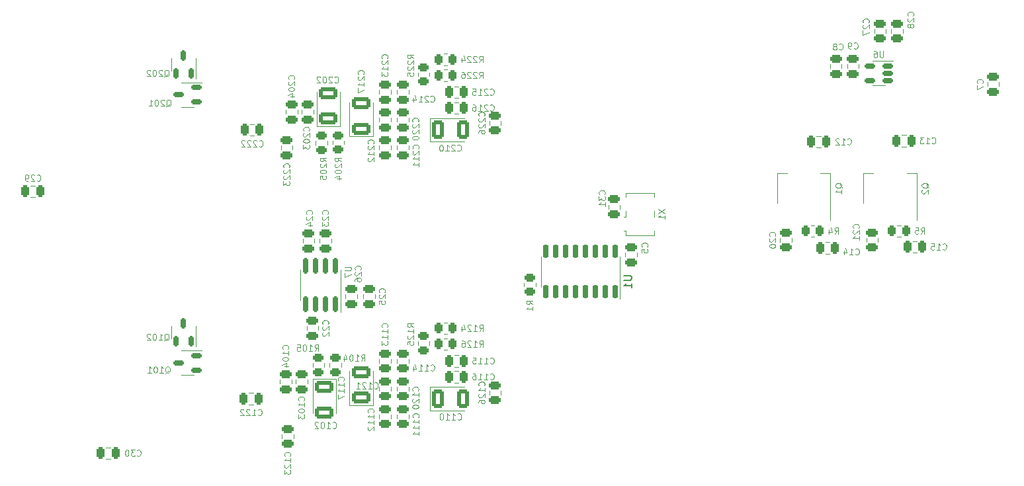
<source format=gbr>
%TF.GenerationSoftware,KiCad,Pcbnew,8.0.2*%
%TF.CreationDate,2024-10-09T13:35:06+01:00*%
%TF.ProjectId,MISRC V1.5,4d495352-4320-4563-912e-352e6b696361,0.3*%
%TF.SameCoordinates,Original*%
%TF.FileFunction,Legend,Bot*%
%TF.FilePolarity,Positive*%
%FSLAX46Y46*%
G04 Gerber Fmt 4.6, Leading zero omitted, Abs format (unit mm)*
G04 Created by KiCad (PCBNEW 8.0.2) date 2024-10-09 13:35:06*
%MOMM*%
%LPD*%
G01*
G04 APERTURE LIST*
G04 Aperture macros list*
%AMRoundRect*
0 Rectangle with rounded corners*
0 $1 Rounding radius*
0 $2 $3 $4 $5 $6 $7 $8 $9 X,Y pos of 4 corners*
0 Add a 4 corners polygon primitive as box body*
4,1,4,$2,$3,$4,$5,$6,$7,$8,$9,$2,$3,0*
0 Add four circle primitives for the rounded corners*
1,1,$1+$1,$2,$3*
1,1,$1+$1,$4,$5*
1,1,$1+$1,$6,$7*
1,1,$1+$1,$8,$9*
0 Add four rect primitives between the rounded corners*
20,1,$1+$1,$2,$3,$4,$5,0*
20,1,$1+$1,$4,$5,$6,$7,0*
20,1,$1+$1,$6,$7,$8,$9,0*
20,1,$1+$1,$8,$9,$2,$3,0*%
G04 Aperture macros list end*
%ADD10C,0.120000*%
%ADD11C,0.150000*%
%ADD12C,0.476609*%
%ADD13C,0.434210*%
%ADD14C,0.598634*%
%ADD15R,1.600000X1.600000*%
%ADD16C,1.600000*%
%ADD17R,1.700000X1.700000*%
%ADD18O,1.700000X1.700000*%
%ADD19C,3.200000*%
%ADD20C,2.050000*%
%ADD21C,2.250000*%
%ADD22C,1.440000*%
%ADD23C,2.500000*%
%ADD24C,2.400000*%
%ADD25RoundRect,0.250000X-0.250000X-0.475000X0.250000X-0.475000X0.250000X0.475000X-0.250000X0.475000X0*%
%ADD26RoundRect,0.250001X-0.924999X0.499999X-0.924999X-0.499999X0.924999X-0.499999X0.924999X0.499999X0*%
%ADD27RoundRect,0.250000X-0.475000X0.250000X-0.475000X-0.250000X0.475000X-0.250000X0.475000X0.250000X0*%
%ADD28RoundRect,0.250000X0.475000X-0.250000X0.475000X0.250000X-0.475000X0.250000X-0.475000X-0.250000X0*%
%ADD29R,1.200000X1.400000*%
%ADD30RoundRect,0.150000X0.150000X-0.512500X0.150000X0.512500X-0.150000X0.512500X-0.150000X-0.512500X0*%
%ADD31RoundRect,0.250000X-0.450000X0.262500X-0.450000X-0.262500X0.450000X-0.262500X0.450000X0.262500X0*%
%ADD32RoundRect,0.250000X-0.262500X-0.450000X0.262500X-0.450000X0.262500X0.450000X-0.262500X0.450000X0*%
%ADD33RoundRect,0.250000X0.262500X0.450000X-0.262500X0.450000X-0.262500X-0.450000X0.262500X-0.450000X0*%
%ADD34R,1.500000X2.000000*%
%ADD35R,3.800000X2.000000*%
%ADD36RoundRect,0.150000X0.150000X-0.825000X0.150000X0.825000X-0.150000X0.825000X-0.150000X-0.825000X0*%
%ADD37R,3.000000X2.290000*%
%ADD38RoundRect,0.250001X0.924999X-0.499999X0.924999X0.499999X-0.924999X0.499999X-0.924999X-0.499999X0*%
%ADD39RoundRect,0.250000X0.250000X0.475000X-0.250000X0.475000X-0.250000X-0.475000X0.250000X-0.475000X0*%
%ADD40RoundRect,0.250000X0.450000X-0.262500X0.450000X0.262500X-0.450000X0.262500X-0.450000X-0.262500X0*%
%ADD41RoundRect,0.250001X-0.499999X-0.924999X0.499999X-0.924999X0.499999X0.924999X-0.499999X0.924999X0*%
%ADD42RoundRect,0.150000X0.512500X0.150000X-0.512500X0.150000X-0.512500X-0.150000X0.512500X-0.150000X0*%
%ADD43RoundRect,0.150000X0.150000X-0.725000X0.150000X0.725000X-0.150000X0.725000X-0.150000X-0.725000X0*%
G04 APERTURE END LIST*
D10*
X101860237Y-119921664D02*
X101898333Y-119959760D01*
X101898333Y-119959760D02*
X102012618Y-119997855D01*
X102012618Y-119997855D02*
X102088809Y-119997855D01*
X102088809Y-119997855D02*
X102203095Y-119959760D01*
X102203095Y-119959760D02*
X102279285Y-119883569D01*
X102279285Y-119883569D02*
X102317380Y-119807379D01*
X102317380Y-119807379D02*
X102355476Y-119654998D01*
X102355476Y-119654998D02*
X102355476Y-119540712D01*
X102355476Y-119540712D02*
X102317380Y-119388331D01*
X102317380Y-119388331D02*
X102279285Y-119312140D01*
X102279285Y-119312140D02*
X102203095Y-119235950D01*
X102203095Y-119235950D02*
X102088809Y-119197855D01*
X102088809Y-119197855D02*
X102012618Y-119197855D01*
X102012618Y-119197855D02*
X101898333Y-119235950D01*
X101898333Y-119235950D02*
X101860237Y-119274045D01*
X101098333Y-119997855D02*
X101555476Y-119997855D01*
X101326904Y-119997855D02*
X101326904Y-119197855D01*
X101326904Y-119197855D02*
X101403095Y-119312140D01*
X101403095Y-119312140D02*
X101479285Y-119388331D01*
X101479285Y-119388331D02*
X101555476Y-119426426D01*
X100793571Y-119274045D02*
X100755475Y-119235950D01*
X100755475Y-119235950D02*
X100679285Y-119197855D01*
X100679285Y-119197855D02*
X100488809Y-119197855D01*
X100488809Y-119197855D02*
X100412618Y-119235950D01*
X100412618Y-119235950D02*
X100374523Y-119274045D01*
X100374523Y-119274045D02*
X100336428Y-119350236D01*
X100336428Y-119350236D02*
X100336428Y-119426426D01*
X100336428Y-119426426D02*
X100374523Y-119540712D01*
X100374523Y-119540712D02*
X100831666Y-119997855D01*
X100831666Y-119997855D02*
X100336428Y-119997855D01*
X100031666Y-119274045D02*
X99993570Y-119235950D01*
X99993570Y-119235950D02*
X99917380Y-119197855D01*
X99917380Y-119197855D02*
X99726904Y-119197855D01*
X99726904Y-119197855D02*
X99650713Y-119235950D01*
X99650713Y-119235950D02*
X99612618Y-119274045D01*
X99612618Y-119274045D02*
X99574523Y-119350236D01*
X99574523Y-119350236D02*
X99574523Y-119426426D01*
X99574523Y-119426426D02*
X99612618Y-119540712D01*
X99612618Y-119540712D02*
X100069761Y-119997855D01*
X100069761Y-119997855D02*
X99574523Y-119997855D01*
X111385237Y-121572664D02*
X111423333Y-121610760D01*
X111423333Y-121610760D02*
X111537618Y-121648855D01*
X111537618Y-121648855D02*
X111613809Y-121648855D01*
X111613809Y-121648855D02*
X111728095Y-121610760D01*
X111728095Y-121610760D02*
X111804285Y-121534569D01*
X111804285Y-121534569D02*
X111842380Y-121458379D01*
X111842380Y-121458379D02*
X111880476Y-121305998D01*
X111880476Y-121305998D02*
X111880476Y-121191712D01*
X111880476Y-121191712D02*
X111842380Y-121039331D01*
X111842380Y-121039331D02*
X111804285Y-120963140D01*
X111804285Y-120963140D02*
X111728095Y-120886950D01*
X111728095Y-120886950D02*
X111613809Y-120848855D01*
X111613809Y-120848855D02*
X111537618Y-120848855D01*
X111537618Y-120848855D02*
X111423333Y-120886950D01*
X111423333Y-120886950D02*
X111385237Y-120925045D01*
X110623333Y-121648855D02*
X111080476Y-121648855D01*
X110851904Y-121648855D02*
X110851904Y-120848855D01*
X110851904Y-120848855D02*
X110928095Y-120963140D01*
X110928095Y-120963140D02*
X111004285Y-121039331D01*
X111004285Y-121039331D02*
X111080476Y-121077426D01*
X110128094Y-120848855D02*
X110051904Y-120848855D01*
X110051904Y-120848855D02*
X109975713Y-120886950D01*
X109975713Y-120886950D02*
X109937618Y-120925045D01*
X109937618Y-120925045D02*
X109899523Y-121001236D01*
X109899523Y-121001236D02*
X109861428Y-121153617D01*
X109861428Y-121153617D02*
X109861428Y-121344093D01*
X109861428Y-121344093D02*
X109899523Y-121496474D01*
X109899523Y-121496474D02*
X109937618Y-121572664D01*
X109937618Y-121572664D02*
X109975713Y-121610760D01*
X109975713Y-121610760D02*
X110051904Y-121648855D01*
X110051904Y-121648855D02*
X110128094Y-121648855D01*
X110128094Y-121648855D02*
X110204285Y-121610760D01*
X110204285Y-121610760D02*
X110242380Y-121572664D01*
X110242380Y-121572664D02*
X110280475Y-121496474D01*
X110280475Y-121496474D02*
X110318571Y-121344093D01*
X110318571Y-121344093D02*
X110318571Y-121153617D01*
X110318571Y-121153617D02*
X110280475Y-121001236D01*
X110280475Y-121001236D02*
X110242380Y-120925045D01*
X110242380Y-120925045D02*
X110204285Y-120886950D01*
X110204285Y-120886950D02*
X110128094Y-120848855D01*
X109556666Y-120925045D02*
X109518570Y-120886950D01*
X109518570Y-120886950D02*
X109442380Y-120848855D01*
X109442380Y-120848855D02*
X109251904Y-120848855D01*
X109251904Y-120848855D02*
X109175713Y-120886950D01*
X109175713Y-120886950D02*
X109137618Y-120925045D01*
X109137618Y-120925045D02*
X109099523Y-121001236D01*
X109099523Y-121001236D02*
X109099523Y-121077426D01*
X109099523Y-121077426D02*
X109137618Y-121191712D01*
X109137618Y-121191712D02*
X109594761Y-121648855D01*
X109594761Y-121648855D02*
X109099523Y-121648855D01*
X130814664Y-81654762D02*
X130852760Y-81616666D01*
X130852760Y-81616666D02*
X130890855Y-81502381D01*
X130890855Y-81502381D02*
X130890855Y-81426190D01*
X130890855Y-81426190D02*
X130852760Y-81311904D01*
X130852760Y-81311904D02*
X130776569Y-81235714D01*
X130776569Y-81235714D02*
X130700379Y-81197619D01*
X130700379Y-81197619D02*
X130547998Y-81159523D01*
X130547998Y-81159523D02*
X130433712Y-81159523D01*
X130433712Y-81159523D02*
X130281331Y-81197619D01*
X130281331Y-81197619D02*
X130205140Y-81235714D01*
X130205140Y-81235714D02*
X130128950Y-81311904D01*
X130128950Y-81311904D02*
X130090855Y-81426190D01*
X130090855Y-81426190D02*
X130090855Y-81502381D01*
X130090855Y-81502381D02*
X130128950Y-81616666D01*
X130128950Y-81616666D02*
X130167045Y-81654762D01*
X130167045Y-81959523D02*
X130128950Y-81997619D01*
X130128950Y-81997619D02*
X130090855Y-82073809D01*
X130090855Y-82073809D02*
X130090855Y-82264285D01*
X130090855Y-82264285D02*
X130128950Y-82340476D01*
X130128950Y-82340476D02*
X130167045Y-82378571D01*
X130167045Y-82378571D02*
X130243236Y-82416666D01*
X130243236Y-82416666D02*
X130319426Y-82416666D01*
X130319426Y-82416666D02*
X130433712Y-82378571D01*
X130433712Y-82378571D02*
X130890855Y-81921428D01*
X130890855Y-81921428D02*
X130890855Y-82416666D01*
X130167045Y-82721428D02*
X130128950Y-82759524D01*
X130128950Y-82759524D02*
X130090855Y-82835714D01*
X130090855Y-82835714D02*
X130090855Y-83026190D01*
X130090855Y-83026190D02*
X130128950Y-83102381D01*
X130128950Y-83102381D02*
X130167045Y-83140476D01*
X130167045Y-83140476D02*
X130243236Y-83178571D01*
X130243236Y-83178571D02*
X130319426Y-83178571D01*
X130319426Y-83178571D02*
X130433712Y-83140476D01*
X130433712Y-83140476D02*
X130890855Y-82683333D01*
X130890855Y-82683333D02*
X130890855Y-83178571D01*
X130090855Y-83864286D02*
X130090855Y-83711905D01*
X130090855Y-83711905D02*
X130128950Y-83635714D01*
X130128950Y-83635714D02*
X130167045Y-83597619D01*
X130167045Y-83597619D02*
X130281331Y-83521429D01*
X130281331Y-83521429D02*
X130433712Y-83483333D01*
X130433712Y-83483333D02*
X130738474Y-83483333D01*
X130738474Y-83483333D02*
X130814664Y-83521429D01*
X130814664Y-83521429D02*
X130852760Y-83559524D01*
X130852760Y-83559524D02*
X130890855Y-83635714D01*
X130890855Y-83635714D02*
X130890855Y-83788095D01*
X130890855Y-83788095D02*
X130852760Y-83864286D01*
X130852760Y-83864286D02*
X130814664Y-83902381D01*
X130814664Y-83902381D02*
X130738474Y-83940476D01*
X130738474Y-83940476D02*
X130547998Y-83940476D01*
X130547998Y-83940476D02*
X130471807Y-83902381D01*
X130471807Y-83902381D02*
X130433712Y-83864286D01*
X130433712Y-83864286D02*
X130395617Y-83788095D01*
X130395617Y-83788095D02*
X130395617Y-83635714D01*
X130395617Y-83635714D02*
X130433712Y-83559524D01*
X130433712Y-83559524D02*
X130471807Y-83521429D01*
X130471807Y-83521429D02*
X130547998Y-83483333D01*
X168025664Y-97021714D02*
X168063760Y-96983618D01*
X168063760Y-96983618D02*
X168101855Y-96869333D01*
X168101855Y-96869333D02*
X168101855Y-96793142D01*
X168101855Y-96793142D02*
X168063760Y-96678856D01*
X168063760Y-96678856D02*
X167987569Y-96602666D01*
X167987569Y-96602666D02*
X167911379Y-96564571D01*
X167911379Y-96564571D02*
X167758998Y-96526475D01*
X167758998Y-96526475D02*
X167644712Y-96526475D01*
X167644712Y-96526475D02*
X167492331Y-96564571D01*
X167492331Y-96564571D02*
X167416140Y-96602666D01*
X167416140Y-96602666D02*
X167339950Y-96678856D01*
X167339950Y-96678856D02*
X167301855Y-96793142D01*
X167301855Y-96793142D02*
X167301855Y-96869333D01*
X167301855Y-96869333D02*
X167339950Y-96983618D01*
X167339950Y-96983618D02*
X167378045Y-97021714D01*
X167378045Y-97326475D02*
X167339950Y-97364571D01*
X167339950Y-97364571D02*
X167301855Y-97440761D01*
X167301855Y-97440761D02*
X167301855Y-97631237D01*
X167301855Y-97631237D02*
X167339950Y-97707428D01*
X167339950Y-97707428D02*
X167378045Y-97745523D01*
X167378045Y-97745523D02*
X167454236Y-97783618D01*
X167454236Y-97783618D02*
X167530426Y-97783618D01*
X167530426Y-97783618D02*
X167644712Y-97745523D01*
X167644712Y-97745523D02*
X168101855Y-97288380D01*
X168101855Y-97288380D02*
X168101855Y-97783618D01*
X167301855Y-98278857D02*
X167301855Y-98355047D01*
X167301855Y-98355047D02*
X167339950Y-98431238D01*
X167339950Y-98431238D02*
X167378045Y-98469333D01*
X167378045Y-98469333D02*
X167454236Y-98507428D01*
X167454236Y-98507428D02*
X167606617Y-98545523D01*
X167606617Y-98545523D02*
X167797093Y-98545523D01*
X167797093Y-98545523D02*
X167949474Y-98507428D01*
X167949474Y-98507428D02*
X168025664Y-98469333D01*
X168025664Y-98469333D02*
X168063760Y-98431238D01*
X168063760Y-98431238D02*
X168101855Y-98355047D01*
X168101855Y-98355047D02*
X168101855Y-98278857D01*
X168101855Y-98278857D02*
X168063760Y-98202666D01*
X168063760Y-98202666D02*
X168025664Y-98164571D01*
X168025664Y-98164571D02*
X167949474Y-98126476D01*
X167949474Y-98126476D02*
X167797093Y-98088380D01*
X167797093Y-98088380D02*
X167606617Y-98088380D01*
X167606617Y-98088380D02*
X167454236Y-98126476D01*
X167454236Y-98126476D02*
X167378045Y-98164571D01*
X167378045Y-98164571D02*
X167339950Y-98202666D01*
X167339950Y-98202666D02*
X167301855Y-98278857D01*
X176218832Y-73119664D02*
X176256928Y-73157760D01*
X176256928Y-73157760D02*
X176371213Y-73195855D01*
X176371213Y-73195855D02*
X176447404Y-73195855D01*
X176447404Y-73195855D02*
X176561690Y-73157760D01*
X176561690Y-73157760D02*
X176637880Y-73081569D01*
X176637880Y-73081569D02*
X176675975Y-73005379D01*
X176675975Y-73005379D02*
X176714071Y-72852998D01*
X176714071Y-72852998D02*
X176714071Y-72738712D01*
X176714071Y-72738712D02*
X176675975Y-72586331D01*
X176675975Y-72586331D02*
X176637880Y-72510140D01*
X176637880Y-72510140D02*
X176561690Y-72433950D01*
X176561690Y-72433950D02*
X176447404Y-72395855D01*
X176447404Y-72395855D02*
X176371213Y-72395855D01*
X176371213Y-72395855D02*
X176256928Y-72433950D01*
X176256928Y-72433950D02*
X176218832Y-72472045D01*
X175761690Y-72738712D02*
X175837880Y-72700617D01*
X175837880Y-72700617D02*
X175875975Y-72662521D01*
X175875975Y-72662521D02*
X175914071Y-72586331D01*
X175914071Y-72586331D02*
X175914071Y-72548236D01*
X175914071Y-72548236D02*
X175875975Y-72472045D01*
X175875975Y-72472045D02*
X175837880Y-72433950D01*
X175837880Y-72433950D02*
X175761690Y-72395855D01*
X175761690Y-72395855D02*
X175609309Y-72395855D01*
X175609309Y-72395855D02*
X175533118Y-72433950D01*
X175533118Y-72433950D02*
X175495023Y-72472045D01*
X175495023Y-72472045D02*
X175456928Y-72548236D01*
X175456928Y-72548236D02*
X175456928Y-72586331D01*
X175456928Y-72586331D02*
X175495023Y-72662521D01*
X175495023Y-72662521D02*
X175533118Y-72700617D01*
X175533118Y-72700617D02*
X175609309Y-72738712D01*
X175609309Y-72738712D02*
X175761690Y-72738712D01*
X175761690Y-72738712D02*
X175837880Y-72776807D01*
X175837880Y-72776807D02*
X175875975Y-72814902D01*
X175875975Y-72814902D02*
X175914071Y-72891093D01*
X175914071Y-72891093D02*
X175914071Y-73043474D01*
X175914071Y-73043474D02*
X175875975Y-73119664D01*
X175875975Y-73119664D02*
X175837880Y-73157760D01*
X175837880Y-73157760D02*
X175761690Y-73195855D01*
X175761690Y-73195855D02*
X175609309Y-73195855D01*
X175609309Y-73195855D02*
X175533118Y-73157760D01*
X175533118Y-73157760D02*
X175495023Y-73119664D01*
X175495023Y-73119664D02*
X175456928Y-73043474D01*
X175456928Y-73043474D02*
X175456928Y-72891093D01*
X175456928Y-72891093D02*
X175495023Y-72814902D01*
X175495023Y-72814902D02*
X175533118Y-72776807D01*
X175533118Y-72776807D02*
X175609309Y-72738712D01*
X153112855Y-93586380D02*
X153912855Y-94119714D01*
X153112855Y-94119714D02*
X153912855Y-93586380D01*
X153912855Y-94843523D02*
X153912855Y-94386380D01*
X153912855Y-94614952D02*
X153112855Y-94614952D01*
X153112855Y-94614952D02*
X153227140Y-94538761D01*
X153227140Y-94538761D02*
X153303331Y-94462571D01*
X153303331Y-94462571D02*
X153341426Y-94386380D01*
X89865095Y-76640045D02*
X89941285Y-76601950D01*
X89941285Y-76601950D02*
X90017476Y-76525760D01*
X90017476Y-76525760D02*
X90131762Y-76411474D01*
X90131762Y-76411474D02*
X90207952Y-76373379D01*
X90207952Y-76373379D02*
X90284143Y-76373379D01*
X90246047Y-76563855D02*
X90322238Y-76525760D01*
X90322238Y-76525760D02*
X90398428Y-76449569D01*
X90398428Y-76449569D02*
X90436524Y-76297188D01*
X90436524Y-76297188D02*
X90436524Y-76030521D01*
X90436524Y-76030521D02*
X90398428Y-75878140D01*
X90398428Y-75878140D02*
X90322238Y-75801950D01*
X90322238Y-75801950D02*
X90246047Y-75763855D01*
X90246047Y-75763855D02*
X90093666Y-75763855D01*
X90093666Y-75763855D02*
X90017476Y-75801950D01*
X90017476Y-75801950D02*
X89941285Y-75878140D01*
X89941285Y-75878140D02*
X89903190Y-76030521D01*
X89903190Y-76030521D02*
X89903190Y-76297188D01*
X89903190Y-76297188D02*
X89941285Y-76449569D01*
X89941285Y-76449569D02*
X90017476Y-76525760D01*
X90017476Y-76525760D02*
X90093666Y-76563855D01*
X90093666Y-76563855D02*
X90246047Y-76563855D01*
X89598429Y-75840045D02*
X89560333Y-75801950D01*
X89560333Y-75801950D02*
X89484143Y-75763855D01*
X89484143Y-75763855D02*
X89293667Y-75763855D01*
X89293667Y-75763855D02*
X89217476Y-75801950D01*
X89217476Y-75801950D02*
X89179381Y-75840045D01*
X89179381Y-75840045D02*
X89141286Y-75916236D01*
X89141286Y-75916236D02*
X89141286Y-75992426D01*
X89141286Y-75992426D02*
X89179381Y-76106712D01*
X89179381Y-76106712D02*
X89636524Y-76563855D01*
X89636524Y-76563855D02*
X89141286Y-76563855D01*
X88646047Y-75763855D02*
X88569857Y-75763855D01*
X88569857Y-75763855D02*
X88493666Y-75801950D01*
X88493666Y-75801950D02*
X88455571Y-75840045D01*
X88455571Y-75840045D02*
X88417476Y-75916236D01*
X88417476Y-75916236D02*
X88379381Y-76068617D01*
X88379381Y-76068617D02*
X88379381Y-76259093D01*
X88379381Y-76259093D02*
X88417476Y-76411474D01*
X88417476Y-76411474D02*
X88455571Y-76487664D01*
X88455571Y-76487664D02*
X88493666Y-76525760D01*
X88493666Y-76525760D02*
X88569857Y-76563855D01*
X88569857Y-76563855D02*
X88646047Y-76563855D01*
X88646047Y-76563855D02*
X88722238Y-76525760D01*
X88722238Y-76525760D02*
X88760333Y-76487664D01*
X88760333Y-76487664D02*
X88798428Y-76411474D01*
X88798428Y-76411474D02*
X88836524Y-76259093D01*
X88836524Y-76259093D02*
X88836524Y-76068617D01*
X88836524Y-76068617D02*
X88798428Y-75916236D01*
X88798428Y-75916236D02*
X88760333Y-75840045D01*
X88760333Y-75840045D02*
X88722238Y-75801950D01*
X88722238Y-75801950D02*
X88646047Y-75763855D01*
X88074619Y-75840045D02*
X88036523Y-75801950D01*
X88036523Y-75801950D02*
X87960333Y-75763855D01*
X87960333Y-75763855D02*
X87769857Y-75763855D01*
X87769857Y-75763855D02*
X87693666Y-75801950D01*
X87693666Y-75801950D02*
X87655571Y-75840045D01*
X87655571Y-75840045D02*
X87617476Y-75916236D01*
X87617476Y-75916236D02*
X87617476Y-75992426D01*
X87617476Y-75992426D02*
X87655571Y-76106712D01*
X87655571Y-76106712D02*
X88112714Y-76563855D01*
X88112714Y-76563855D02*
X87617476Y-76563855D01*
X112504855Y-87496762D02*
X112123902Y-87230095D01*
X112504855Y-87039619D02*
X111704855Y-87039619D01*
X111704855Y-87039619D02*
X111704855Y-87344381D01*
X111704855Y-87344381D02*
X111742950Y-87420571D01*
X111742950Y-87420571D02*
X111781045Y-87458666D01*
X111781045Y-87458666D02*
X111857236Y-87496762D01*
X111857236Y-87496762D02*
X111971521Y-87496762D01*
X111971521Y-87496762D02*
X112047712Y-87458666D01*
X112047712Y-87458666D02*
X112085807Y-87420571D01*
X112085807Y-87420571D02*
X112123902Y-87344381D01*
X112123902Y-87344381D02*
X112123902Y-87039619D01*
X111781045Y-87801523D02*
X111742950Y-87839619D01*
X111742950Y-87839619D02*
X111704855Y-87915809D01*
X111704855Y-87915809D02*
X111704855Y-88106285D01*
X111704855Y-88106285D02*
X111742950Y-88182476D01*
X111742950Y-88182476D02*
X111781045Y-88220571D01*
X111781045Y-88220571D02*
X111857236Y-88258666D01*
X111857236Y-88258666D02*
X111933426Y-88258666D01*
X111933426Y-88258666D02*
X112047712Y-88220571D01*
X112047712Y-88220571D02*
X112504855Y-87763428D01*
X112504855Y-87763428D02*
X112504855Y-88258666D01*
X111704855Y-88753905D02*
X111704855Y-88830095D01*
X111704855Y-88830095D02*
X111742950Y-88906286D01*
X111742950Y-88906286D02*
X111781045Y-88944381D01*
X111781045Y-88944381D02*
X111857236Y-88982476D01*
X111857236Y-88982476D02*
X112009617Y-89020571D01*
X112009617Y-89020571D02*
X112200093Y-89020571D01*
X112200093Y-89020571D02*
X112352474Y-88982476D01*
X112352474Y-88982476D02*
X112428664Y-88944381D01*
X112428664Y-88944381D02*
X112466760Y-88906286D01*
X112466760Y-88906286D02*
X112504855Y-88830095D01*
X112504855Y-88830095D02*
X112504855Y-88753905D01*
X112504855Y-88753905D02*
X112466760Y-88677714D01*
X112466760Y-88677714D02*
X112428664Y-88639619D01*
X112428664Y-88639619D02*
X112352474Y-88601524D01*
X112352474Y-88601524D02*
X112200093Y-88563428D01*
X112200093Y-88563428D02*
X112009617Y-88563428D01*
X112009617Y-88563428D02*
X111857236Y-88601524D01*
X111857236Y-88601524D02*
X111781045Y-88639619D01*
X111781045Y-88639619D02*
X111742950Y-88677714D01*
X111742950Y-88677714D02*
X111704855Y-88753905D01*
X111971521Y-89706286D02*
X112504855Y-89706286D01*
X111666760Y-89515810D02*
X112238188Y-89325333D01*
X112238188Y-89325333D02*
X112238188Y-89820572D01*
X110806664Y-108324714D02*
X110844760Y-108286618D01*
X110844760Y-108286618D02*
X110882855Y-108172333D01*
X110882855Y-108172333D02*
X110882855Y-108096142D01*
X110882855Y-108096142D02*
X110844760Y-107981856D01*
X110844760Y-107981856D02*
X110768569Y-107905666D01*
X110768569Y-107905666D02*
X110692379Y-107867571D01*
X110692379Y-107867571D02*
X110539998Y-107829475D01*
X110539998Y-107829475D02*
X110425712Y-107829475D01*
X110425712Y-107829475D02*
X110273331Y-107867571D01*
X110273331Y-107867571D02*
X110197140Y-107905666D01*
X110197140Y-107905666D02*
X110120950Y-107981856D01*
X110120950Y-107981856D02*
X110082855Y-108096142D01*
X110082855Y-108096142D02*
X110082855Y-108172333D01*
X110082855Y-108172333D02*
X110120950Y-108286618D01*
X110120950Y-108286618D02*
X110159045Y-108324714D01*
X110159045Y-108629475D02*
X110120950Y-108667571D01*
X110120950Y-108667571D02*
X110082855Y-108743761D01*
X110082855Y-108743761D02*
X110082855Y-108934237D01*
X110082855Y-108934237D02*
X110120950Y-109010428D01*
X110120950Y-109010428D02*
X110159045Y-109048523D01*
X110159045Y-109048523D02*
X110235236Y-109086618D01*
X110235236Y-109086618D02*
X110311426Y-109086618D01*
X110311426Y-109086618D02*
X110425712Y-109048523D01*
X110425712Y-109048523D02*
X110882855Y-108591380D01*
X110882855Y-108591380D02*
X110882855Y-109086618D01*
X110159045Y-109391380D02*
X110120950Y-109429476D01*
X110120950Y-109429476D02*
X110082855Y-109505666D01*
X110082855Y-109505666D02*
X110082855Y-109696142D01*
X110082855Y-109696142D02*
X110120950Y-109772333D01*
X110120950Y-109772333D02*
X110159045Y-109810428D01*
X110159045Y-109810428D02*
X110235236Y-109848523D01*
X110235236Y-109848523D02*
X110311426Y-109848523D01*
X110311426Y-109848523D02*
X110425712Y-109810428D01*
X110425712Y-109810428D02*
X110882855Y-109353285D01*
X110882855Y-109353285D02*
X110882855Y-109848523D01*
X178722664Y-96005714D02*
X178760760Y-95967618D01*
X178760760Y-95967618D02*
X178798855Y-95853333D01*
X178798855Y-95853333D02*
X178798855Y-95777142D01*
X178798855Y-95777142D02*
X178760760Y-95662856D01*
X178760760Y-95662856D02*
X178684569Y-95586666D01*
X178684569Y-95586666D02*
X178608379Y-95548571D01*
X178608379Y-95548571D02*
X178455998Y-95510475D01*
X178455998Y-95510475D02*
X178341712Y-95510475D01*
X178341712Y-95510475D02*
X178189331Y-95548571D01*
X178189331Y-95548571D02*
X178113140Y-95586666D01*
X178113140Y-95586666D02*
X178036950Y-95662856D01*
X178036950Y-95662856D02*
X177998855Y-95777142D01*
X177998855Y-95777142D02*
X177998855Y-95853333D01*
X177998855Y-95853333D02*
X178036950Y-95967618D01*
X178036950Y-95967618D02*
X178075045Y-96005714D01*
X178075045Y-96310475D02*
X178036950Y-96348571D01*
X178036950Y-96348571D02*
X177998855Y-96424761D01*
X177998855Y-96424761D02*
X177998855Y-96615237D01*
X177998855Y-96615237D02*
X178036950Y-96691428D01*
X178036950Y-96691428D02*
X178075045Y-96729523D01*
X178075045Y-96729523D02*
X178151236Y-96767618D01*
X178151236Y-96767618D02*
X178227426Y-96767618D01*
X178227426Y-96767618D02*
X178341712Y-96729523D01*
X178341712Y-96729523D02*
X178798855Y-96272380D01*
X178798855Y-96272380D02*
X178798855Y-96767618D01*
X178798855Y-97529523D02*
X178798855Y-97072380D01*
X178798855Y-97300952D02*
X177998855Y-97300952D01*
X177998855Y-97300952D02*
X178113140Y-97224761D01*
X178113140Y-97224761D02*
X178189331Y-97148571D01*
X178189331Y-97148571D02*
X178227426Y-97072380D01*
X186696332Y-96756855D02*
X186962999Y-96375902D01*
X187153475Y-96756855D02*
X187153475Y-95956855D01*
X187153475Y-95956855D02*
X186848713Y-95956855D01*
X186848713Y-95956855D02*
X186772523Y-95994950D01*
X186772523Y-95994950D02*
X186734428Y-96033045D01*
X186734428Y-96033045D02*
X186696332Y-96109236D01*
X186696332Y-96109236D02*
X186696332Y-96223521D01*
X186696332Y-96223521D02*
X186734428Y-96299712D01*
X186734428Y-96299712D02*
X186772523Y-96337807D01*
X186772523Y-96337807D02*
X186848713Y-96375902D01*
X186848713Y-96375902D02*
X187153475Y-96375902D01*
X185972523Y-95956855D02*
X186353475Y-95956855D01*
X186353475Y-95956855D02*
X186391571Y-96337807D01*
X186391571Y-96337807D02*
X186353475Y-96299712D01*
X186353475Y-96299712D02*
X186277285Y-96261617D01*
X186277285Y-96261617D02*
X186086809Y-96261617D01*
X186086809Y-96261617D02*
X186010618Y-96299712D01*
X186010618Y-96299712D02*
X185972523Y-96337807D01*
X185972523Y-96337807D02*
X185934428Y-96413998D01*
X185934428Y-96413998D02*
X185934428Y-96604474D01*
X185934428Y-96604474D02*
X185972523Y-96680664D01*
X185972523Y-96680664D02*
X186010618Y-96718760D01*
X186010618Y-96718760D02*
X186086809Y-96756855D01*
X186086809Y-96756855D02*
X186277285Y-96756855D01*
X186277285Y-96756855D02*
X186353475Y-96718760D01*
X186353475Y-96718760D02*
X186391571Y-96680664D01*
X130181237Y-111234855D02*
X130447904Y-110853902D01*
X130638380Y-111234855D02*
X130638380Y-110434855D01*
X130638380Y-110434855D02*
X130333618Y-110434855D01*
X130333618Y-110434855D02*
X130257428Y-110472950D01*
X130257428Y-110472950D02*
X130219333Y-110511045D01*
X130219333Y-110511045D02*
X130181237Y-110587236D01*
X130181237Y-110587236D02*
X130181237Y-110701521D01*
X130181237Y-110701521D02*
X130219333Y-110777712D01*
X130219333Y-110777712D02*
X130257428Y-110815807D01*
X130257428Y-110815807D02*
X130333618Y-110853902D01*
X130333618Y-110853902D02*
X130638380Y-110853902D01*
X129419333Y-111234855D02*
X129876476Y-111234855D01*
X129647904Y-111234855D02*
X129647904Y-110434855D01*
X129647904Y-110434855D02*
X129724095Y-110549140D01*
X129724095Y-110549140D02*
X129800285Y-110625331D01*
X129800285Y-110625331D02*
X129876476Y-110663426D01*
X129114571Y-110511045D02*
X129076475Y-110472950D01*
X129076475Y-110472950D02*
X129000285Y-110434855D01*
X129000285Y-110434855D02*
X128809809Y-110434855D01*
X128809809Y-110434855D02*
X128733618Y-110472950D01*
X128733618Y-110472950D02*
X128695523Y-110511045D01*
X128695523Y-110511045D02*
X128657428Y-110587236D01*
X128657428Y-110587236D02*
X128657428Y-110663426D01*
X128657428Y-110663426D02*
X128695523Y-110777712D01*
X128695523Y-110777712D02*
X129152666Y-111234855D01*
X129152666Y-111234855D02*
X128657428Y-111234855D01*
X127971713Y-110434855D02*
X128124094Y-110434855D01*
X128124094Y-110434855D02*
X128200285Y-110472950D01*
X128200285Y-110472950D02*
X128238380Y-110511045D01*
X128238380Y-110511045D02*
X128314570Y-110625331D01*
X128314570Y-110625331D02*
X128352666Y-110777712D01*
X128352666Y-110777712D02*
X128352666Y-111082474D01*
X128352666Y-111082474D02*
X128314570Y-111158664D01*
X128314570Y-111158664D02*
X128276475Y-111196760D01*
X128276475Y-111196760D02*
X128200285Y-111234855D01*
X128200285Y-111234855D02*
X128047904Y-111234855D01*
X128047904Y-111234855D02*
X127971713Y-111196760D01*
X127971713Y-111196760D02*
X127933618Y-111158664D01*
X127933618Y-111158664D02*
X127895523Y-111082474D01*
X127895523Y-111082474D02*
X127895523Y-110891998D01*
X127895523Y-110891998D02*
X127933618Y-110815807D01*
X127933618Y-110815807D02*
X127971713Y-110777712D01*
X127971713Y-110777712D02*
X128047904Y-110739617D01*
X128047904Y-110739617D02*
X128200285Y-110739617D01*
X128200285Y-110739617D02*
X128276475Y-110777712D01*
X128276475Y-110777712D02*
X128314570Y-110815807D01*
X128314570Y-110815807D02*
X128352666Y-110891998D01*
X123958237Y-114206664D02*
X123996333Y-114244760D01*
X123996333Y-114244760D02*
X124110618Y-114282855D01*
X124110618Y-114282855D02*
X124186809Y-114282855D01*
X124186809Y-114282855D02*
X124301095Y-114244760D01*
X124301095Y-114244760D02*
X124377285Y-114168569D01*
X124377285Y-114168569D02*
X124415380Y-114092379D01*
X124415380Y-114092379D02*
X124453476Y-113939998D01*
X124453476Y-113939998D02*
X124453476Y-113825712D01*
X124453476Y-113825712D02*
X124415380Y-113673331D01*
X124415380Y-113673331D02*
X124377285Y-113597140D01*
X124377285Y-113597140D02*
X124301095Y-113520950D01*
X124301095Y-113520950D02*
X124186809Y-113482855D01*
X124186809Y-113482855D02*
X124110618Y-113482855D01*
X124110618Y-113482855D02*
X123996333Y-113520950D01*
X123996333Y-113520950D02*
X123958237Y-113559045D01*
X123196333Y-114282855D02*
X123653476Y-114282855D01*
X123424904Y-114282855D02*
X123424904Y-113482855D01*
X123424904Y-113482855D02*
X123501095Y-113597140D01*
X123501095Y-113597140D02*
X123577285Y-113673331D01*
X123577285Y-113673331D02*
X123653476Y-113711426D01*
X122434428Y-114282855D02*
X122891571Y-114282855D01*
X122662999Y-114282855D02*
X122662999Y-113482855D01*
X122662999Y-113482855D02*
X122739190Y-113597140D01*
X122739190Y-113597140D02*
X122815380Y-113673331D01*
X122815380Y-113673331D02*
X122891571Y-113711426D01*
X121748713Y-113749521D02*
X121748713Y-114282855D01*
X121939189Y-113444760D02*
X122129666Y-114016188D01*
X122129666Y-114016188D02*
X121634427Y-114016188D01*
X131565237Y-80932664D02*
X131603333Y-80970760D01*
X131603333Y-80970760D02*
X131717618Y-81008855D01*
X131717618Y-81008855D02*
X131793809Y-81008855D01*
X131793809Y-81008855D02*
X131908095Y-80970760D01*
X131908095Y-80970760D02*
X131984285Y-80894569D01*
X131984285Y-80894569D02*
X132022380Y-80818379D01*
X132022380Y-80818379D02*
X132060476Y-80665998D01*
X132060476Y-80665998D02*
X132060476Y-80551712D01*
X132060476Y-80551712D02*
X132022380Y-80399331D01*
X132022380Y-80399331D02*
X131984285Y-80323140D01*
X131984285Y-80323140D02*
X131908095Y-80246950D01*
X131908095Y-80246950D02*
X131793809Y-80208855D01*
X131793809Y-80208855D02*
X131717618Y-80208855D01*
X131717618Y-80208855D02*
X131603333Y-80246950D01*
X131603333Y-80246950D02*
X131565237Y-80285045D01*
X131260476Y-80285045D02*
X131222380Y-80246950D01*
X131222380Y-80246950D02*
X131146190Y-80208855D01*
X131146190Y-80208855D02*
X130955714Y-80208855D01*
X130955714Y-80208855D02*
X130879523Y-80246950D01*
X130879523Y-80246950D02*
X130841428Y-80285045D01*
X130841428Y-80285045D02*
X130803333Y-80361236D01*
X130803333Y-80361236D02*
X130803333Y-80437426D01*
X130803333Y-80437426D02*
X130841428Y-80551712D01*
X130841428Y-80551712D02*
X131298571Y-81008855D01*
X131298571Y-81008855D02*
X130803333Y-81008855D01*
X130041428Y-81008855D02*
X130498571Y-81008855D01*
X130269999Y-81008855D02*
X130269999Y-80208855D01*
X130269999Y-80208855D02*
X130346190Y-80323140D01*
X130346190Y-80323140D02*
X130422380Y-80399331D01*
X130422380Y-80399331D02*
X130498571Y-80437426D01*
X129355713Y-80208855D02*
X129508094Y-80208855D01*
X129508094Y-80208855D02*
X129584285Y-80246950D01*
X129584285Y-80246950D02*
X129622380Y-80285045D01*
X129622380Y-80285045D02*
X129698570Y-80399331D01*
X129698570Y-80399331D02*
X129736666Y-80551712D01*
X129736666Y-80551712D02*
X129736666Y-80856474D01*
X129736666Y-80856474D02*
X129698570Y-80932664D01*
X129698570Y-80932664D02*
X129660475Y-80970760D01*
X129660475Y-80970760D02*
X129584285Y-81008855D01*
X129584285Y-81008855D02*
X129431904Y-81008855D01*
X129431904Y-81008855D02*
X129355713Y-80970760D01*
X129355713Y-80970760D02*
X129317618Y-80932664D01*
X129317618Y-80932664D02*
X129279523Y-80856474D01*
X129279523Y-80856474D02*
X129279523Y-80665998D01*
X129279523Y-80665998D02*
X129317618Y-80589807D01*
X129317618Y-80589807D02*
X129355713Y-80551712D01*
X129355713Y-80551712D02*
X129431904Y-80513617D01*
X129431904Y-80513617D02*
X129584285Y-80513617D01*
X129584285Y-80513617D02*
X129660475Y-80551712D01*
X129660475Y-80551712D02*
X129698570Y-80589807D01*
X129698570Y-80589807D02*
X129736666Y-80665998D01*
X130168237Y-76817855D02*
X130434904Y-76436902D01*
X130625380Y-76817855D02*
X130625380Y-76017855D01*
X130625380Y-76017855D02*
X130320618Y-76017855D01*
X130320618Y-76017855D02*
X130244428Y-76055950D01*
X130244428Y-76055950D02*
X130206333Y-76094045D01*
X130206333Y-76094045D02*
X130168237Y-76170236D01*
X130168237Y-76170236D02*
X130168237Y-76284521D01*
X130168237Y-76284521D02*
X130206333Y-76360712D01*
X130206333Y-76360712D02*
X130244428Y-76398807D01*
X130244428Y-76398807D02*
X130320618Y-76436902D01*
X130320618Y-76436902D02*
X130625380Y-76436902D01*
X129863476Y-76094045D02*
X129825380Y-76055950D01*
X129825380Y-76055950D02*
X129749190Y-76017855D01*
X129749190Y-76017855D02*
X129558714Y-76017855D01*
X129558714Y-76017855D02*
X129482523Y-76055950D01*
X129482523Y-76055950D02*
X129444428Y-76094045D01*
X129444428Y-76094045D02*
X129406333Y-76170236D01*
X129406333Y-76170236D02*
X129406333Y-76246426D01*
X129406333Y-76246426D02*
X129444428Y-76360712D01*
X129444428Y-76360712D02*
X129901571Y-76817855D01*
X129901571Y-76817855D02*
X129406333Y-76817855D01*
X129101571Y-76094045D02*
X129063475Y-76055950D01*
X129063475Y-76055950D02*
X128987285Y-76017855D01*
X128987285Y-76017855D02*
X128796809Y-76017855D01*
X128796809Y-76017855D02*
X128720618Y-76055950D01*
X128720618Y-76055950D02*
X128682523Y-76094045D01*
X128682523Y-76094045D02*
X128644428Y-76170236D01*
X128644428Y-76170236D02*
X128644428Y-76246426D01*
X128644428Y-76246426D02*
X128682523Y-76360712D01*
X128682523Y-76360712D02*
X129139666Y-76817855D01*
X129139666Y-76817855D02*
X128644428Y-76817855D01*
X127958713Y-76017855D02*
X128111094Y-76017855D01*
X128111094Y-76017855D02*
X128187285Y-76055950D01*
X128187285Y-76055950D02*
X128225380Y-76094045D01*
X128225380Y-76094045D02*
X128301570Y-76208331D01*
X128301570Y-76208331D02*
X128339666Y-76360712D01*
X128339666Y-76360712D02*
X128339666Y-76665474D01*
X128339666Y-76665474D02*
X128301570Y-76741664D01*
X128301570Y-76741664D02*
X128263475Y-76779760D01*
X128263475Y-76779760D02*
X128187285Y-76817855D01*
X128187285Y-76817855D02*
X128034904Y-76817855D01*
X128034904Y-76817855D02*
X127958713Y-76779760D01*
X127958713Y-76779760D02*
X127920618Y-76741664D01*
X127920618Y-76741664D02*
X127882523Y-76665474D01*
X127882523Y-76665474D02*
X127882523Y-76474998D01*
X127882523Y-76474998D02*
X127920618Y-76398807D01*
X127920618Y-76398807D02*
X127958713Y-76360712D01*
X127958713Y-76360712D02*
X128034904Y-76322617D01*
X128034904Y-76322617D02*
X128187285Y-76322617D01*
X128187285Y-76322617D02*
X128263475Y-76360712D01*
X128263475Y-76360712D02*
X128301570Y-76398807D01*
X128301570Y-76398807D02*
X128339666Y-76474998D01*
X118384664Y-74288762D02*
X118422760Y-74250666D01*
X118422760Y-74250666D02*
X118460855Y-74136381D01*
X118460855Y-74136381D02*
X118460855Y-74060190D01*
X118460855Y-74060190D02*
X118422760Y-73945904D01*
X118422760Y-73945904D02*
X118346569Y-73869714D01*
X118346569Y-73869714D02*
X118270379Y-73831619D01*
X118270379Y-73831619D02*
X118117998Y-73793523D01*
X118117998Y-73793523D02*
X118003712Y-73793523D01*
X118003712Y-73793523D02*
X117851331Y-73831619D01*
X117851331Y-73831619D02*
X117775140Y-73869714D01*
X117775140Y-73869714D02*
X117698950Y-73945904D01*
X117698950Y-73945904D02*
X117660855Y-74060190D01*
X117660855Y-74060190D02*
X117660855Y-74136381D01*
X117660855Y-74136381D02*
X117698950Y-74250666D01*
X117698950Y-74250666D02*
X117737045Y-74288762D01*
X117737045Y-74593523D02*
X117698950Y-74631619D01*
X117698950Y-74631619D02*
X117660855Y-74707809D01*
X117660855Y-74707809D02*
X117660855Y-74898285D01*
X117660855Y-74898285D02*
X117698950Y-74974476D01*
X117698950Y-74974476D02*
X117737045Y-75012571D01*
X117737045Y-75012571D02*
X117813236Y-75050666D01*
X117813236Y-75050666D02*
X117889426Y-75050666D01*
X117889426Y-75050666D02*
X118003712Y-75012571D01*
X118003712Y-75012571D02*
X118460855Y-74555428D01*
X118460855Y-74555428D02*
X118460855Y-75050666D01*
X118460855Y-75812571D02*
X118460855Y-75355428D01*
X118460855Y-75584000D02*
X117660855Y-75584000D01*
X117660855Y-75584000D02*
X117775140Y-75507809D01*
X117775140Y-75507809D02*
X117851331Y-75431619D01*
X117851331Y-75431619D02*
X117889426Y-75355428D01*
X117660855Y-76079238D02*
X117660855Y-76574476D01*
X117660855Y-76574476D02*
X117965617Y-76307810D01*
X117965617Y-76307810D02*
X117965617Y-76422095D01*
X117965617Y-76422095D02*
X118003712Y-76498286D01*
X118003712Y-76498286D02*
X118041807Y-76536381D01*
X118041807Y-76536381D02*
X118117998Y-76574476D01*
X118117998Y-76574476D02*
X118308474Y-76574476D01*
X118308474Y-76574476D02*
X118384664Y-76536381D01*
X118384664Y-76536381D02*
X118422760Y-76498286D01*
X118422760Y-76498286D02*
X118460855Y-76422095D01*
X118460855Y-76422095D02*
X118460855Y-76193524D01*
X118460855Y-76193524D02*
X118422760Y-76117333D01*
X118422760Y-76117333D02*
X118384664Y-76079238D01*
X194597664Y-77463667D02*
X194635760Y-77425571D01*
X194635760Y-77425571D02*
X194673855Y-77311286D01*
X194673855Y-77311286D02*
X194673855Y-77235095D01*
X194673855Y-77235095D02*
X194635760Y-77120809D01*
X194635760Y-77120809D02*
X194559569Y-77044619D01*
X194559569Y-77044619D02*
X194483379Y-77006524D01*
X194483379Y-77006524D02*
X194330998Y-76968428D01*
X194330998Y-76968428D02*
X194216712Y-76968428D01*
X194216712Y-76968428D02*
X194064331Y-77006524D01*
X194064331Y-77006524D02*
X193988140Y-77044619D01*
X193988140Y-77044619D02*
X193911950Y-77120809D01*
X193911950Y-77120809D02*
X193873855Y-77235095D01*
X193873855Y-77235095D02*
X193873855Y-77311286D01*
X193873855Y-77311286D02*
X193911950Y-77425571D01*
X193911950Y-77425571D02*
X193950045Y-77463667D01*
X193873855Y-77730333D02*
X193873855Y-78263667D01*
X193873855Y-78263667D02*
X194673855Y-77920809D01*
X187693045Y-90855809D02*
X187654950Y-90779619D01*
X187654950Y-90779619D02*
X187578760Y-90703428D01*
X187578760Y-90703428D02*
X187464474Y-90589142D01*
X187464474Y-90589142D02*
X187426379Y-90512952D01*
X187426379Y-90512952D02*
X187426379Y-90436761D01*
X187616855Y-90474857D02*
X187578760Y-90398666D01*
X187578760Y-90398666D02*
X187502569Y-90322476D01*
X187502569Y-90322476D02*
X187350188Y-90284380D01*
X187350188Y-90284380D02*
X187083521Y-90284380D01*
X187083521Y-90284380D02*
X186931140Y-90322476D01*
X186931140Y-90322476D02*
X186854950Y-90398666D01*
X186854950Y-90398666D02*
X186816855Y-90474857D01*
X186816855Y-90474857D02*
X186816855Y-90627238D01*
X186816855Y-90627238D02*
X186854950Y-90703428D01*
X186854950Y-90703428D02*
X186931140Y-90779619D01*
X186931140Y-90779619D02*
X187083521Y-90817714D01*
X187083521Y-90817714D02*
X187350188Y-90817714D01*
X187350188Y-90817714D02*
X187502569Y-90779619D01*
X187502569Y-90779619D02*
X187578760Y-90703428D01*
X187578760Y-90703428D02*
X187616855Y-90627238D01*
X187616855Y-90627238D02*
X187616855Y-90474857D01*
X186893045Y-91122475D02*
X186854950Y-91160571D01*
X186854950Y-91160571D02*
X186816855Y-91236761D01*
X186816855Y-91236761D02*
X186816855Y-91427237D01*
X186816855Y-91427237D02*
X186854950Y-91503428D01*
X186854950Y-91503428D02*
X186893045Y-91541523D01*
X186893045Y-91541523D02*
X186969236Y-91579618D01*
X186969236Y-91579618D02*
X187045426Y-91579618D01*
X187045426Y-91579618D02*
X187159712Y-91541523D01*
X187159712Y-91541523D02*
X187616855Y-91084380D01*
X187616855Y-91084380D02*
X187616855Y-91579618D01*
X189490285Y-98712664D02*
X189528381Y-98750760D01*
X189528381Y-98750760D02*
X189642666Y-98788855D01*
X189642666Y-98788855D02*
X189718857Y-98788855D01*
X189718857Y-98788855D02*
X189833143Y-98750760D01*
X189833143Y-98750760D02*
X189909333Y-98674569D01*
X189909333Y-98674569D02*
X189947428Y-98598379D01*
X189947428Y-98598379D02*
X189985524Y-98445998D01*
X189985524Y-98445998D02*
X189985524Y-98331712D01*
X189985524Y-98331712D02*
X189947428Y-98179331D01*
X189947428Y-98179331D02*
X189909333Y-98103140D01*
X189909333Y-98103140D02*
X189833143Y-98026950D01*
X189833143Y-98026950D02*
X189718857Y-97988855D01*
X189718857Y-97988855D02*
X189642666Y-97988855D01*
X189642666Y-97988855D02*
X189528381Y-98026950D01*
X189528381Y-98026950D02*
X189490285Y-98065045D01*
X188728381Y-98788855D02*
X189185524Y-98788855D01*
X188956952Y-98788855D02*
X188956952Y-97988855D01*
X188956952Y-97988855D02*
X189033143Y-98103140D01*
X189033143Y-98103140D02*
X189109333Y-98179331D01*
X189109333Y-98179331D02*
X189185524Y-98217426D01*
X188004571Y-97988855D02*
X188385523Y-97988855D01*
X188385523Y-97988855D02*
X188423619Y-98369807D01*
X188423619Y-98369807D02*
X188385523Y-98331712D01*
X188385523Y-98331712D02*
X188309333Y-98293617D01*
X188309333Y-98293617D02*
X188118857Y-98293617D01*
X188118857Y-98293617D02*
X188042666Y-98331712D01*
X188042666Y-98331712D02*
X188004571Y-98369807D01*
X188004571Y-98369807D02*
X187966476Y-98445998D01*
X187966476Y-98445998D02*
X187966476Y-98636474D01*
X187966476Y-98636474D02*
X188004571Y-98712664D01*
X188004571Y-98712664D02*
X188042666Y-98750760D01*
X188042666Y-98750760D02*
X188118857Y-98788855D01*
X188118857Y-98788855D02*
X188309333Y-98788855D01*
X188309333Y-98788855D02*
X188385523Y-98750760D01*
X188385523Y-98750760D02*
X188423619Y-98712664D01*
X116619664Y-119627762D02*
X116657760Y-119589666D01*
X116657760Y-119589666D02*
X116695855Y-119475381D01*
X116695855Y-119475381D02*
X116695855Y-119399190D01*
X116695855Y-119399190D02*
X116657760Y-119284904D01*
X116657760Y-119284904D02*
X116581569Y-119208714D01*
X116581569Y-119208714D02*
X116505379Y-119170619D01*
X116505379Y-119170619D02*
X116352998Y-119132523D01*
X116352998Y-119132523D02*
X116238712Y-119132523D01*
X116238712Y-119132523D02*
X116086331Y-119170619D01*
X116086331Y-119170619D02*
X116010140Y-119208714D01*
X116010140Y-119208714D02*
X115933950Y-119284904D01*
X115933950Y-119284904D02*
X115895855Y-119399190D01*
X115895855Y-119399190D02*
X115895855Y-119475381D01*
X115895855Y-119475381D02*
X115933950Y-119589666D01*
X115933950Y-119589666D02*
X115972045Y-119627762D01*
X116695855Y-120389666D02*
X116695855Y-119932523D01*
X116695855Y-120161095D02*
X115895855Y-120161095D01*
X115895855Y-120161095D02*
X116010140Y-120084904D01*
X116010140Y-120084904D02*
X116086331Y-120008714D01*
X116086331Y-120008714D02*
X116124426Y-119932523D01*
X116695855Y-121151571D02*
X116695855Y-120694428D01*
X116695855Y-120923000D02*
X115895855Y-120923000D01*
X115895855Y-120923000D02*
X116010140Y-120846809D01*
X116010140Y-120846809D02*
X116086331Y-120770619D01*
X116086331Y-120770619D02*
X116124426Y-120694428D01*
X115972045Y-121456333D02*
X115933950Y-121494429D01*
X115933950Y-121494429D02*
X115895855Y-121570619D01*
X115895855Y-121570619D02*
X115895855Y-121761095D01*
X115895855Y-121761095D02*
X115933950Y-121837286D01*
X115933950Y-121837286D02*
X115972045Y-121875381D01*
X115972045Y-121875381D02*
X116048236Y-121913476D01*
X116048236Y-121913476D02*
X116124426Y-121913476D01*
X116124426Y-121913476D02*
X116238712Y-121875381D01*
X116238712Y-121875381D02*
X116695855Y-121418238D01*
X116695855Y-121418238D02*
X116695855Y-121913476D01*
X146210664Y-91687714D02*
X146248760Y-91649618D01*
X146248760Y-91649618D02*
X146286855Y-91535333D01*
X146286855Y-91535333D02*
X146286855Y-91459142D01*
X146286855Y-91459142D02*
X146248760Y-91344856D01*
X146248760Y-91344856D02*
X146172569Y-91268666D01*
X146172569Y-91268666D02*
X146096379Y-91230571D01*
X146096379Y-91230571D02*
X145943998Y-91192475D01*
X145943998Y-91192475D02*
X145829712Y-91192475D01*
X145829712Y-91192475D02*
X145677331Y-91230571D01*
X145677331Y-91230571D02*
X145601140Y-91268666D01*
X145601140Y-91268666D02*
X145524950Y-91344856D01*
X145524950Y-91344856D02*
X145486855Y-91459142D01*
X145486855Y-91459142D02*
X145486855Y-91535333D01*
X145486855Y-91535333D02*
X145524950Y-91649618D01*
X145524950Y-91649618D02*
X145563045Y-91687714D01*
X145486855Y-91954380D02*
X145486855Y-92449618D01*
X145486855Y-92449618D02*
X145791617Y-92182952D01*
X145791617Y-92182952D02*
X145791617Y-92297237D01*
X145791617Y-92297237D02*
X145829712Y-92373428D01*
X145829712Y-92373428D02*
X145867807Y-92411523D01*
X145867807Y-92411523D02*
X145943998Y-92449618D01*
X145943998Y-92449618D02*
X146134474Y-92449618D01*
X146134474Y-92449618D02*
X146210664Y-92411523D01*
X146210664Y-92411523D02*
X146248760Y-92373428D01*
X146248760Y-92373428D02*
X146286855Y-92297237D01*
X146286855Y-92297237D02*
X146286855Y-92068666D01*
X146286855Y-92068666D02*
X146248760Y-91992475D01*
X146248760Y-91992475D02*
X146210664Y-91954380D01*
X146286855Y-93211523D02*
X146286855Y-92754380D01*
X146286855Y-92982952D02*
X145486855Y-92982952D01*
X145486855Y-92982952D02*
X145601140Y-92906761D01*
X145601140Y-92906761D02*
X145677331Y-92830571D01*
X145677331Y-92830571D02*
X145715426Y-92754380D01*
X89865095Y-110422045D02*
X89941285Y-110383950D01*
X89941285Y-110383950D02*
X90017476Y-110307760D01*
X90017476Y-110307760D02*
X90131762Y-110193474D01*
X90131762Y-110193474D02*
X90207952Y-110155379D01*
X90207952Y-110155379D02*
X90284143Y-110155379D01*
X90246047Y-110345855D02*
X90322238Y-110307760D01*
X90322238Y-110307760D02*
X90398428Y-110231569D01*
X90398428Y-110231569D02*
X90436524Y-110079188D01*
X90436524Y-110079188D02*
X90436524Y-109812521D01*
X90436524Y-109812521D02*
X90398428Y-109660140D01*
X90398428Y-109660140D02*
X90322238Y-109583950D01*
X90322238Y-109583950D02*
X90246047Y-109545855D01*
X90246047Y-109545855D02*
X90093666Y-109545855D01*
X90093666Y-109545855D02*
X90017476Y-109583950D01*
X90017476Y-109583950D02*
X89941285Y-109660140D01*
X89941285Y-109660140D02*
X89903190Y-109812521D01*
X89903190Y-109812521D02*
X89903190Y-110079188D01*
X89903190Y-110079188D02*
X89941285Y-110231569D01*
X89941285Y-110231569D02*
X90017476Y-110307760D01*
X90017476Y-110307760D02*
X90093666Y-110345855D01*
X90093666Y-110345855D02*
X90246047Y-110345855D01*
X89141286Y-110345855D02*
X89598429Y-110345855D01*
X89369857Y-110345855D02*
X89369857Y-109545855D01*
X89369857Y-109545855D02*
X89446048Y-109660140D01*
X89446048Y-109660140D02*
X89522238Y-109736331D01*
X89522238Y-109736331D02*
X89598429Y-109774426D01*
X88646047Y-109545855D02*
X88569857Y-109545855D01*
X88569857Y-109545855D02*
X88493666Y-109583950D01*
X88493666Y-109583950D02*
X88455571Y-109622045D01*
X88455571Y-109622045D02*
X88417476Y-109698236D01*
X88417476Y-109698236D02*
X88379381Y-109850617D01*
X88379381Y-109850617D02*
X88379381Y-110041093D01*
X88379381Y-110041093D02*
X88417476Y-110193474D01*
X88417476Y-110193474D02*
X88455571Y-110269664D01*
X88455571Y-110269664D02*
X88493666Y-110307760D01*
X88493666Y-110307760D02*
X88569857Y-110345855D01*
X88569857Y-110345855D02*
X88646047Y-110345855D01*
X88646047Y-110345855D02*
X88722238Y-110307760D01*
X88722238Y-110307760D02*
X88760333Y-110269664D01*
X88760333Y-110269664D02*
X88798428Y-110193474D01*
X88798428Y-110193474D02*
X88836524Y-110041093D01*
X88836524Y-110041093D02*
X88836524Y-109850617D01*
X88836524Y-109850617D02*
X88798428Y-109698236D01*
X88798428Y-109698236D02*
X88760333Y-109622045D01*
X88760333Y-109622045D02*
X88722238Y-109583950D01*
X88722238Y-109583950D02*
X88646047Y-109545855D01*
X88074619Y-109622045D02*
X88036523Y-109583950D01*
X88036523Y-109583950D02*
X87960333Y-109545855D01*
X87960333Y-109545855D02*
X87769857Y-109545855D01*
X87769857Y-109545855D02*
X87693666Y-109583950D01*
X87693666Y-109583950D02*
X87655571Y-109622045D01*
X87655571Y-109622045D02*
X87617476Y-109698236D01*
X87617476Y-109698236D02*
X87617476Y-109774426D01*
X87617476Y-109774426D02*
X87655571Y-109888712D01*
X87655571Y-109888712D02*
X88112714Y-110345855D01*
X88112714Y-110345855D02*
X87617476Y-110345855D01*
X105824664Y-88258762D02*
X105862760Y-88220666D01*
X105862760Y-88220666D02*
X105900855Y-88106381D01*
X105900855Y-88106381D02*
X105900855Y-88030190D01*
X105900855Y-88030190D02*
X105862760Y-87915904D01*
X105862760Y-87915904D02*
X105786569Y-87839714D01*
X105786569Y-87839714D02*
X105710379Y-87801619D01*
X105710379Y-87801619D02*
X105557998Y-87763523D01*
X105557998Y-87763523D02*
X105443712Y-87763523D01*
X105443712Y-87763523D02*
X105291331Y-87801619D01*
X105291331Y-87801619D02*
X105215140Y-87839714D01*
X105215140Y-87839714D02*
X105138950Y-87915904D01*
X105138950Y-87915904D02*
X105100855Y-88030190D01*
X105100855Y-88030190D02*
X105100855Y-88106381D01*
X105100855Y-88106381D02*
X105138950Y-88220666D01*
X105138950Y-88220666D02*
X105177045Y-88258762D01*
X105177045Y-88563523D02*
X105138950Y-88601619D01*
X105138950Y-88601619D02*
X105100855Y-88677809D01*
X105100855Y-88677809D02*
X105100855Y-88868285D01*
X105100855Y-88868285D02*
X105138950Y-88944476D01*
X105138950Y-88944476D02*
X105177045Y-88982571D01*
X105177045Y-88982571D02*
X105253236Y-89020666D01*
X105253236Y-89020666D02*
X105329426Y-89020666D01*
X105329426Y-89020666D02*
X105443712Y-88982571D01*
X105443712Y-88982571D02*
X105900855Y-88525428D01*
X105900855Y-88525428D02*
X105900855Y-89020666D01*
X105177045Y-89325428D02*
X105138950Y-89363524D01*
X105138950Y-89363524D02*
X105100855Y-89439714D01*
X105100855Y-89439714D02*
X105100855Y-89630190D01*
X105100855Y-89630190D02*
X105138950Y-89706381D01*
X105138950Y-89706381D02*
X105177045Y-89744476D01*
X105177045Y-89744476D02*
X105253236Y-89782571D01*
X105253236Y-89782571D02*
X105329426Y-89782571D01*
X105329426Y-89782571D02*
X105443712Y-89744476D01*
X105443712Y-89744476D02*
X105900855Y-89287333D01*
X105900855Y-89287333D02*
X105900855Y-89782571D01*
X105100855Y-90049238D02*
X105100855Y-90544476D01*
X105100855Y-90544476D02*
X105405617Y-90277810D01*
X105405617Y-90277810D02*
X105405617Y-90392095D01*
X105405617Y-90392095D02*
X105443712Y-90468286D01*
X105443712Y-90468286D02*
X105481807Y-90506381D01*
X105481807Y-90506381D02*
X105557998Y-90544476D01*
X105557998Y-90544476D02*
X105748474Y-90544476D01*
X105748474Y-90544476D02*
X105824664Y-90506381D01*
X105824664Y-90506381D02*
X105862760Y-90468286D01*
X105862760Y-90468286D02*
X105900855Y-90392095D01*
X105900855Y-90392095D02*
X105900855Y-90163524D01*
X105900855Y-90163524D02*
X105862760Y-90087333D01*
X105862760Y-90087333D02*
X105824664Y-90049238D01*
X123945237Y-79789664D02*
X123983333Y-79827760D01*
X123983333Y-79827760D02*
X124097618Y-79865855D01*
X124097618Y-79865855D02*
X124173809Y-79865855D01*
X124173809Y-79865855D02*
X124288095Y-79827760D01*
X124288095Y-79827760D02*
X124364285Y-79751569D01*
X124364285Y-79751569D02*
X124402380Y-79675379D01*
X124402380Y-79675379D02*
X124440476Y-79522998D01*
X124440476Y-79522998D02*
X124440476Y-79408712D01*
X124440476Y-79408712D02*
X124402380Y-79256331D01*
X124402380Y-79256331D02*
X124364285Y-79180140D01*
X124364285Y-79180140D02*
X124288095Y-79103950D01*
X124288095Y-79103950D02*
X124173809Y-79065855D01*
X124173809Y-79065855D02*
X124097618Y-79065855D01*
X124097618Y-79065855D02*
X123983333Y-79103950D01*
X123983333Y-79103950D02*
X123945237Y-79142045D01*
X123640476Y-79142045D02*
X123602380Y-79103950D01*
X123602380Y-79103950D02*
X123526190Y-79065855D01*
X123526190Y-79065855D02*
X123335714Y-79065855D01*
X123335714Y-79065855D02*
X123259523Y-79103950D01*
X123259523Y-79103950D02*
X123221428Y-79142045D01*
X123221428Y-79142045D02*
X123183333Y-79218236D01*
X123183333Y-79218236D02*
X123183333Y-79294426D01*
X123183333Y-79294426D02*
X123221428Y-79408712D01*
X123221428Y-79408712D02*
X123678571Y-79865855D01*
X123678571Y-79865855D02*
X123183333Y-79865855D01*
X122421428Y-79865855D02*
X122878571Y-79865855D01*
X122649999Y-79865855D02*
X122649999Y-79065855D01*
X122649999Y-79065855D02*
X122726190Y-79180140D01*
X122726190Y-79180140D02*
X122802380Y-79256331D01*
X122802380Y-79256331D02*
X122878571Y-79294426D01*
X121735713Y-79332521D02*
X121735713Y-79865855D01*
X121926189Y-79027760D02*
X122116666Y-79599188D01*
X122116666Y-79599188D02*
X121621427Y-79599188D01*
X112974855Y-100990476D02*
X113622474Y-100990476D01*
X113622474Y-100990476D02*
X113698664Y-101028571D01*
X113698664Y-101028571D02*
X113736760Y-101066666D01*
X113736760Y-101066666D02*
X113774855Y-101142857D01*
X113774855Y-101142857D02*
X113774855Y-101295238D01*
X113774855Y-101295238D02*
X113736760Y-101371428D01*
X113736760Y-101371428D02*
X113698664Y-101409523D01*
X113698664Y-101409523D02*
X113622474Y-101447619D01*
X113622474Y-101447619D02*
X112974855Y-101447619D01*
X112974855Y-101752380D02*
X112974855Y-102285714D01*
X112974855Y-102285714D02*
X113774855Y-101942856D01*
X115349664Y-76320762D02*
X115387760Y-76282666D01*
X115387760Y-76282666D02*
X115425855Y-76168381D01*
X115425855Y-76168381D02*
X115425855Y-76092190D01*
X115425855Y-76092190D02*
X115387760Y-75977904D01*
X115387760Y-75977904D02*
X115311569Y-75901714D01*
X115311569Y-75901714D02*
X115235379Y-75863619D01*
X115235379Y-75863619D02*
X115082998Y-75825523D01*
X115082998Y-75825523D02*
X114968712Y-75825523D01*
X114968712Y-75825523D02*
X114816331Y-75863619D01*
X114816331Y-75863619D02*
X114740140Y-75901714D01*
X114740140Y-75901714D02*
X114663950Y-75977904D01*
X114663950Y-75977904D02*
X114625855Y-76092190D01*
X114625855Y-76092190D02*
X114625855Y-76168381D01*
X114625855Y-76168381D02*
X114663950Y-76282666D01*
X114663950Y-76282666D02*
X114702045Y-76320762D01*
X114702045Y-76625523D02*
X114663950Y-76663619D01*
X114663950Y-76663619D02*
X114625855Y-76739809D01*
X114625855Y-76739809D02*
X114625855Y-76930285D01*
X114625855Y-76930285D02*
X114663950Y-77006476D01*
X114663950Y-77006476D02*
X114702045Y-77044571D01*
X114702045Y-77044571D02*
X114778236Y-77082666D01*
X114778236Y-77082666D02*
X114854426Y-77082666D01*
X114854426Y-77082666D02*
X114968712Y-77044571D01*
X114968712Y-77044571D02*
X115425855Y-76587428D01*
X115425855Y-76587428D02*
X115425855Y-77082666D01*
X115425855Y-77844571D02*
X115425855Y-77387428D01*
X115425855Y-77616000D02*
X114625855Y-77616000D01*
X114625855Y-77616000D02*
X114740140Y-77539809D01*
X114740140Y-77539809D02*
X114816331Y-77463619D01*
X114816331Y-77463619D02*
X114854426Y-77387428D01*
X114625855Y-78111238D02*
X114625855Y-78644572D01*
X114625855Y-78644572D02*
X115425855Y-78301714D01*
X178314285Y-99347664D02*
X178352381Y-99385760D01*
X178352381Y-99385760D02*
X178466666Y-99423855D01*
X178466666Y-99423855D02*
X178542857Y-99423855D01*
X178542857Y-99423855D02*
X178657143Y-99385760D01*
X178657143Y-99385760D02*
X178733333Y-99309569D01*
X178733333Y-99309569D02*
X178771428Y-99233379D01*
X178771428Y-99233379D02*
X178809524Y-99080998D01*
X178809524Y-99080998D02*
X178809524Y-98966712D01*
X178809524Y-98966712D02*
X178771428Y-98814331D01*
X178771428Y-98814331D02*
X178733333Y-98738140D01*
X178733333Y-98738140D02*
X178657143Y-98661950D01*
X178657143Y-98661950D02*
X178542857Y-98623855D01*
X178542857Y-98623855D02*
X178466666Y-98623855D01*
X178466666Y-98623855D02*
X178352381Y-98661950D01*
X178352381Y-98661950D02*
X178314285Y-98700045D01*
X177552381Y-99423855D02*
X178009524Y-99423855D01*
X177780952Y-99423855D02*
X177780952Y-98623855D01*
X177780952Y-98623855D02*
X177857143Y-98738140D01*
X177857143Y-98738140D02*
X177933333Y-98814331D01*
X177933333Y-98814331D02*
X178009524Y-98852426D01*
X176866666Y-98890521D02*
X176866666Y-99423855D01*
X177057142Y-98585760D02*
X177247619Y-99157188D01*
X177247619Y-99157188D02*
X176752380Y-99157188D01*
X121776855Y-108705762D02*
X121395902Y-108439095D01*
X121776855Y-108248619D02*
X120976855Y-108248619D01*
X120976855Y-108248619D02*
X120976855Y-108553381D01*
X120976855Y-108553381D02*
X121014950Y-108629571D01*
X121014950Y-108629571D02*
X121053045Y-108667666D01*
X121053045Y-108667666D02*
X121129236Y-108705762D01*
X121129236Y-108705762D02*
X121243521Y-108705762D01*
X121243521Y-108705762D02*
X121319712Y-108667666D01*
X121319712Y-108667666D02*
X121357807Y-108629571D01*
X121357807Y-108629571D02*
X121395902Y-108553381D01*
X121395902Y-108553381D02*
X121395902Y-108248619D01*
X121776855Y-109467666D02*
X121776855Y-109010523D01*
X121776855Y-109239095D02*
X120976855Y-109239095D01*
X120976855Y-109239095D02*
X121091140Y-109162904D01*
X121091140Y-109162904D02*
X121167331Y-109086714D01*
X121167331Y-109086714D02*
X121205426Y-109010523D01*
X121053045Y-109772428D02*
X121014950Y-109810524D01*
X121014950Y-109810524D02*
X120976855Y-109886714D01*
X120976855Y-109886714D02*
X120976855Y-110077190D01*
X120976855Y-110077190D02*
X121014950Y-110153381D01*
X121014950Y-110153381D02*
X121053045Y-110191476D01*
X121053045Y-110191476D02*
X121129236Y-110229571D01*
X121129236Y-110229571D02*
X121205426Y-110229571D01*
X121205426Y-110229571D02*
X121319712Y-110191476D01*
X121319712Y-110191476D02*
X121776855Y-109734333D01*
X121776855Y-109734333D02*
X121776855Y-110229571D01*
X120976855Y-110953381D02*
X120976855Y-110572429D01*
X120976855Y-110572429D02*
X121357807Y-110534333D01*
X121357807Y-110534333D02*
X121319712Y-110572429D01*
X121319712Y-110572429D02*
X121281617Y-110648619D01*
X121281617Y-110648619D02*
X121281617Y-110839095D01*
X121281617Y-110839095D02*
X121319712Y-110915286D01*
X121319712Y-110915286D02*
X121357807Y-110953381D01*
X121357807Y-110953381D02*
X121433998Y-110991476D01*
X121433998Y-110991476D02*
X121624474Y-110991476D01*
X121624474Y-110991476D02*
X121700664Y-110953381D01*
X121700664Y-110953381D02*
X121738760Y-110915286D01*
X121738760Y-110915286D02*
X121776855Y-110839095D01*
X121776855Y-110839095D02*
X121776855Y-110648619D01*
X121776855Y-110648619D02*
X121738760Y-110572429D01*
X121738760Y-110572429D02*
X121700664Y-110534333D01*
X131578237Y-113317664D02*
X131616333Y-113355760D01*
X131616333Y-113355760D02*
X131730618Y-113393855D01*
X131730618Y-113393855D02*
X131806809Y-113393855D01*
X131806809Y-113393855D02*
X131921095Y-113355760D01*
X131921095Y-113355760D02*
X131997285Y-113279569D01*
X131997285Y-113279569D02*
X132035380Y-113203379D01*
X132035380Y-113203379D02*
X132073476Y-113050998D01*
X132073476Y-113050998D02*
X132073476Y-112936712D01*
X132073476Y-112936712D02*
X132035380Y-112784331D01*
X132035380Y-112784331D02*
X131997285Y-112708140D01*
X131997285Y-112708140D02*
X131921095Y-112631950D01*
X131921095Y-112631950D02*
X131806809Y-112593855D01*
X131806809Y-112593855D02*
X131730618Y-112593855D01*
X131730618Y-112593855D02*
X131616333Y-112631950D01*
X131616333Y-112631950D02*
X131578237Y-112670045D01*
X130816333Y-113393855D02*
X131273476Y-113393855D01*
X131044904Y-113393855D02*
X131044904Y-112593855D01*
X131044904Y-112593855D02*
X131121095Y-112708140D01*
X131121095Y-112708140D02*
X131197285Y-112784331D01*
X131197285Y-112784331D02*
X131273476Y-112822426D01*
X130054428Y-113393855D02*
X130511571Y-113393855D01*
X130282999Y-113393855D02*
X130282999Y-112593855D01*
X130282999Y-112593855D02*
X130359190Y-112708140D01*
X130359190Y-112708140D02*
X130435380Y-112784331D01*
X130435380Y-112784331D02*
X130511571Y-112822426D01*
X129330618Y-112593855D02*
X129711570Y-112593855D01*
X129711570Y-112593855D02*
X129749666Y-112974807D01*
X129749666Y-112974807D02*
X129711570Y-112936712D01*
X129711570Y-112936712D02*
X129635380Y-112898617D01*
X129635380Y-112898617D02*
X129444904Y-112898617D01*
X129444904Y-112898617D02*
X129368713Y-112936712D01*
X129368713Y-112936712D02*
X129330618Y-112974807D01*
X129330618Y-112974807D02*
X129292523Y-113050998D01*
X129292523Y-113050998D02*
X129292523Y-113241474D01*
X129292523Y-113241474D02*
X129330618Y-113317664D01*
X129330618Y-113317664D02*
X129368713Y-113355760D01*
X129368713Y-113355760D02*
X129444904Y-113393855D01*
X129444904Y-113393855D02*
X129635380Y-113393855D01*
X129635380Y-113393855D02*
X129711570Y-113355760D01*
X129711570Y-113355760D02*
X129749666Y-113317664D01*
X122363664Y-120262762D02*
X122401760Y-120224666D01*
X122401760Y-120224666D02*
X122439855Y-120110381D01*
X122439855Y-120110381D02*
X122439855Y-120034190D01*
X122439855Y-120034190D02*
X122401760Y-119919904D01*
X122401760Y-119919904D02*
X122325569Y-119843714D01*
X122325569Y-119843714D02*
X122249379Y-119805619D01*
X122249379Y-119805619D02*
X122096998Y-119767523D01*
X122096998Y-119767523D02*
X121982712Y-119767523D01*
X121982712Y-119767523D02*
X121830331Y-119805619D01*
X121830331Y-119805619D02*
X121754140Y-119843714D01*
X121754140Y-119843714D02*
X121677950Y-119919904D01*
X121677950Y-119919904D02*
X121639855Y-120034190D01*
X121639855Y-120034190D02*
X121639855Y-120110381D01*
X121639855Y-120110381D02*
X121677950Y-120224666D01*
X121677950Y-120224666D02*
X121716045Y-120262762D01*
X122439855Y-121024666D02*
X122439855Y-120567523D01*
X122439855Y-120796095D02*
X121639855Y-120796095D01*
X121639855Y-120796095D02*
X121754140Y-120719904D01*
X121754140Y-120719904D02*
X121830331Y-120643714D01*
X121830331Y-120643714D02*
X121868426Y-120567523D01*
X122439855Y-121786571D02*
X122439855Y-121329428D01*
X122439855Y-121558000D02*
X121639855Y-121558000D01*
X121639855Y-121558000D02*
X121754140Y-121481809D01*
X121754140Y-121481809D02*
X121830331Y-121405619D01*
X121830331Y-121405619D02*
X121868426Y-121329428D01*
X122439855Y-122548476D02*
X122439855Y-122091333D01*
X122439855Y-122319905D02*
X121639855Y-122319905D01*
X121639855Y-122319905D02*
X121754140Y-122243714D01*
X121754140Y-122243714D02*
X121830331Y-122167524D01*
X121830331Y-122167524D02*
X121868426Y-122091333D01*
X130168237Y-74785855D02*
X130434904Y-74404902D01*
X130625380Y-74785855D02*
X130625380Y-73985855D01*
X130625380Y-73985855D02*
X130320618Y-73985855D01*
X130320618Y-73985855D02*
X130244428Y-74023950D01*
X130244428Y-74023950D02*
X130206333Y-74062045D01*
X130206333Y-74062045D02*
X130168237Y-74138236D01*
X130168237Y-74138236D02*
X130168237Y-74252521D01*
X130168237Y-74252521D02*
X130206333Y-74328712D01*
X130206333Y-74328712D02*
X130244428Y-74366807D01*
X130244428Y-74366807D02*
X130320618Y-74404902D01*
X130320618Y-74404902D02*
X130625380Y-74404902D01*
X129863476Y-74062045D02*
X129825380Y-74023950D01*
X129825380Y-74023950D02*
X129749190Y-73985855D01*
X129749190Y-73985855D02*
X129558714Y-73985855D01*
X129558714Y-73985855D02*
X129482523Y-74023950D01*
X129482523Y-74023950D02*
X129444428Y-74062045D01*
X129444428Y-74062045D02*
X129406333Y-74138236D01*
X129406333Y-74138236D02*
X129406333Y-74214426D01*
X129406333Y-74214426D02*
X129444428Y-74328712D01*
X129444428Y-74328712D02*
X129901571Y-74785855D01*
X129901571Y-74785855D02*
X129406333Y-74785855D01*
X129101571Y-74062045D02*
X129063475Y-74023950D01*
X129063475Y-74023950D02*
X128987285Y-73985855D01*
X128987285Y-73985855D02*
X128796809Y-73985855D01*
X128796809Y-73985855D02*
X128720618Y-74023950D01*
X128720618Y-74023950D02*
X128682523Y-74062045D01*
X128682523Y-74062045D02*
X128644428Y-74138236D01*
X128644428Y-74138236D02*
X128644428Y-74214426D01*
X128644428Y-74214426D02*
X128682523Y-74328712D01*
X128682523Y-74328712D02*
X129139666Y-74785855D01*
X129139666Y-74785855D02*
X128644428Y-74785855D01*
X127958713Y-74252521D02*
X127958713Y-74785855D01*
X128149189Y-73947760D02*
X128339666Y-74519188D01*
X128339666Y-74519188D02*
X127844427Y-74519188D01*
X73539285Y-89920664D02*
X73577381Y-89958760D01*
X73577381Y-89958760D02*
X73691666Y-89996855D01*
X73691666Y-89996855D02*
X73767857Y-89996855D01*
X73767857Y-89996855D02*
X73882143Y-89958760D01*
X73882143Y-89958760D02*
X73958333Y-89882569D01*
X73958333Y-89882569D02*
X73996428Y-89806379D01*
X73996428Y-89806379D02*
X74034524Y-89653998D01*
X74034524Y-89653998D02*
X74034524Y-89539712D01*
X74034524Y-89539712D02*
X73996428Y-89387331D01*
X73996428Y-89387331D02*
X73958333Y-89311140D01*
X73958333Y-89311140D02*
X73882143Y-89234950D01*
X73882143Y-89234950D02*
X73767857Y-89196855D01*
X73767857Y-89196855D02*
X73691666Y-89196855D01*
X73691666Y-89196855D02*
X73577381Y-89234950D01*
X73577381Y-89234950D02*
X73539285Y-89273045D01*
X73234524Y-89273045D02*
X73196428Y-89234950D01*
X73196428Y-89234950D02*
X73120238Y-89196855D01*
X73120238Y-89196855D02*
X72929762Y-89196855D01*
X72929762Y-89196855D02*
X72853571Y-89234950D01*
X72853571Y-89234950D02*
X72815476Y-89273045D01*
X72815476Y-89273045D02*
X72777381Y-89349236D01*
X72777381Y-89349236D02*
X72777381Y-89425426D01*
X72777381Y-89425426D02*
X72815476Y-89539712D01*
X72815476Y-89539712D02*
X73272619Y-89996855D01*
X73272619Y-89996855D02*
X72777381Y-89996855D01*
X72396428Y-89996855D02*
X72244047Y-89996855D01*
X72244047Y-89996855D02*
X72167857Y-89958760D01*
X72167857Y-89958760D02*
X72129761Y-89920664D01*
X72129761Y-89920664D02*
X72053571Y-89806379D01*
X72053571Y-89806379D02*
X72015476Y-89653998D01*
X72015476Y-89653998D02*
X72015476Y-89349236D01*
X72015476Y-89349236D02*
X72053571Y-89273045D01*
X72053571Y-89273045D02*
X72091666Y-89234950D01*
X72091666Y-89234950D02*
X72167857Y-89196855D01*
X72167857Y-89196855D02*
X72320238Y-89196855D01*
X72320238Y-89196855D02*
X72396428Y-89234950D01*
X72396428Y-89234950D02*
X72434523Y-89273045D01*
X72434523Y-89273045D02*
X72472619Y-89349236D01*
X72472619Y-89349236D02*
X72472619Y-89539712D01*
X72472619Y-89539712D02*
X72434523Y-89615902D01*
X72434523Y-89615902D02*
X72396428Y-89653998D01*
X72396428Y-89653998D02*
X72320238Y-89692093D01*
X72320238Y-89692093D02*
X72167857Y-89692093D01*
X72167857Y-89692093D02*
X72091666Y-89653998D01*
X72091666Y-89653998D02*
X72053571Y-89615902D01*
X72053571Y-89615902D02*
X72015476Y-89539712D01*
X106459664Y-76955762D02*
X106497760Y-76917666D01*
X106497760Y-76917666D02*
X106535855Y-76803381D01*
X106535855Y-76803381D02*
X106535855Y-76727190D01*
X106535855Y-76727190D02*
X106497760Y-76612904D01*
X106497760Y-76612904D02*
X106421569Y-76536714D01*
X106421569Y-76536714D02*
X106345379Y-76498619D01*
X106345379Y-76498619D02*
X106192998Y-76460523D01*
X106192998Y-76460523D02*
X106078712Y-76460523D01*
X106078712Y-76460523D02*
X105926331Y-76498619D01*
X105926331Y-76498619D02*
X105850140Y-76536714D01*
X105850140Y-76536714D02*
X105773950Y-76612904D01*
X105773950Y-76612904D02*
X105735855Y-76727190D01*
X105735855Y-76727190D02*
X105735855Y-76803381D01*
X105735855Y-76803381D02*
X105773950Y-76917666D01*
X105773950Y-76917666D02*
X105812045Y-76955762D01*
X105812045Y-77260523D02*
X105773950Y-77298619D01*
X105773950Y-77298619D02*
X105735855Y-77374809D01*
X105735855Y-77374809D02*
X105735855Y-77565285D01*
X105735855Y-77565285D02*
X105773950Y-77641476D01*
X105773950Y-77641476D02*
X105812045Y-77679571D01*
X105812045Y-77679571D02*
X105888236Y-77717666D01*
X105888236Y-77717666D02*
X105964426Y-77717666D01*
X105964426Y-77717666D02*
X106078712Y-77679571D01*
X106078712Y-77679571D02*
X106535855Y-77222428D01*
X106535855Y-77222428D02*
X106535855Y-77717666D01*
X105735855Y-78212905D02*
X105735855Y-78289095D01*
X105735855Y-78289095D02*
X105773950Y-78365286D01*
X105773950Y-78365286D02*
X105812045Y-78403381D01*
X105812045Y-78403381D02*
X105888236Y-78441476D01*
X105888236Y-78441476D02*
X106040617Y-78479571D01*
X106040617Y-78479571D02*
X106231093Y-78479571D01*
X106231093Y-78479571D02*
X106383474Y-78441476D01*
X106383474Y-78441476D02*
X106459664Y-78403381D01*
X106459664Y-78403381D02*
X106497760Y-78365286D01*
X106497760Y-78365286D02*
X106535855Y-78289095D01*
X106535855Y-78289095D02*
X106535855Y-78212905D01*
X106535855Y-78212905D02*
X106497760Y-78136714D01*
X106497760Y-78136714D02*
X106459664Y-78098619D01*
X106459664Y-78098619D02*
X106383474Y-78060524D01*
X106383474Y-78060524D02*
X106231093Y-78022428D01*
X106231093Y-78022428D02*
X106040617Y-78022428D01*
X106040617Y-78022428D02*
X105888236Y-78060524D01*
X105888236Y-78060524D02*
X105812045Y-78098619D01*
X105812045Y-78098619D02*
X105773950Y-78136714D01*
X105773950Y-78136714D02*
X105735855Y-78212905D01*
X106002521Y-79165286D02*
X106535855Y-79165286D01*
X105697760Y-78974810D02*
X106269188Y-78784333D01*
X106269188Y-78784333D02*
X106269188Y-79279572D01*
X176644045Y-90855809D02*
X176605950Y-90779619D01*
X176605950Y-90779619D02*
X176529760Y-90703428D01*
X176529760Y-90703428D02*
X176415474Y-90589142D01*
X176415474Y-90589142D02*
X176377379Y-90512952D01*
X176377379Y-90512952D02*
X176377379Y-90436761D01*
X176567855Y-90474857D02*
X176529760Y-90398666D01*
X176529760Y-90398666D02*
X176453569Y-90322476D01*
X176453569Y-90322476D02*
X176301188Y-90284380D01*
X176301188Y-90284380D02*
X176034521Y-90284380D01*
X176034521Y-90284380D02*
X175882140Y-90322476D01*
X175882140Y-90322476D02*
X175805950Y-90398666D01*
X175805950Y-90398666D02*
X175767855Y-90474857D01*
X175767855Y-90474857D02*
X175767855Y-90627238D01*
X175767855Y-90627238D02*
X175805950Y-90703428D01*
X175805950Y-90703428D02*
X175882140Y-90779619D01*
X175882140Y-90779619D02*
X176034521Y-90817714D01*
X176034521Y-90817714D02*
X176301188Y-90817714D01*
X176301188Y-90817714D02*
X176453569Y-90779619D01*
X176453569Y-90779619D02*
X176529760Y-90703428D01*
X176529760Y-90703428D02*
X176567855Y-90627238D01*
X176567855Y-90627238D02*
X176567855Y-90474857D01*
X176567855Y-91579618D02*
X176567855Y-91122475D01*
X176567855Y-91351047D02*
X175767855Y-91351047D01*
X175767855Y-91351047D02*
X175882140Y-91274856D01*
X175882140Y-91274856D02*
X175958331Y-91198666D01*
X175958331Y-91198666D02*
X175996426Y-91122475D01*
X131578237Y-115349664D02*
X131616333Y-115387760D01*
X131616333Y-115387760D02*
X131730618Y-115425855D01*
X131730618Y-115425855D02*
X131806809Y-115425855D01*
X131806809Y-115425855D02*
X131921095Y-115387760D01*
X131921095Y-115387760D02*
X131997285Y-115311569D01*
X131997285Y-115311569D02*
X132035380Y-115235379D01*
X132035380Y-115235379D02*
X132073476Y-115082998D01*
X132073476Y-115082998D02*
X132073476Y-114968712D01*
X132073476Y-114968712D02*
X132035380Y-114816331D01*
X132035380Y-114816331D02*
X131997285Y-114740140D01*
X131997285Y-114740140D02*
X131921095Y-114663950D01*
X131921095Y-114663950D02*
X131806809Y-114625855D01*
X131806809Y-114625855D02*
X131730618Y-114625855D01*
X131730618Y-114625855D02*
X131616333Y-114663950D01*
X131616333Y-114663950D02*
X131578237Y-114702045D01*
X130816333Y-115425855D02*
X131273476Y-115425855D01*
X131044904Y-115425855D02*
X131044904Y-114625855D01*
X131044904Y-114625855D02*
X131121095Y-114740140D01*
X131121095Y-114740140D02*
X131197285Y-114816331D01*
X131197285Y-114816331D02*
X131273476Y-114854426D01*
X130054428Y-115425855D02*
X130511571Y-115425855D01*
X130282999Y-115425855D02*
X130282999Y-114625855D01*
X130282999Y-114625855D02*
X130359190Y-114740140D01*
X130359190Y-114740140D02*
X130435380Y-114816331D01*
X130435380Y-114816331D02*
X130511571Y-114854426D01*
X129368713Y-114625855D02*
X129521094Y-114625855D01*
X129521094Y-114625855D02*
X129597285Y-114663950D01*
X129597285Y-114663950D02*
X129635380Y-114702045D01*
X129635380Y-114702045D02*
X129711570Y-114816331D01*
X129711570Y-114816331D02*
X129749666Y-114968712D01*
X129749666Y-114968712D02*
X129749666Y-115273474D01*
X129749666Y-115273474D02*
X129711570Y-115349664D01*
X129711570Y-115349664D02*
X129673475Y-115387760D01*
X129673475Y-115387760D02*
X129597285Y-115425855D01*
X129597285Y-115425855D02*
X129444904Y-115425855D01*
X129444904Y-115425855D02*
X129368713Y-115387760D01*
X129368713Y-115387760D02*
X129330618Y-115349664D01*
X129330618Y-115349664D02*
X129292523Y-115273474D01*
X129292523Y-115273474D02*
X129292523Y-115082998D01*
X129292523Y-115082998D02*
X129330618Y-115006807D01*
X129330618Y-115006807D02*
X129368713Y-114968712D01*
X129368713Y-114968712D02*
X129444904Y-114930617D01*
X129444904Y-114930617D02*
X129597285Y-114930617D01*
X129597285Y-114930617D02*
X129673475Y-114968712D01*
X129673475Y-114968712D02*
X129711570Y-115006807D01*
X129711570Y-115006807D02*
X129749666Y-115082998D01*
X122350664Y-85845762D02*
X122388760Y-85807666D01*
X122388760Y-85807666D02*
X122426855Y-85693381D01*
X122426855Y-85693381D02*
X122426855Y-85617190D01*
X122426855Y-85617190D02*
X122388760Y-85502904D01*
X122388760Y-85502904D02*
X122312569Y-85426714D01*
X122312569Y-85426714D02*
X122236379Y-85388619D01*
X122236379Y-85388619D02*
X122083998Y-85350523D01*
X122083998Y-85350523D02*
X121969712Y-85350523D01*
X121969712Y-85350523D02*
X121817331Y-85388619D01*
X121817331Y-85388619D02*
X121741140Y-85426714D01*
X121741140Y-85426714D02*
X121664950Y-85502904D01*
X121664950Y-85502904D02*
X121626855Y-85617190D01*
X121626855Y-85617190D02*
X121626855Y-85693381D01*
X121626855Y-85693381D02*
X121664950Y-85807666D01*
X121664950Y-85807666D02*
X121703045Y-85845762D01*
X121703045Y-86150523D02*
X121664950Y-86188619D01*
X121664950Y-86188619D02*
X121626855Y-86264809D01*
X121626855Y-86264809D02*
X121626855Y-86455285D01*
X121626855Y-86455285D02*
X121664950Y-86531476D01*
X121664950Y-86531476D02*
X121703045Y-86569571D01*
X121703045Y-86569571D02*
X121779236Y-86607666D01*
X121779236Y-86607666D02*
X121855426Y-86607666D01*
X121855426Y-86607666D02*
X121969712Y-86569571D01*
X121969712Y-86569571D02*
X122426855Y-86112428D01*
X122426855Y-86112428D02*
X122426855Y-86607666D01*
X122426855Y-87369571D02*
X122426855Y-86912428D01*
X122426855Y-87141000D02*
X121626855Y-87141000D01*
X121626855Y-87141000D02*
X121741140Y-87064809D01*
X121741140Y-87064809D02*
X121817331Y-86988619D01*
X121817331Y-86988619D02*
X121855426Y-86912428D01*
X122426855Y-88131476D02*
X122426855Y-87674333D01*
X122426855Y-87902905D02*
X121626855Y-87902905D01*
X121626855Y-87902905D02*
X121741140Y-87826714D01*
X121741140Y-87826714D02*
X121817331Y-87750524D01*
X121817331Y-87750524D02*
X121855426Y-87674333D01*
X118397664Y-108705762D02*
X118435760Y-108667666D01*
X118435760Y-108667666D02*
X118473855Y-108553381D01*
X118473855Y-108553381D02*
X118473855Y-108477190D01*
X118473855Y-108477190D02*
X118435760Y-108362904D01*
X118435760Y-108362904D02*
X118359569Y-108286714D01*
X118359569Y-108286714D02*
X118283379Y-108248619D01*
X118283379Y-108248619D02*
X118130998Y-108210523D01*
X118130998Y-108210523D02*
X118016712Y-108210523D01*
X118016712Y-108210523D02*
X117864331Y-108248619D01*
X117864331Y-108248619D02*
X117788140Y-108286714D01*
X117788140Y-108286714D02*
X117711950Y-108362904D01*
X117711950Y-108362904D02*
X117673855Y-108477190D01*
X117673855Y-108477190D02*
X117673855Y-108553381D01*
X117673855Y-108553381D02*
X117711950Y-108667666D01*
X117711950Y-108667666D02*
X117750045Y-108705762D01*
X118473855Y-109467666D02*
X118473855Y-109010523D01*
X118473855Y-109239095D02*
X117673855Y-109239095D01*
X117673855Y-109239095D02*
X117788140Y-109162904D01*
X117788140Y-109162904D02*
X117864331Y-109086714D01*
X117864331Y-109086714D02*
X117902426Y-109010523D01*
X118473855Y-110229571D02*
X118473855Y-109772428D01*
X118473855Y-110001000D02*
X117673855Y-110001000D01*
X117673855Y-110001000D02*
X117788140Y-109924809D01*
X117788140Y-109924809D02*
X117864331Y-109848619D01*
X117864331Y-109848619D02*
X117902426Y-109772428D01*
X117673855Y-110496238D02*
X117673855Y-110991476D01*
X117673855Y-110991476D02*
X117978617Y-110724810D01*
X117978617Y-110724810D02*
X117978617Y-110839095D01*
X117978617Y-110839095D02*
X118016712Y-110915286D01*
X118016712Y-110915286D02*
X118054807Y-110953381D01*
X118054807Y-110953381D02*
X118130998Y-110991476D01*
X118130998Y-110991476D02*
X118321474Y-110991476D01*
X118321474Y-110991476D02*
X118397664Y-110953381D01*
X118397664Y-110953381D02*
X118435760Y-110915286D01*
X118435760Y-110915286D02*
X118473855Y-110839095D01*
X118473855Y-110839095D02*
X118473855Y-110610524D01*
X118473855Y-110610524D02*
X118435760Y-110534333D01*
X118435760Y-110534333D02*
X118397664Y-110496238D01*
X121763855Y-74288762D02*
X121382902Y-74022095D01*
X121763855Y-73831619D02*
X120963855Y-73831619D01*
X120963855Y-73831619D02*
X120963855Y-74136381D01*
X120963855Y-74136381D02*
X121001950Y-74212571D01*
X121001950Y-74212571D02*
X121040045Y-74250666D01*
X121040045Y-74250666D02*
X121116236Y-74288762D01*
X121116236Y-74288762D02*
X121230521Y-74288762D01*
X121230521Y-74288762D02*
X121306712Y-74250666D01*
X121306712Y-74250666D02*
X121344807Y-74212571D01*
X121344807Y-74212571D02*
X121382902Y-74136381D01*
X121382902Y-74136381D02*
X121382902Y-73831619D01*
X121040045Y-74593523D02*
X121001950Y-74631619D01*
X121001950Y-74631619D02*
X120963855Y-74707809D01*
X120963855Y-74707809D02*
X120963855Y-74898285D01*
X120963855Y-74898285D02*
X121001950Y-74974476D01*
X121001950Y-74974476D02*
X121040045Y-75012571D01*
X121040045Y-75012571D02*
X121116236Y-75050666D01*
X121116236Y-75050666D02*
X121192426Y-75050666D01*
X121192426Y-75050666D02*
X121306712Y-75012571D01*
X121306712Y-75012571D02*
X121763855Y-74555428D01*
X121763855Y-74555428D02*
X121763855Y-75050666D01*
X121040045Y-75355428D02*
X121001950Y-75393524D01*
X121001950Y-75393524D02*
X120963855Y-75469714D01*
X120963855Y-75469714D02*
X120963855Y-75660190D01*
X120963855Y-75660190D02*
X121001950Y-75736381D01*
X121001950Y-75736381D02*
X121040045Y-75774476D01*
X121040045Y-75774476D02*
X121116236Y-75812571D01*
X121116236Y-75812571D02*
X121192426Y-75812571D01*
X121192426Y-75812571D02*
X121306712Y-75774476D01*
X121306712Y-75774476D02*
X121763855Y-75317333D01*
X121763855Y-75317333D02*
X121763855Y-75812571D01*
X120963855Y-76536381D02*
X120963855Y-76155429D01*
X120963855Y-76155429D02*
X121344807Y-76117333D01*
X121344807Y-76117333D02*
X121306712Y-76155429D01*
X121306712Y-76155429D02*
X121268617Y-76231619D01*
X121268617Y-76231619D02*
X121268617Y-76422095D01*
X121268617Y-76422095D02*
X121306712Y-76498286D01*
X121306712Y-76498286D02*
X121344807Y-76536381D01*
X121344807Y-76536381D02*
X121420998Y-76574476D01*
X121420998Y-76574476D02*
X121611474Y-76574476D01*
X121611474Y-76574476D02*
X121687664Y-76536381D01*
X121687664Y-76536381D02*
X121725760Y-76498286D01*
X121725760Y-76498286D02*
X121763855Y-76422095D01*
X121763855Y-76422095D02*
X121763855Y-76231619D01*
X121763855Y-76231619D02*
X121725760Y-76155429D01*
X121725760Y-76155429D02*
X121687664Y-76117333D01*
X130181237Y-109202855D02*
X130447904Y-108821902D01*
X130638380Y-109202855D02*
X130638380Y-108402855D01*
X130638380Y-108402855D02*
X130333618Y-108402855D01*
X130333618Y-108402855D02*
X130257428Y-108440950D01*
X130257428Y-108440950D02*
X130219333Y-108479045D01*
X130219333Y-108479045D02*
X130181237Y-108555236D01*
X130181237Y-108555236D02*
X130181237Y-108669521D01*
X130181237Y-108669521D02*
X130219333Y-108745712D01*
X130219333Y-108745712D02*
X130257428Y-108783807D01*
X130257428Y-108783807D02*
X130333618Y-108821902D01*
X130333618Y-108821902D02*
X130638380Y-108821902D01*
X129419333Y-109202855D02*
X129876476Y-109202855D01*
X129647904Y-109202855D02*
X129647904Y-108402855D01*
X129647904Y-108402855D02*
X129724095Y-108517140D01*
X129724095Y-108517140D02*
X129800285Y-108593331D01*
X129800285Y-108593331D02*
X129876476Y-108631426D01*
X129114571Y-108479045D02*
X129076475Y-108440950D01*
X129076475Y-108440950D02*
X129000285Y-108402855D01*
X129000285Y-108402855D02*
X128809809Y-108402855D01*
X128809809Y-108402855D02*
X128733618Y-108440950D01*
X128733618Y-108440950D02*
X128695523Y-108479045D01*
X128695523Y-108479045D02*
X128657428Y-108555236D01*
X128657428Y-108555236D02*
X128657428Y-108631426D01*
X128657428Y-108631426D02*
X128695523Y-108745712D01*
X128695523Y-108745712D02*
X129152666Y-109202855D01*
X129152666Y-109202855D02*
X128657428Y-109202855D01*
X127971713Y-108669521D02*
X127971713Y-109202855D01*
X128162189Y-108364760D02*
X128352666Y-108936188D01*
X128352666Y-108936188D02*
X127857427Y-108936188D01*
X177298285Y-85250664D02*
X177336381Y-85288760D01*
X177336381Y-85288760D02*
X177450666Y-85326855D01*
X177450666Y-85326855D02*
X177526857Y-85326855D01*
X177526857Y-85326855D02*
X177641143Y-85288760D01*
X177641143Y-85288760D02*
X177717333Y-85212569D01*
X177717333Y-85212569D02*
X177755428Y-85136379D01*
X177755428Y-85136379D02*
X177793524Y-84983998D01*
X177793524Y-84983998D02*
X177793524Y-84869712D01*
X177793524Y-84869712D02*
X177755428Y-84717331D01*
X177755428Y-84717331D02*
X177717333Y-84641140D01*
X177717333Y-84641140D02*
X177641143Y-84564950D01*
X177641143Y-84564950D02*
X177526857Y-84526855D01*
X177526857Y-84526855D02*
X177450666Y-84526855D01*
X177450666Y-84526855D02*
X177336381Y-84564950D01*
X177336381Y-84564950D02*
X177298285Y-84603045D01*
X176536381Y-85326855D02*
X176993524Y-85326855D01*
X176764952Y-85326855D02*
X176764952Y-84526855D01*
X176764952Y-84526855D02*
X176841143Y-84641140D01*
X176841143Y-84641140D02*
X176917333Y-84717331D01*
X176917333Y-84717331D02*
X176993524Y-84755426D01*
X176231619Y-84603045D02*
X176193523Y-84564950D01*
X176193523Y-84564950D02*
X176117333Y-84526855D01*
X176117333Y-84526855D02*
X175926857Y-84526855D01*
X175926857Y-84526855D02*
X175850666Y-84564950D01*
X175850666Y-84564950D02*
X175812571Y-84603045D01*
X175812571Y-84603045D02*
X175774476Y-84679236D01*
X175774476Y-84679236D02*
X175774476Y-84755426D01*
X175774476Y-84755426D02*
X175812571Y-84869712D01*
X175812571Y-84869712D02*
X176269714Y-85326855D01*
X176269714Y-85326855D02*
X175774476Y-85326855D01*
X130814664Y-116198762D02*
X130852760Y-116160666D01*
X130852760Y-116160666D02*
X130890855Y-116046381D01*
X130890855Y-116046381D02*
X130890855Y-115970190D01*
X130890855Y-115970190D02*
X130852760Y-115855904D01*
X130852760Y-115855904D02*
X130776569Y-115779714D01*
X130776569Y-115779714D02*
X130700379Y-115741619D01*
X130700379Y-115741619D02*
X130547998Y-115703523D01*
X130547998Y-115703523D02*
X130433712Y-115703523D01*
X130433712Y-115703523D02*
X130281331Y-115741619D01*
X130281331Y-115741619D02*
X130205140Y-115779714D01*
X130205140Y-115779714D02*
X130128950Y-115855904D01*
X130128950Y-115855904D02*
X130090855Y-115970190D01*
X130090855Y-115970190D02*
X130090855Y-116046381D01*
X130090855Y-116046381D02*
X130128950Y-116160666D01*
X130128950Y-116160666D02*
X130167045Y-116198762D01*
X130890855Y-116960666D02*
X130890855Y-116503523D01*
X130890855Y-116732095D02*
X130090855Y-116732095D01*
X130090855Y-116732095D02*
X130205140Y-116655904D01*
X130205140Y-116655904D02*
X130281331Y-116579714D01*
X130281331Y-116579714D02*
X130319426Y-116503523D01*
X130167045Y-117265428D02*
X130128950Y-117303524D01*
X130128950Y-117303524D02*
X130090855Y-117379714D01*
X130090855Y-117379714D02*
X130090855Y-117570190D01*
X130090855Y-117570190D02*
X130128950Y-117646381D01*
X130128950Y-117646381D02*
X130167045Y-117684476D01*
X130167045Y-117684476D02*
X130243236Y-117722571D01*
X130243236Y-117722571D02*
X130319426Y-117722571D01*
X130319426Y-117722571D02*
X130433712Y-117684476D01*
X130433712Y-117684476D02*
X130890855Y-117227333D01*
X130890855Y-117227333D02*
X130890855Y-117722571D01*
X130090855Y-118408286D02*
X130090855Y-118255905D01*
X130090855Y-118255905D02*
X130128950Y-118179714D01*
X130128950Y-118179714D02*
X130167045Y-118141619D01*
X130167045Y-118141619D02*
X130281331Y-118065429D01*
X130281331Y-118065429D02*
X130433712Y-118027333D01*
X130433712Y-118027333D02*
X130738474Y-118027333D01*
X130738474Y-118027333D02*
X130814664Y-118065429D01*
X130814664Y-118065429D02*
X130852760Y-118103524D01*
X130852760Y-118103524D02*
X130890855Y-118179714D01*
X130890855Y-118179714D02*
X130890855Y-118332095D01*
X130890855Y-118332095D02*
X130852760Y-118408286D01*
X130852760Y-118408286D02*
X130814664Y-118446381D01*
X130814664Y-118446381D02*
X130738474Y-118484476D01*
X130738474Y-118484476D02*
X130547998Y-118484476D01*
X130547998Y-118484476D02*
X130471807Y-118446381D01*
X130471807Y-118446381D02*
X130433712Y-118408286D01*
X130433712Y-118408286D02*
X130395617Y-118332095D01*
X130395617Y-118332095D02*
X130395617Y-118179714D01*
X130395617Y-118179714D02*
X130433712Y-118103524D01*
X130433712Y-118103524D02*
X130471807Y-118065429D01*
X130471807Y-118065429D02*
X130547998Y-118027333D01*
X115068237Y-113012855D02*
X115334904Y-112631902D01*
X115525380Y-113012855D02*
X115525380Y-112212855D01*
X115525380Y-112212855D02*
X115220618Y-112212855D01*
X115220618Y-112212855D02*
X115144428Y-112250950D01*
X115144428Y-112250950D02*
X115106333Y-112289045D01*
X115106333Y-112289045D02*
X115068237Y-112365236D01*
X115068237Y-112365236D02*
X115068237Y-112479521D01*
X115068237Y-112479521D02*
X115106333Y-112555712D01*
X115106333Y-112555712D02*
X115144428Y-112593807D01*
X115144428Y-112593807D02*
X115220618Y-112631902D01*
X115220618Y-112631902D02*
X115525380Y-112631902D01*
X114306333Y-113012855D02*
X114763476Y-113012855D01*
X114534904Y-113012855D02*
X114534904Y-112212855D01*
X114534904Y-112212855D02*
X114611095Y-112327140D01*
X114611095Y-112327140D02*
X114687285Y-112403331D01*
X114687285Y-112403331D02*
X114763476Y-112441426D01*
X113811094Y-112212855D02*
X113734904Y-112212855D01*
X113734904Y-112212855D02*
X113658713Y-112250950D01*
X113658713Y-112250950D02*
X113620618Y-112289045D01*
X113620618Y-112289045D02*
X113582523Y-112365236D01*
X113582523Y-112365236D02*
X113544428Y-112517617D01*
X113544428Y-112517617D02*
X113544428Y-112708093D01*
X113544428Y-112708093D02*
X113582523Y-112860474D01*
X113582523Y-112860474D02*
X113620618Y-112936664D01*
X113620618Y-112936664D02*
X113658713Y-112974760D01*
X113658713Y-112974760D02*
X113734904Y-113012855D01*
X113734904Y-113012855D02*
X113811094Y-113012855D01*
X113811094Y-113012855D02*
X113887285Y-112974760D01*
X113887285Y-112974760D02*
X113925380Y-112936664D01*
X113925380Y-112936664D02*
X113963475Y-112860474D01*
X113963475Y-112860474D02*
X114001571Y-112708093D01*
X114001571Y-112708093D02*
X114001571Y-112517617D01*
X114001571Y-112517617D02*
X113963475Y-112365236D01*
X113963475Y-112365236D02*
X113925380Y-112289045D01*
X113925380Y-112289045D02*
X113887285Y-112250950D01*
X113887285Y-112250950D02*
X113811094Y-112212855D01*
X112858713Y-112479521D02*
X112858713Y-113012855D01*
X113049189Y-112174760D02*
X113239666Y-112746188D01*
X113239666Y-112746188D02*
X112744427Y-112746188D01*
X122321664Y-82416762D02*
X122359760Y-82378666D01*
X122359760Y-82378666D02*
X122397855Y-82264381D01*
X122397855Y-82264381D02*
X122397855Y-82188190D01*
X122397855Y-82188190D02*
X122359760Y-82073904D01*
X122359760Y-82073904D02*
X122283569Y-81997714D01*
X122283569Y-81997714D02*
X122207379Y-81959619D01*
X122207379Y-81959619D02*
X122054998Y-81921523D01*
X122054998Y-81921523D02*
X121940712Y-81921523D01*
X121940712Y-81921523D02*
X121788331Y-81959619D01*
X121788331Y-81959619D02*
X121712140Y-81997714D01*
X121712140Y-81997714D02*
X121635950Y-82073904D01*
X121635950Y-82073904D02*
X121597855Y-82188190D01*
X121597855Y-82188190D02*
X121597855Y-82264381D01*
X121597855Y-82264381D02*
X121635950Y-82378666D01*
X121635950Y-82378666D02*
X121674045Y-82416762D01*
X121674045Y-82721523D02*
X121635950Y-82759619D01*
X121635950Y-82759619D02*
X121597855Y-82835809D01*
X121597855Y-82835809D02*
X121597855Y-83026285D01*
X121597855Y-83026285D02*
X121635950Y-83102476D01*
X121635950Y-83102476D02*
X121674045Y-83140571D01*
X121674045Y-83140571D02*
X121750236Y-83178666D01*
X121750236Y-83178666D02*
X121826426Y-83178666D01*
X121826426Y-83178666D02*
X121940712Y-83140571D01*
X121940712Y-83140571D02*
X122397855Y-82683428D01*
X122397855Y-82683428D02*
X122397855Y-83178666D01*
X121674045Y-83483428D02*
X121635950Y-83521524D01*
X121635950Y-83521524D02*
X121597855Y-83597714D01*
X121597855Y-83597714D02*
X121597855Y-83788190D01*
X121597855Y-83788190D02*
X121635950Y-83864381D01*
X121635950Y-83864381D02*
X121674045Y-83902476D01*
X121674045Y-83902476D02*
X121750236Y-83940571D01*
X121750236Y-83940571D02*
X121826426Y-83940571D01*
X121826426Y-83940571D02*
X121940712Y-83902476D01*
X121940712Y-83902476D02*
X122397855Y-83445333D01*
X122397855Y-83445333D02*
X122397855Y-83940571D01*
X121597855Y-84435810D02*
X121597855Y-84512000D01*
X121597855Y-84512000D02*
X121635950Y-84588191D01*
X121635950Y-84588191D02*
X121674045Y-84626286D01*
X121674045Y-84626286D02*
X121750236Y-84664381D01*
X121750236Y-84664381D02*
X121902617Y-84702476D01*
X121902617Y-84702476D02*
X122093093Y-84702476D01*
X122093093Y-84702476D02*
X122245474Y-84664381D01*
X122245474Y-84664381D02*
X122321664Y-84626286D01*
X122321664Y-84626286D02*
X122359760Y-84588191D01*
X122359760Y-84588191D02*
X122397855Y-84512000D01*
X122397855Y-84512000D02*
X122397855Y-84435810D01*
X122397855Y-84435810D02*
X122359760Y-84359619D01*
X122359760Y-84359619D02*
X122321664Y-84321524D01*
X122321664Y-84321524D02*
X122245474Y-84283429D01*
X122245474Y-84283429D02*
X122093093Y-84245333D01*
X122093093Y-84245333D02*
X121902617Y-84245333D01*
X121902617Y-84245333D02*
X121750236Y-84283429D01*
X121750236Y-84283429D02*
X121674045Y-84321524D01*
X121674045Y-84321524D02*
X121635950Y-84359619D01*
X121635950Y-84359619D02*
X121597855Y-84435810D01*
X110777664Y-94227714D02*
X110815760Y-94189618D01*
X110815760Y-94189618D02*
X110853855Y-94075333D01*
X110853855Y-94075333D02*
X110853855Y-93999142D01*
X110853855Y-93999142D02*
X110815760Y-93884856D01*
X110815760Y-93884856D02*
X110739569Y-93808666D01*
X110739569Y-93808666D02*
X110663379Y-93770571D01*
X110663379Y-93770571D02*
X110510998Y-93732475D01*
X110510998Y-93732475D02*
X110396712Y-93732475D01*
X110396712Y-93732475D02*
X110244331Y-93770571D01*
X110244331Y-93770571D02*
X110168140Y-93808666D01*
X110168140Y-93808666D02*
X110091950Y-93884856D01*
X110091950Y-93884856D02*
X110053855Y-93999142D01*
X110053855Y-93999142D02*
X110053855Y-94075333D01*
X110053855Y-94075333D02*
X110091950Y-94189618D01*
X110091950Y-94189618D02*
X110130045Y-94227714D01*
X110130045Y-94532475D02*
X110091950Y-94570571D01*
X110091950Y-94570571D02*
X110053855Y-94646761D01*
X110053855Y-94646761D02*
X110053855Y-94837237D01*
X110053855Y-94837237D02*
X110091950Y-94913428D01*
X110091950Y-94913428D02*
X110130045Y-94951523D01*
X110130045Y-94951523D02*
X110206236Y-94989618D01*
X110206236Y-94989618D02*
X110282426Y-94989618D01*
X110282426Y-94989618D02*
X110396712Y-94951523D01*
X110396712Y-94951523D02*
X110853855Y-94494380D01*
X110853855Y-94494380D02*
X110853855Y-94989618D01*
X110053855Y-95256285D02*
X110053855Y-95751523D01*
X110053855Y-95751523D02*
X110358617Y-95484857D01*
X110358617Y-95484857D02*
X110358617Y-95599142D01*
X110358617Y-95599142D02*
X110396712Y-95675333D01*
X110396712Y-95675333D02*
X110434807Y-95713428D01*
X110434807Y-95713428D02*
X110510998Y-95751523D01*
X110510998Y-95751523D02*
X110701474Y-95751523D01*
X110701474Y-95751523D02*
X110777664Y-95713428D01*
X110777664Y-95713428D02*
X110815760Y-95675333D01*
X110815760Y-95675333D02*
X110853855Y-95599142D01*
X110853855Y-95599142D02*
X110853855Y-95370571D01*
X110853855Y-95370571D02*
X110815760Y-95294380D01*
X110815760Y-95294380D02*
X110777664Y-95256285D01*
X112809664Y-115563762D02*
X112847760Y-115525666D01*
X112847760Y-115525666D02*
X112885855Y-115411381D01*
X112885855Y-115411381D02*
X112885855Y-115335190D01*
X112885855Y-115335190D02*
X112847760Y-115220904D01*
X112847760Y-115220904D02*
X112771569Y-115144714D01*
X112771569Y-115144714D02*
X112695379Y-115106619D01*
X112695379Y-115106619D02*
X112542998Y-115068523D01*
X112542998Y-115068523D02*
X112428712Y-115068523D01*
X112428712Y-115068523D02*
X112276331Y-115106619D01*
X112276331Y-115106619D02*
X112200140Y-115144714D01*
X112200140Y-115144714D02*
X112123950Y-115220904D01*
X112123950Y-115220904D02*
X112085855Y-115335190D01*
X112085855Y-115335190D02*
X112085855Y-115411381D01*
X112085855Y-115411381D02*
X112123950Y-115525666D01*
X112123950Y-115525666D02*
X112162045Y-115563762D01*
X112885855Y-116325666D02*
X112885855Y-115868523D01*
X112885855Y-116097095D02*
X112085855Y-116097095D01*
X112085855Y-116097095D02*
X112200140Y-116020904D01*
X112200140Y-116020904D02*
X112276331Y-115944714D01*
X112276331Y-115944714D02*
X112314426Y-115868523D01*
X112885855Y-117087571D02*
X112885855Y-116630428D01*
X112885855Y-116859000D02*
X112085855Y-116859000D01*
X112085855Y-116859000D02*
X112200140Y-116782809D01*
X112200140Y-116782809D02*
X112276331Y-116706619D01*
X112276331Y-116706619D02*
X112314426Y-116630428D01*
X112085855Y-117354238D02*
X112085855Y-117887572D01*
X112085855Y-117887572D02*
X112885855Y-117544714D01*
X127387237Y-120493664D02*
X127425333Y-120531760D01*
X127425333Y-120531760D02*
X127539618Y-120569855D01*
X127539618Y-120569855D02*
X127615809Y-120569855D01*
X127615809Y-120569855D02*
X127730095Y-120531760D01*
X127730095Y-120531760D02*
X127806285Y-120455569D01*
X127806285Y-120455569D02*
X127844380Y-120379379D01*
X127844380Y-120379379D02*
X127882476Y-120226998D01*
X127882476Y-120226998D02*
X127882476Y-120112712D01*
X127882476Y-120112712D02*
X127844380Y-119960331D01*
X127844380Y-119960331D02*
X127806285Y-119884140D01*
X127806285Y-119884140D02*
X127730095Y-119807950D01*
X127730095Y-119807950D02*
X127615809Y-119769855D01*
X127615809Y-119769855D02*
X127539618Y-119769855D01*
X127539618Y-119769855D02*
X127425333Y-119807950D01*
X127425333Y-119807950D02*
X127387237Y-119846045D01*
X126625333Y-120569855D02*
X127082476Y-120569855D01*
X126853904Y-120569855D02*
X126853904Y-119769855D01*
X126853904Y-119769855D02*
X126930095Y-119884140D01*
X126930095Y-119884140D02*
X127006285Y-119960331D01*
X127006285Y-119960331D02*
X127082476Y-119998426D01*
X125863428Y-120569855D02*
X126320571Y-120569855D01*
X126091999Y-120569855D02*
X126091999Y-119769855D01*
X126091999Y-119769855D02*
X126168190Y-119884140D01*
X126168190Y-119884140D02*
X126244380Y-119960331D01*
X126244380Y-119960331D02*
X126320571Y-119998426D01*
X125368189Y-119769855D02*
X125291999Y-119769855D01*
X125291999Y-119769855D02*
X125215808Y-119807950D01*
X125215808Y-119807950D02*
X125177713Y-119846045D01*
X125177713Y-119846045D02*
X125139618Y-119922236D01*
X125139618Y-119922236D02*
X125101523Y-120074617D01*
X125101523Y-120074617D02*
X125101523Y-120265093D01*
X125101523Y-120265093D02*
X125139618Y-120417474D01*
X125139618Y-120417474D02*
X125177713Y-120493664D01*
X125177713Y-120493664D02*
X125215808Y-120531760D01*
X125215808Y-120531760D02*
X125291999Y-120569855D01*
X125291999Y-120569855D02*
X125368189Y-120569855D01*
X125368189Y-120569855D02*
X125444380Y-120531760D01*
X125444380Y-120531760D02*
X125482475Y-120493664D01*
X125482475Y-120493664D02*
X125520570Y-120417474D01*
X125520570Y-120417474D02*
X125558666Y-120265093D01*
X125558666Y-120265093D02*
X125558666Y-120074617D01*
X125558666Y-120074617D02*
X125520570Y-119922236D01*
X125520570Y-119922236D02*
X125482475Y-119846045D01*
X125482475Y-119846045D02*
X125444380Y-119807950D01*
X125444380Y-119807950D02*
X125368189Y-119769855D01*
X181902023Y-73363855D02*
X181902023Y-74011474D01*
X181902023Y-74011474D02*
X181863928Y-74087664D01*
X181863928Y-74087664D02*
X181825833Y-74125760D01*
X181825833Y-74125760D02*
X181749642Y-74163855D01*
X181749642Y-74163855D02*
X181597261Y-74163855D01*
X181597261Y-74163855D02*
X181521071Y-74125760D01*
X181521071Y-74125760D02*
X181482976Y-74087664D01*
X181482976Y-74087664D02*
X181444880Y-74011474D01*
X181444880Y-74011474D02*
X181444880Y-73363855D01*
X180721071Y-73363855D02*
X180873452Y-73363855D01*
X180873452Y-73363855D02*
X180949643Y-73401950D01*
X180949643Y-73401950D02*
X180987738Y-73440045D01*
X180987738Y-73440045D02*
X181063928Y-73554331D01*
X181063928Y-73554331D02*
X181102024Y-73706712D01*
X181102024Y-73706712D02*
X181102024Y-74011474D01*
X181102024Y-74011474D02*
X181063928Y-74087664D01*
X181063928Y-74087664D02*
X181025833Y-74125760D01*
X181025833Y-74125760D02*
X180949643Y-74163855D01*
X180949643Y-74163855D02*
X180797262Y-74163855D01*
X180797262Y-74163855D02*
X180721071Y-74125760D01*
X180721071Y-74125760D02*
X180682976Y-74087664D01*
X180682976Y-74087664D02*
X180644881Y-74011474D01*
X180644881Y-74011474D02*
X180644881Y-73820998D01*
X180644881Y-73820998D02*
X180682976Y-73744807D01*
X180682976Y-73744807D02*
X180721071Y-73706712D01*
X180721071Y-73706712D02*
X180797262Y-73668617D01*
X180797262Y-73668617D02*
X180949643Y-73668617D01*
X180949643Y-73668617D02*
X181025833Y-73706712D01*
X181025833Y-73706712D02*
X181063928Y-73744807D01*
X181063928Y-73744807D02*
X181102024Y-73820998D01*
X179992664Y-69716714D02*
X180030760Y-69678618D01*
X180030760Y-69678618D02*
X180068855Y-69564333D01*
X180068855Y-69564333D02*
X180068855Y-69488142D01*
X180068855Y-69488142D02*
X180030760Y-69373856D01*
X180030760Y-69373856D02*
X179954569Y-69297666D01*
X179954569Y-69297666D02*
X179878379Y-69259571D01*
X179878379Y-69259571D02*
X179725998Y-69221475D01*
X179725998Y-69221475D02*
X179611712Y-69221475D01*
X179611712Y-69221475D02*
X179459331Y-69259571D01*
X179459331Y-69259571D02*
X179383140Y-69297666D01*
X179383140Y-69297666D02*
X179306950Y-69373856D01*
X179306950Y-69373856D02*
X179268855Y-69488142D01*
X179268855Y-69488142D02*
X179268855Y-69564333D01*
X179268855Y-69564333D02*
X179306950Y-69678618D01*
X179306950Y-69678618D02*
X179345045Y-69716714D01*
X179345045Y-70021475D02*
X179306950Y-70059571D01*
X179306950Y-70059571D02*
X179268855Y-70135761D01*
X179268855Y-70135761D02*
X179268855Y-70326237D01*
X179268855Y-70326237D02*
X179306950Y-70402428D01*
X179306950Y-70402428D02*
X179345045Y-70440523D01*
X179345045Y-70440523D02*
X179421236Y-70478618D01*
X179421236Y-70478618D02*
X179497426Y-70478618D01*
X179497426Y-70478618D02*
X179611712Y-70440523D01*
X179611712Y-70440523D02*
X180068855Y-69983380D01*
X180068855Y-69983380D02*
X180068855Y-70478618D01*
X179268855Y-70745285D02*
X179268855Y-71278619D01*
X179268855Y-71278619D02*
X180068855Y-70935761D01*
X175647332Y-96756855D02*
X175913999Y-96375902D01*
X176104475Y-96756855D02*
X176104475Y-95956855D01*
X176104475Y-95956855D02*
X175799713Y-95956855D01*
X175799713Y-95956855D02*
X175723523Y-95994950D01*
X175723523Y-95994950D02*
X175685428Y-96033045D01*
X175685428Y-96033045D02*
X175647332Y-96109236D01*
X175647332Y-96109236D02*
X175647332Y-96223521D01*
X175647332Y-96223521D02*
X175685428Y-96299712D01*
X175685428Y-96299712D02*
X175723523Y-96337807D01*
X175723523Y-96337807D02*
X175799713Y-96375902D01*
X175799713Y-96375902D02*
X176104475Y-96375902D01*
X174961618Y-96223521D02*
X174961618Y-96756855D01*
X175152094Y-95918760D02*
X175342571Y-96490188D01*
X175342571Y-96490188D02*
X174847332Y-96490188D01*
X111639237Y-77350664D02*
X111677333Y-77388760D01*
X111677333Y-77388760D02*
X111791618Y-77426855D01*
X111791618Y-77426855D02*
X111867809Y-77426855D01*
X111867809Y-77426855D02*
X111982095Y-77388760D01*
X111982095Y-77388760D02*
X112058285Y-77312569D01*
X112058285Y-77312569D02*
X112096380Y-77236379D01*
X112096380Y-77236379D02*
X112134476Y-77083998D01*
X112134476Y-77083998D02*
X112134476Y-76969712D01*
X112134476Y-76969712D02*
X112096380Y-76817331D01*
X112096380Y-76817331D02*
X112058285Y-76741140D01*
X112058285Y-76741140D02*
X111982095Y-76664950D01*
X111982095Y-76664950D02*
X111867809Y-76626855D01*
X111867809Y-76626855D02*
X111791618Y-76626855D01*
X111791618Y-76626855D02*
X111677333Y-76664950D01*
X111677333Y-76664950D02*
X111639237Y-76703045D01*
X111334476Y-76703045D02*
X111296380Y-76664950D01*
X111296380Y-76664950D02*
X111220190Y-76626855D01*
X111220190Y-76626855D02*
X111029714Y-76626855D01*
X111029714Y-76626855D02*
X110953523Y-76664950D01*
X110953523Y-76664950D02*
X110915428Y-76703045D01*
X110915428Y-76703045D02*
X110877333Y-76779236D01*
X110877333Y-76779236D02*
X110877333Y-76855426D01*
X110877333Y-76855426D02*
X110915428Y-76969712D01*
X110915428Y-76969712D02*
X111372571Y-77426855D01*
X111372571Y-77426855D02*
X110877333Y-77426855D01*
X110382094Y-76626855D02*
X110305904Y-76626855D01*
X110305904Y-76626855D02*
X110229713Y-76664950D01*
X110229713Y-76664950D02*
X110191618Y-76703045D01*
X110191618Y-76703045D02*
X110153523Y-76779236D01*
X110153523Y-76779236D02*
X110115428Y-76931617D01*
X110115428Y-76931617D02*
X110115428Y-77122093D01*
X110115428Y-77122093D02*
X110153523Y-77274474D01*
X110153523Y-77274474D02*
X110191618Y-77350664D01*
X110191618Y-77350664D02*
X110229713Y-77388760D01*
X110229713Y-77388760D02*
X110305904Y-77426855D01*
X110305904Y-77426855D02*
X110382094Y-77426855D01*
X110382094Y-77426855D02*
X110458285Y-77388760D01*
X110458285Y-77388760D02*
X110496380Y-77350664D01*
X110496380Y-77350664D02*
X110534475Y-77274474D01*
X110534475Y-77274474D02*
X110572571Y-77122093D01*
X110572571Y-77122093D02*
X110572571Y-76931617D01*
X110572571Y-76931617D02*
X110534475Y-76779236D01*
X110534475Y-76779236D02*
X110496380Y-76703045D01*
X110496380Y-76703045D02*
X110458285Y-76664950D01*
X110458285Y-76664950D02*
X110382094Y-76626855D01*
X109810666Y-76703045D02*
X109772570Y-76664950D01*
X109772570Y-76664950D02*
X109696380Y-76626855D01*
X109696380Y-76626855D02*
X109505904Y-76626855D01*
X109505904Y-76626855D02*
X109429713Y-76664950D01*
X109429713Y-76664950D02*
X109391618Y-76703045D01*
X109391618Y-76703045D02*
X109353523Y-76779236D01*
X109353523Y-76779236D02*
X109353523Y-76855426D01*
X109353523Y-76855426D02*
X109391618Y-76969712D01*
X109391618Y-76969712D02*
X109848761Y-77426855D01*
X109848761Y-77426855D02*
X109353523Y-77426855D01*
X89992095Y-114613045D02*
X90068285Y-114574950D01*
X90068285Y-114574950D02*
X90144476Y-114498760D01*
X90144476Y-114498760D02*
X90258762Y-114384474D01*
X90258762Y-114384474D02*
X90334952Y-114346379D01*
X90334952Y-114346379D02*
X90411143Y-114346379D01*
X90373047Y-114536855D02*
X90449238Y-114498760D01*
X90449238Y-114498760D02*
X90525428Y-114422569D01*
X90525428Y-114422569D02*
X90563524Y-114270188D01*
X90563524Y-114270188D02*
X90563524Y-114003521D01*
X90563524Y-114003521D02*
X90525428Y-113851140D01*
X90525428Y-113851140D02*
X90449238Y-113774950D01*
X90449238Y-113774950D02*
X90373047Y-113736855D01*
X90373047Y-113736855D02*
X90220666Y-113736855D01*
X90220666Y-113736855D02*
X90144476Y-113774950D01*
X90144476Y-113774950D02*
X90068285Y-113851140D01*
X90068285Y-113851140D02*
X90030190Y-114003521D01*
X90030190Y-114003521D02*
X90030190Y-114270188D01*
X90030190Y-114270188D02*
X90068285Y-114422569D01*
X90068285Y-114422569D02*
X90144476Y-114498760D01*
X90144476Y-114498760D02*
X90220666Y-114536855D01*
X90220666Y-114536855D02*
X90373047Y-114536855D01*
X89268286Y-114536855D02*
X89725429Y-114536855D01*
X89496857Y-114536855D02*
X89496857Y-113736855D01*
X89496857Y-113736855D02*
X89573048Y-113851140D01*
X89573048Y-113851140D02*
X89649238Y-113927331D01*
X89649238Y-113927331D02*
X89725429Y-113965426D01*
X88773047Y-113736855D02*
X88696857Y-113736855D01*
X88696857Y-113736855D02*
X88620666Y-113774950D01*
X88620666Y-113774950D02*
X88582571Y-113813045D01*
X88582571Y-113813045D02*
X88544476Y-113889236D01*
X88544476Y-113889236D02*
X88506381Y-114041617D01*
X88506381Y-114041617D02*
X88506381Y-114232093D01*
X88506381Y-114232093D02*
X88544476Y-114384474D01*
X88544476Y-114384474D02*
X88582571Y-114460664D01*
X88582571Y-114460664D02*
X88620666Y-114498760D01*
X88620666Y-114498760D02*
X88696857Y-114536855D01*
X88696857Y-114536855D02*
X88773047Y-114536855D01*
X88773047Y-114536855D02*
X88849238Y-114498760D01*
X88849238Y-114498760D02*
X88887333Y-114460664D01*
X88887333Y-114460664D02*
X88925428Y-114384474D01*
X88925428Y-114384474D02*
X88963524Y-114232093D01*
X88963524Y-114232093D02*
X88963524Y-114041617D01*
X88963524Y-114041617D02*
X88925428Y-113889236D01*
X88925428Y-113889236D02*
X88887333Y-113813045D01*
X88887333Y-113813045D02*
X88849238Y-113774950D01*
X88849238Y-113774950D02*
X88773047Y-113736855D01*
X87744476Y-114536855D02*
X88201619Y-114536855D01*
X87973047Y-114536855D02*
X87973047Y-113736855D01*
X87973047Y-113736855D02*
X88049238Y-113851140D01*
X88049238Y-113851140D02*
X88125428Y-113927331D01*
X88125428Y-113927331D02*
X88201619Y-113965426D01*
D11*
X148679819Y-102108095D02*
X149489342Y-102108095D01*
X149489342Y-102108095D02*
X149584580Y-102155714D01*
X149584580Y-102155714D02*
X149632200Y-102203333D01*
X149632200Y-102203333D02*
X149679819Y-102298571D01*
X149679819Y-102298571D02*
X149679819Y-102489047D01*
X149679819Y-102489047D02*
X149632200Y-102584285D01*
X149632200Y-102584285D02*
X149584580Y-102631904D01*
X149584580Y-102631904D02*
X149489342Y-102679523D01*
X149489342Y-102679523D02*
X148679819Y-102679523D01*
X149679819Y-103679523D02*
X149679819Y-103108095D01*
X149679819Y-103393809D02*
X148679819Y-103393809D01*
X148679819Y-103393809D02*
X148822676Y-103298571D01*
X148822676Y-103298571D02*
X148917914Y-103203333D01*
X148917914Y-103203333D02*
X148965533Y-103108095D01*
D10*
X105697664Y-111499762D02*
X105735760Y-111461666D01*
X105735760Y-111461666D02*
X105773855Y-111347381D01*
X105773855Y-111347381D02*
X105773855Y-111271190D01*
X105773855Y-111271190D02*
X105735760Y-111156904D01*
X105735760Y-111156904D02*
X105659569Y-111080714D01*
X105659569Y-111080714D02*
X105583379Y-111042619D01*
X105583379Y-111042619D02*
X105430998Y-111004523D01*
X105430998Y-111004523D02*
X105316712Y-111004523D01*
X105316712Y-111004523D02*
X105164331Y-111042619D01*
X105164331Y-111042619D02*
X105088140Y-111080714D01*
X105088140Y-111080714D02*
X105011950Y-111156904D01*
X105011950Y-111156904D02*
X104973855Y-111271190D01*
X104973855Y-111271190D02*
X104973855Y-111347381D01*
X104973855Y-111347381D02*
X105011950Y-111461666D01*
X105011950Y-111461666D02*
X105050045Y-111499762D01*
X105773855Y-112261666D02*
X105773855Y-111804523D01*
X105773855Y-112033095D02*
X104973855Y-112033095D01*
X104973855Y-112033095D02*
X105088140Y-111956904D01*
X105088140Y-111956904D02*
X105164331Y-111880714D01*
X105164331Y-111880714D02*
X105202426Y-111804523D01*
X104973855Y-112756905D02*
X104973855Y-112833095D01*
X104973855Y-112833095D02*
X105011950Y-112909286D01*
X105011950Y-112909286D02*
X105050045Y-112947381D01*
X105050045Y-112947381D02*
X105126236Y-112985476D01*
X105126236Y-112985476D02*
X105278617Y-113023571D01*
X105278617Y-113023571D02*
X105469093Y-113023571D01*
X105469093Y-113023571D02*
X105621474Y-112985476D01*
X105621474Y-112985476D02*
X105697664Y-112947381D01*
X105697664Y-112947381D02*
X105735760Y-112909286D01*
X105735760Y-112909286D02*
X105773855Y-112833095D01*
X105773855Y-112833095D02*
X105773855Y-112756905D01*
X105773855Y-112756905D02*
X105735760Y-112680714D01*
X105735760Y-112680714D02*
X105697664Y-112642619D01*
X105697664Y-112642619D02*
X105621474Y-112604524D01*
X105621474Y-112604524D02*
X105469093Y-112566428D01*
X105469093Y-112566428D02*
X105278617Y-112566428D01*
X105278617Y-112566428D02*
X105126236Y-112604524D01*
X105126236Y-112604524D02*
X105050045Y-112642619D01*
X105050045Y-112642619D02*
X105011950Y-112680714D01*
X105011950Y-112680714D02*
X104973855Y-112756905D01*
X105240521Y-113709286D02*
X105773855Y-113709286D01*
X104935760Y-113518810D02*
X105507188Y-113328333D01*
X105507188Y-113328333D02*
X105507188Y-113823572D01*
X137015855Y-105784667D02*
X136634902Y-105518000D01*
X137015855Y-105327524D02*
X136215855Y-105327524D01*
X136215855Y-105327524D02*
X136215855Y-105632286D01*
X136215855Y-105632286D02*
X136253950Y-105708476D01*
X136253950Y-105708476D02*
X136292045Y-105746571D01*
X136292045Y-105746571D02*
X136368236Y-105784667D01*
X136368236Y-105784667D02*
X136482521Y-105784667D01*
X136482521Y-105784667D02*
X136558712Y-105746571D01*
X136558712Y-105746571D02*
X136596807Y-105708476D01*
X136596807Y-105708476D02*
X136634902Y-105632286D01*
X136634902Y-105632286D02*
X136634902Y-105327524D01*
X137015855Y-106546571D02*
X137015855Y-106089428D01*
X137015855Y-106318000D02*
X136215855Y-106318000D01*
X136215855Y-106318000D02*
X136330140Y-106241809D01*
X136330140Y-106241809D02*
X136406331Y-106165619D01*
X136406331Y-106165619D02*
X136444426Y-106089428D01*
X110599855Y-87496762D02*
X110218902Y-87230095D01*
X110599855Y-87039619D02*
X109799855Y-87039619D01*
X109799855Y-87039619D02*
X109799855Y-87344381D01*
X109799855Y-87344381D02*
X109837950Y-87420571D01*
X109837950Y-87420571D02*
X109876045Y-87458666D01*
X109876045Y-87458666D02*
X109952236Y-87496762D01*
X109952236Y-87496762D02*
X110066521Y-87496762D01*
X110066521Y-87496762D02*
X110142712Y-87458666D01*
X110142712Y-87458666D02*
X110180807Y-87420571D01*
X110180807Y-87420571D02*
X110218902Y-87344381D01*
X110218902Y-87344381D02*
X110218902Y-87039619D01*
X109876045Y-87801523D02*
X109837950Y-87839619D01*
X109837950Y-87839619D02*
X109799855Y-87915809D01*
X109799855Y-87915809D02*
X109799855Y-88106285D01*
X109799855Y-88106285D02*
X109837950Y-88182476D01*
X109837950Y-88182476D02*
X109876045Y-88220571D01*
X109876045Y-88220571D02*
X109952236Y-88258666D01*
X109952236Y-88258666D02*
X110028426Y-88258666D01*
X110028426Y-88258666D02*
X110142712Y-88220571D01*
X110142712Y-88220571D02*
X110599855Y-87763428D01*
X110599855Y-87763428D02*
X110599855Y-88258666D01*
X109799855Y-88753905D02*
X109799855Y-88830095D01*
X109799855Y-88830095D02*
X109837950Y-88906286D01*
X109837950Y-88906286D02*
X109876045Y-88944381D01*
X109876045Y-88944381D02*
X109952236Y-88982476D01*
X109952236Y-88982476D02*
X110104617Y-89020571D01*
X110104617Y-89020571D02*
X110295093Y-89020571D01*
X110295093Y-89020571D02*
X110447474Y-88982476D01*
X110447474Y-88982476D02*
X110523664Y-88944381D01*
X110523664Y-88944381D02*
X110561760Y-88906286D01*
X110561760Y-88906286D02*
X110599855Y-88830095D01*
X110599855Y-88830095D02*
X110599855Y-88753905D01*
X110599855Y-88753905D02*
X110561760Y-88677714D01*
X110561760Y-88677714D02*
X110523664Y-88639619D01*
X110523664Y-88639619D02*
X110447474Y-88601524D01*
X110447474Y-88601524D02*
X110295093Y-88563428D01*
X110295093Y-88563428D02*
X110104617Y-88563428D01*
X110104617Y-88563428D02*
X109952236Y-88601524D01*
X109952236Y-88601524D02*
X109876045Y-88639619D01*
X109876045Y-88639619D02*
X109837950Y-88677714D01*
X109837950Y-88677714D02*
X109799855Y-88753905D01*
X109799855Y-89744381D02*
X109799855Y-89363429D01*
X109799855Y-89363429D02*
X110180807Y-89325333D01*
X110180807Y-89325333D02*
X110142712Y-89363429D01*
X110142712Y-89363429D02*
X110104617Y-89439619D01*
X110104617Y-89439619D02*
X110104617Y-89630095D01*
X110104617Y-89630095D02*
X110142712Y-89706286D01*
X110142712Y-89706286D02*
X110180807Y-89744381D01*
X110180807Y-89744381D02*
X110256998Y-89782476D01*
X110256998Y-89782476D02*
X110447474Y-89782476D01*
X110447474Y-89782476D02*
X110523664Y-89744381D01*
X110523664Y-89744381D02*
X110561760Y-89706286D01*
X110561760Y-89706286D02*
X110599855Y-89630095D01*
X110599855Y-89630095D02*
X110599855Y-89439619D01*
X110599855Y-89439619D02*
X110561760Y-89363429D01*
X110561760Y-89363429D02*
X110523664Y-89325333D01*
X185707664Y-68827714D02*
X185745760Y-68789618D01*
X185745760Y-68789618D02*
X185783855Y-68675333D01*
X185783855Y-68675333D02*
X185783855Y-68599142D01*
X185783855Y-68599142D02*
X185745760Y-68484856D01*
X185745760Y-68484856D02*
X185669569Y-68408666D01*
X185669569Y-68408666D02*
X185593379Y-68370571D01*
X185593379Y-68370571D02*
X185440998Y-68332475D01*
X185440998Y-68332475D02*
X185326712Y-68332475D01*
X185326712Y-68332475D02*
X185174331Y-68370571D01*
X185174331Y-68370571D02*
X185098140Y-68408666D01*
X185098140Y-68408666D02*
X185021950Y-68484856D01*
X185021950Y-68484856D02*
X184983855Y-68599142D01*
X184983855Y-68599142D02*
X184983855Y-68675333D01*
X184983855Y-68675333D02*
X185021950Y-68789618D01*
X185021950Y-68789618D02*
X185060045Y-68827714D01*
X185060045Y-69132475D02*
X185021950Y-69170571D01*
X185021950Y-69170571D02*
X184983855Y-69246761D01*
X184983855Y-69246761D02*
X184983855Y-69437237D01*
X184983855Y-69437237D02*
X185021950Y-69513428D01*
X185021950Y-69513428D02*
X185060045Y-69551523D01*
X185060045Y-69551523D02*
X185136236Y-69589618D01*
X185136236Y-69589618D02*
X185212426Y-69589618D01*
X185212426Y-69589618D02*
X185326712Y-69551523D01*
X185326712Y-69551523D02*
X185783855Y-69094380D01*
X185783855Y-69094380D02*
X185783855Y-69589618D01*
X185326712Y-70046761D02*
X185288617Y-69970571D01*
X185288617Y-69970571D02*
X185250521Y-69932476D01*
X185250521Y-69932476D02*
X185174331Y-69894380D01*
X185174331Y-69894380D02*
X185136236Y-69894380D01*
X185136236Y-69894380D02*
X185060045Y-69932476D01*
X185060045Y-69932476D02*
X185021950Y-69970571D01*
X185021950Y-69970571D02*
X184983855Y-70046761D01*
X184983855Y-70046761D02*
X184983855Y-70199142D01*
X184983855Y-70199142D02*
X185021950Y-70275333D01*
X185021950Y-70275333D02*
X185060045Y-70313428D01*
X185060045Y-70313428D02*
X185136236Y-70351523D01*
X185136236Y-70351523D02*
X185174331Y-70351523D01*
X185174331Y-70351523D02*
X185250521Y-70313428D01*
X185250521Y-70313428D02*
X185288617Y-70275333D01*
X185288617Y-70275333D02*
X185326712Y-70199142D01*
X185326712Y-70199142D02*
X185326712Y-70046761D01*
X185326712Y-70046761D02*
X185364807Y-69970571D01*
X185364807Y-69970571D02*
X185402902Y-69932476D01*
X185402902Y-69932476D02*
X185479093Y-69894380D01*
X185479093Y-69894380D02*
X185631474Y-69894380D01*
X185631474Y-69894380D02*
X185707664Y-69932476D01*
X185707664Y-69932476D02*
X185745760Y-69970571D01*
X185745760Y-69970571D02*
X185783855Y-70046761D01*
X185783855Y-70046761D02*
X185783855Y-70199142D01*
X185783855Y-70199142D02*
X185745760Y-70275333D01*
X185745760Y-70275333D02*
X185707664Y-70313428D01*
X185707664Y-70313428D02*
X185631474Y-70351523D01*
X185631474Y-70351523D02*
X185479093Y-70351523D01*
X185479093Y-70351523D02*
X185402902Y-70313428D01*
X185402902Y-70313428D02*
X185364807Y-70275333D01*
X185364807Y-70275333D02*
X185326712Y-70199142D01*
X90119095Y-80450045D02*
X90195285Y-80411950D01*
X90195285Y-80411950D02*
X90271476Y-80335760D01*
X90271476Y-80335760D02*
X90385762Y-80221474D01*
X90385762Y-80221474D02*
X90461952Y-80183379D01*
X90461952Y-80183379D02*
X90538143Y-80183379D01*
X90500047Y-80373855D02*
X90576238Y-80335760D01*
X90576238Y-80335760D02*
X90652428Y-80259569D01*
X90652428Y-80259569D02*
X90690524Y-80107188D01*
X90690524Y-80107188D02*
X90690524Y-79840521D01*
X90690524Y-79840521D02*
X90652428Y-79688140D01*
X90652428Y-79688140D02*
X90576238Y-79611950D01*
X90576238Y-79611950D02*
X90500047Y-79573855D01*
X90500047Y-79573855D02*
X90347666Y-79573855D01*
X90347666Y-79573855D02*
X90271476Y-79611950D01*
X90271476Y-79611950D02*
X90195285Y-79688140D01*
X90195285Y-79688140D02*
X90157190Y-79840521D01*
X90157190Y-79840521D02*
X90157190Y-80107188D01*
X90157190Y-80107188D02*
X90195285Y-80259569D01*
X90195285Y-80259569D02*
X90271476Y-80335760D01*
X90271476Y-80335760D02*
X90347666Y-80373855D01*
X90347666Y-80373855D02*
X90500047Y-80373855D01*
X89852429Y-79650045D02*
X89814333Y-79611950D01*
X89814333Y-79611950D02*
X89738143Y-79573855D01*
X89738143Y-79573855D02*
X89547667Y-79573855D01*
X89547667Y-79573855D02*
X89471476Y-79611950D01*
X89471476Y-79611950D02*
X89433381Y-79650045D01*
X89433381Y-79650045D02*
X89395286Y-79726236D01*
X89395286Y-79726236D02*
X89395286Y-79802426D01*
X89395286Y-79802426D02*
X89433381Y-79916712D01*
X89433381Y-79916712D02*
X89890524Y-80373855D01*
X89890524Y-80373855D02*
X89395286Y-80373855D01*
X88900047Y-79573855D02*
X88823857Y-79573855D01*
X88823857Y-79573855D02*
X88747666Y-79611950D01*
X88747666Y-79611950D02*
X88709571Y-79650045D01*
X88709571Y-79650045D02*
X88671476Y-79726236D01*
X88671476Y-79726236D02*
X88633381Y-79878617D01*
X88633381Y-79878617D02*
X88633381Y-80069093D01*
X88633381Y-80069093D02*
X88671476Y-80221474D01*
X88671476Y-80221474D02*
X88709571Y-80297664D01*
X88709571Y-80297664D02*
X88747666Y-80335760D01*
X88747666Y-80335760D02*
X88823857Y-80373855D01*
X88823857Y-80373855D02*
X88900047Y-80373855D01*
X88900047Y-80373855D02*
X88976238Y-80335760D01*
X88976238Y-80335760D02*
X89014333Y-80297664D01*
X89014333Y-80297664D02*
X89052428Y-80221474D01*
X89052428Y-80221474D02*
X89090524Y-80069093D01*
X89090524Y-80069093D02*
X89090524Y-79878617D01*
X89090524Y-79878617D02*
X89052428Y-79726236D01*
X89052428Y-79726236D02*
X89014333Y-79650045D01*
X89014333Y-79650045D02*
X88976238Y-79611950D01*
X88976238Y-79611950D02*
X88900047Y-79573855D01*
X87871476Y-80373855D02*
X88328619Y-80373855D01*
X88100047Y-80373855D02*
X88100047Y-79573855D01*
X88100047Y-79573855D02*
X88176238Y-79688140D01*
X88176238Y-79688140D02*
X88252428Y-79764331D01*
X88252428Y-79764331D02*
X88328619Y-79802426D01*
X116606664Y-85210762D02*
X116644760Y-85172666D01*
X116644760Y-85172666D02*
X116682855Y-85058381D01*
X116682855Y-85058381D02*
X116682855Y-84982190D01*
X116682855Y-84982190D02*
X116644760Y-84867904D01*
X116644760Y-84867904D02*
X116568569Y-84791714D01*
X116568569Y-84791714D02*
X116492379Y-84753619D01*
X116492379Y-84753619D02*
X116339998Y-84715523D01*
X116339998Y-84715523D02*
X116225712Y-84715523D01*
X116225712Y-84715523D02*
X116073331Y-84753619D01*
X116073331Y-84753619D02*
X115997140Y-84791714D01*
X115997140Y-84791714D02*
X115920950Y-84867904D01*
X115920950Y-84867904D02*
X115882855Y-84982190D01*
X115882855Y-84982190D02*
X115882855Y-85058381D01*
X115882855Y-85058381D02*
X115920950Y-85172666D01*
X115920950Y-85172666D02*
X115959045Y-85210762D01*
X115959045Y-85515523D02*
X115920950Y-85553619D01*
X115920950Y-85553619D02*
X115882855Y-85629809D01*
X115882855Y-85629809D02*
X115882855Y-85820285D01*
X115882855Y-85820285D02*
X115920950Y-85896476D01*
X115920950Y-85896476D02*
X115959045Y-85934571D01*
X115959045Y-85934571D02*
X116035236Y-85972666D01*
X116035236Y-85972666D02*
X116111426Y-85972666D01*
X116111426Y-85972666D02*
X116225712Y-85934571D01*
X116225712Y-85934571D02*
X116682855Y-85477428D01*
X116682855Y-85477428D02*
X116682855Y-85972666D01*
X116682855Y-86734571D02*
X116682855Y-86277428D01*
X116682855Y-86506000D02*
X115882855Y-86506000D01*
X115882855Y-86506000D02*
X115997140Y-86429809D01*
X115997140Y-86429809D02*
X116073331Y-86353619D01*
X116073331Y-86353619D02*
X116111426Y-86277428D01*
X115959045Y-87039333D02*
X115920950Y-87077429D01*
X115920950Y-87077429D02*
X115882855Y-87153619D01*
X115882855Y-87153619D02*
X115882855Y-87344095D01*
X115882855Y-87344095D02*
X115920950Y-87420286D01*
X115920950Y-87420286D02*
X115959045Y-87458381D01*
X115959045Y-87458381D02*
X116035236Y-87496476D01*
X116035236Y-87496476D02*
X116111426Y-87496476D01*
X116111426Y-87496476D02*
X116225712Y-87458381D01*
X116225712Y-87458381D02*
X116682855Y-87001238D01*
X116682855Y-87001238D02*
X116682855Y-87496476D01*
X151671664Y-98418667D02*
X151709760Y-98380571D01*
X151709760Y-98380571D02*
X151747855Y-98266286D01*
X151747855Y-98266286D02*
X151747855Y-98190095D01*
X151747855Y-98190095D02*
X151709760Y-98075809D01*
X151709760Y-98075809D02*
X151633569Y-97999619D01*
X151633569Y-97999619D02*
X151557379Y-97961524D01*
X151557379Y-97961524D02*
X151404998Y-97923428D01*
X151404998Y-97923428D02*
X151290712Y-97923428D01*
X151290712Y-97923428D02*
X151138331Y-97961524D01*
X151138331Y-97961524D02*
X151062140Y-97999619D01*
X151062140Y-97999619D02*
X150985950Y-98075809D01*
X150985950Y-98075809D02*
X150947855Y-98190095D01*
X150947855Y-98190095D02*
X150947855Y-98266286D01*
X150947855Y-98266286D02*
X150985950Y-98380571D01*
X150985950Y-98380571D02*
X151024045Y-98418667D01*
X150947855Y-99142476D02*
X150947855Y-98761524D01*
X150947855Y-98761524D02*
X151328807Y-98723428D01*
X151328807Y-98723428D02*
X151290712Y-98761524D01*
X151290712Y-98761524D02*
X151252617Y-98837714D01*
X151252617Y-98837714D02*
X151252617Y-99028190D01*
X151252617Y-99028190D02*
X151290712Y-99104381D01*
X151290712Y-99104381D02*
X151328807Y-99142476D01*
X151328807Y-99142476D02*
X151404998Y-99180571D01*
X151404998Y-99180571D02*
X151595474Y-99180571D01*
X151595474Y-99180571D02*
X151671664Y-99142476D01*
X151671664Y-99142476D02*
X151709760Y-99104381D01*
X151709760Y-99104381D02*
X151747855Y-99028190D01*
X151747855Y-99028190D02*
X151747855Y-98837714D01*
X151747855Y-98837714D02*
X151709760Y-98761524D01*
X151709760Y-98761524D02*
X151671664Y-98723428D01*
X122334664Y-116833762D02*
X122372760Y-116795666D01*
X122372760Y-116795666D02*
X122410855Y-116681381D01*
X122410855Y-116681381D02*
X122410855Y-116605190D01*
X122410855Y-116605190D02*
X122372760Y-116490904D01*
X122372760Y-116490904D02*
X122296569Y-116414714D01*
X122296569Y-116414714D02*
X122220379Y-116376619D01*
X122220379Y-116376619D02*
X122067998Y-116338523D01*
X122067998Y-116338523D02*
X121953712Y-116338523D01*
X121953712Y-116338523D02*
X121801331Y-116376619D01*
X121801331Y-116376619D02*
X121725140Y-116414714D01*
X121725140Y-116414714D02*
X121648950Y-116490904D01*
X121648950Y-116490904D02*
X121610855Y-116605190D01*
X121610855Y-116605190D02*
X121610855Y-116681381D01*
X121610855Y-116681381D02*
X121648950Y-116795666D01*
X121648950Y-116795666D02*
X121687045Y-116833762D01*
X122410855Y-117595666D02*
X122410855Y-117138523D01*
X122410855Y-117367095D02*
X121610855Y-117367095D01*
X121610855Y-117367095D02*
X121725140Y-117290904D01*
X121725140Y-117290904D02*
X121801331Y-117214714D01*
X121801331Y-117214714D02*
X121839426Y-117138523D01*
X121687045Y-117900428D02*
X121648950Y-117938524D01*
X121648950Y-117938524D02*
X121610855Y-118014714D01*
X121610855Y-118014714D02*
X121610855Y-118205190D01*
X121610855Y-118205190D02*
X121648950Y-118281381D01*
X121648950Y-118281381D02*
X121687045Y-118319476D01*
X121687045Y-118319476D02*
X121763236Y-118357571D01*
X121763236Y-118357571D02*
X121839426Y-118357571D01*
X121839426Y-118357571D02*
X121953712Y-118319476D01*
X121953712Y-118319476D02*
X122410855Y-117862333D01*
X122410855Y-117862333D02*
X122410855Y-118357571D01*
X121610855Y-118852810D02*
X121610855Y-118929000D01*
X121610855Y-118929000D02*
X121648950Y-119005191D01*
X121648950Y-119005191D02*
X121687045Y-119043286D01*
X121687045Y-119043286D02*
X121763236Y-119081381D01*
X121763236Y-119081381D02*
X121915617Y-119119476D01*
X121915617Y-119119476D02*
X122106093Y-119119476D01*
X122106093Y-119119476D02*
X122258474Y-119081381D01*
X122258474Y-119081381D02*
X122334664Y-119043286D01*
X122334664Y-119043286D02*
X122372760Y-119005191D01*
X122372760Y-119005191D02*
X122410855Y-118929000D01*
X122410855Y-118929000D02*
X122410855Y-118852810D01*
X122410855Y-118852810D02*
X122372760Y-118776619D01*
X122372760Y-118776619D02*
X122334664Y-118738524D01*
X122334664Y-118738524D02*
X122258474Y-118700429D01*
X122258474Y-118700429D02*
X122106093Y-118662333D01*
X122106093Y-118662333D02*
X121915617Y-118662333D01*
X121915617Y-118662333D02*
X121763236Y-118700429D01*
X121763236Y-118700429D02*
X121687045Y-118738524D01*
X121687045Y-118738524D02*
X121648950Y-118776619D01*
X121648950Y-118776619D02*
X121610855Y-118852810D01*
X108364664Y-83559762D02*
X108402760Y-83521666D01*
X108402760Y-83521666D02*
X108440855Y-83407381D01*
X108440855Y-83407381D02*
X108440855Y-83331190D01*
X108440855Y-83331190D02*
X108402760Y-83216904D01*
X108402760Y-83216904D02*
X108326569Y-83140714D01*
X108326569Y-83140714D02*
X108250379Y-83102619D01*
X108250379Y-83102619D02*
X108097998Y-83064523D01*
X108097998Y-83064523D02*
X107983712Y-83064523D01*
X107983712Y-83064523D02*
X107831331Y-83102619D01*
X107831331Y-83102619D02*
X107755140Y-83140714D01*
X107755140Y-83140714D02*
X107678950Y-83216904D01*
X107678950Y-83216904D02*
X107640855Y-83331190D01*
X107640855Y-83331190D02*
X107640855Y-83407381D01*
X107640855Y-83407381D02*
X107678950Y-83521666D01*
X107678950Y-83521666D02*
X107717045Y-83559762D01*
X107717045Y-83864523D02*
X107678950Y-83902619D01*
X107678950Y-83902619D02*
X107640855Y-83978809D01*
X107640855Y-83978809D02*
X107640855Y-84169285D01*
X107640855Y-84169285D02*
X107678950Y-84245476D01*
X107678950Y-84245476D02*
X107717045Y-84283571D01*
X107717045Y-84283571D02*
X107793236Y-84321666D01*
X107793236Y-84321666D02*
X107869426Y-84321666D01*
X107869426Y-84321666D02*
X107983712Y-84283571D01*
X107983712Y-84283571D02*
X108440855Y-83826428D01*
X108440855Y-83826428D02*
X108440855Y-84321666D01*
X107640855Y-84816905D02*
X107640855Y-84893095D01*
X107640855Y-84893095D02*
X107678950Y-84969286D01*
X107678950Y-84969286D02*
X107717045Y-85007381D01*
X107717045Y-85007381D02*
X107793236Y-85045476D01*
X107793236Y-85045476D02*
X107945617Y-85083571D01*
X107945617Y-85083571D02*
X108136093Y-85083571D01*
X108136093Y-85083571D02*
X108288474Y-85045476D01*
X108288474Y-85045476D02*
X108364664Y-85007381D01*
X108364664Y-85007381D02*
X108402760Y-84969286D01*
X108402760Y-84969286D02*
X108440855Y-84893095D01*
X108440855Y-84893095D02*
X108440855Y-84816905D01*
X108440855Y-84816905D02*
X108402760Y-84740714D01*
X108402760Y-84740714D02*
X108364664Y-84702619D01*
X108364664Y-84702619D02*
X108288474Y-84664524D01*
X108288474Y-84664524D02*
X108136093Y-84626428D01*
X108136093Y-84626428D02*
X107945617Y-84626428D01*
X107945617Y-84626428D02*
X107793236Y-84664524D01*
X107793236Y-84664524D02*
X107717045Y-84702619D01*
X107717045Y-84702619D02*
X107678950Y-84740714D01*
X107678950Y-84740714D02*
X107640855Y-84816905D01*
X107640855Y-85350238D02*
X107640855Y-85845476D01*
X107640855Y-85845476D02*
X107945617Y-85578810D01*
X107945617Y-85578810D02*
X107945617Y-85693095D01*
X107945617Y-85693095D02*
X107983712Y-85769286D01*
X107983712Y-85769286D02*
X108021807Y-85807381D01*
X108021807Y-85807381D02*
X108097998Y-85845476D01*
X108097998Y-85845476D02*
X108288474Y-85845476D01*
X108288474Y-85845476D02*
X108364664Y-85807381D01*
X108364664Y-85807381D02*
X108402760Y-85769286D01*
X108402760Y-85769286D02*
X108440855Y-85693095D01*
X108440855Y-85693095D02*
X108440855Y-85464524D01*
X108440855Y-85464524D02*
X108402760Y-85388333D01*
X108402760Y-85388333D02*
X108364664Y-85350238D01*
X188093285Y-85123664D02*
X188131381Y-85161760D01*
X188131381Y-85161760D02*
X188245666Y-85199855D01*
X188245666Y-85199855D02*
X188321857Y-85199855D01*
X188321857Y-85199855D02*
X188436143Y-85161760D01*
X188436143Y-85161760D02*
X188512333Y-85085569D01*
X188512333Y-85085569D02*
X188550428Y-85009379D01*
X188550428Y-85009379D02*
X188588524Y-84856998D01*
X188588524Y-84856998D02*
X188588524Y-84742712D01*
X188588524Y-84742712D02*
X188550428Y-84590331D01*
X188550428Y-84590331D02*
X188512333Y-84514140D01*
X188512333Y-84514140D02*
X188436143Y-84437950D01*
X188436143Y-84437950D02*
X188321857Y-84399855D01*
X188321857Y-84399855D02*
X188245666Y-84399855D01*
X188245666Y-84399855D02*
X188131381Y-84437950D01*
X188131381Y-84437950D02*
X188093285Y-84476045D01*
X187331381Y-85199855D02*
X187788524Y-85199855D01*
X187559952Y-85199855D02*
X187559952Y-84399855D01*
X187559952Y-84399855D02*
X187636143Y-84514140D01*
X187636143Y-84514140D02*
X187712333Y-84590331D01*
X187712333Y-84590331D02*
X187788524Y-84628426D01*
X187064714Y-84399855D02*
X186569476Y-84399855D01*
X186569476Y-84399855D02*
X186836142Y-84704617D01*
X186836142Y-84704617D02*
X186721857Y-84704617D01*
X186721857Y-84704617D02*
X186645666Y-84742712D01*
X186645666Y-84742712D02*
X186607571Y-84780807D01*
X186607571Y-84780807D02*
X186569476Y-84856998D01*
X186569476Y-84856998D02*
X186569476Y-85047474D01*
X186569476Y-85047474D02*
X186607571Y-85123664D01*
X186607571Y-85123664D02*
X186645666Y-85161760D01*
X186645666Y-85161760D02*
X186721857Y-85199855D01*
X186721857Y-85199855D02*
X186950428Y-85199855D01*
X186950428Y-85199855D02*
X187026619Y-85161760D01*
X187026619Y-85161760D02*
X187064714Y-85123664D01*
X107729664Y-118103762D02*
X107767760Y-118065666D01*
X107767760Y-118065666D02*
X107805855Y-117951381D01*
X107805855Y-117951381D02*
X107805855Y-117875190D01*
X107805855Y-117875190D02*
X107767760Y-117760904D01*
X107767760Y-117760904D02*
X107691569Y-117684714D01*
X107691569Y-117684714D02*
X107615379Y-117646619D01*
X107615379Y-117646619D02*
X107462998Y-117608523D01*
X107462998Y-117608523D02*
X107348712Y-117608523D01*
X107348712Y-117608523D02*
X107196331Y-117646619D01*
X107196331Y-117646619D02*
X107120140Y-117684714D01*
X107120140Y-117684714D02*
X107043950Y-117760904D01*
X107043950Y-117760904D02*
X107005855Y-117875190D01*
X107005855Y-117875190D02*
X107005855Y-117951381D01*
X107005855Y-117951381D02*
X107043950Y-118065666D01*
X107043950Y-118065666D02*
X107082045Y-118103762D01*
X107805855Y-118865666D02*
X107805855Y-118408523D01*
X107805855Y-118637095D02*
X107005855Y-118637095D01*
X107005855Y-118637095D02*
X107120140Y-118560904D01*
X107120140Y-118560904D02*
X107196331Y-118484714D01*
X107196331Y-118484714D02*
X107234426Y-118408523D01*
X107005855Y-119360905D02*
X107005855Y-119437095D01*
X107005855Y-119437095D02*
X107043950Y-119513286D01*
X107043950Y-119513286D02*
X107082045Y-119551381D01*
X107082045Y-119551381D02*
X107158236Y-119589476D01*
X107158236Y-119589476D02*
X107310617Y-119627571D01*
X107310617Y-119627571D02*
X107501093Y-119627571D01*
X107501093Y-119627571D02*
X107653474Y-119589476D01*
X107653474Y-119589476D02*
X107729664Y-119551381D01*
X107729664Y-119551381D02*
X107767760Y-119513286D01*
X107767760Y-119513286D02*
X107805855Y-119437095D01*
X107805855Y-119437095D02*
X107805855Y-119360905D01*
X107805855Y-119360905D02*
X107767760Y-119284714D01*
X107767760Y-119284714D02*
X107729664Y-119246619D01*
X107729664Y-119246619D02*
X107653474Y-119208524D01*
X107653474Y-119208524D02*
X107501093Y-119170428D01*
X107501093Y-119170428D02*
X107310617Y-119170428D01*
X107310617Y-119170428D02*
X107158236Y-119208524D01*
X107158236Y-119208524D02*
X107082045Y-119246619D01*
X107082045Y-119246619D02*
X107043950Y-119284714D01*
X107043950Y-119284714D02*
X107005855Y-119360905D01*
X107005855Y-119894238D02*
X107005855Y-120389476D01*
X107005855Y-120389476D02*
X107310617Y-120122810D01*
X107310617Y-120122810D02*
X107310617Y-120237095D01*
X107310617Y-120237095D02*
X107348712Y-120313286D01*
X107348712Y-120313286D02*
X107386807Y-120351381D01*
X107386807Y-120351381D02*
X107462998Y-120389476D01*
X107462998Y-120389476D02*
X107653474Y-120389476D01*
X107653474Y-120389476D02*
X107729664Y-120351381D01*
X107729664Y-120351381D02*
X107767760Y-120313286D01*
X107767760Y-120313286D02*
X107805855Y-120237095D01*
X107805855Y-120237095D02*
X107805855Y-120008524D01*
X107805855Y-120008524D02*
X107767760Y-119932333D01*
X107767760Y-119932333D02*
X107729664Y-119894238D01*
X131565237Y-78900664D02*
X131603333Y-78938760D01*
X131603333Y-78938760D02*
X131717618Y-78976855D01*
X131717618Y-78976855D02*
X131793809Y-78976855D01*
X131793809Y-78976855D02*
X131908095Y-78938760D01*
X131908095Y-78938760D02*
X131984285Y-78862569D01*
X131984285Y-78862569D02*
X132022380Y-78786379D01*
X132022380Y-78786379D02*
X132060476Y-78633998D01*
X132060476Y-78633998D02*
X132060476Y-78519712D01*
X132060476Y-78519712D02*
X132022380Y-78367331D01*
X132022380Y-78367331D02*
X131984285Y-78291140D01*
X131984285Y-78291140D02*
X131908095Y-78214950D01*
X131908095Y-78214950D02*
X131793809Y-78176855D01*
X131793809Y-78176855D02*
X131717618Y-78176855D01*
X131717618Y-78176855D02*
X131603333Y-78214950D01*
X131603333Y-78214950D02*
X131565237Y-78253045D01*
X131260476Y-78253045D02*
X131222380Y-78214950D01*
X131222380Y-78214950D02*
X131146190Y-78176855D01*
X131146190Y-78176855D02*
X130955714Y-78176855D01*
X130955714Y-78176855D02*
X130879523Y-78214950D01*
X130879523Y-78214950D02*
X130841428Y-78253045D01*
X130841428Y-78253045D02*
X130803333Y-78329236D01*
X130803333Y-78329236D02*
X130803333Y-78405426D01*
X130803333Y-78405426D02*
X130841428Y-78519712D01*
X130841428Y-78519712D02*
X131298571Y-78976855D01*
X131298571Y-78976855D02*
X130803333Y-78976855D01*
X130041428Y-78976855D02*
X130498571Y-78976855D01*
X130269999Y-78976855D02*
X130269999Y-78176855D01*
X130269999Y-78176855D02*
X130346190Y-78291140D01*
X130346190Y-78291140D02*
X130422380Y-78367331D01*
X130422380Y-78367331D02*
X130498571Y-78405426D01*
X129317618Y-78176855D02*
X129698570Y-78176855D01*
X129698570Y-78176855D02*
X129736666Y-78557807D01*
X129736666Y-78557807D02*
X129698570Y-78519712D01*
X129698570Y-78519712D02*
X129622380Y-78481617D01*
X129622380Y-78481617D02*
X129431904Y-78481617D01*
X129431904Y-78481617D02*
X129355713Y-78519712D01*
X129355713Y-78519712D02*
X129317618Y-78557807D01*
X129317618Y-78557807D02*
X129279523Y-78633998D01*
X129279523Y-78633998D02*
X129279523Y-78824474D01*
X129279523Y-78824474D02*
X129317618Y-78900664D01*
X129317618Y-78900664D02*
X129355713Y-78938760D01*
X129355713Y-78938760D02*
X129431904Y-78976855D01*
X129431904Y-78976855D02*
X129622380Y-78976855D01*
X129622380Y-78976855D02*
X129698570Y-78938760D01*
X129698570Y-78938760D02*
X129736666Y-78900664D01*
X105951664Y-125215762D02*
X105989760Y-125177666D01*
X105989760Y-125177666D02*
X106027855Y-125063381D01*
X106027855Y-125063381D02*
X106027855Y-124987190D01*
X106027855Y-124987190D02*
X105989760Y-124872904D01*
X105989760Y-124872904D02*
X105913569Y-124796714D01*
X105913569Y-124796714D02*
X105837379Y-124758619D01*
X105837379Y-124758619D02*
X105684998Y-124720523D01*
X105684998Y-124720523D02*
X105570712Y-124720523D01*
X105570712Y-124720523D02*
X105418331Y-124758619D01*
X105418331Y-124758619D02*
X105342140Y-124796714D01*
X105342140Y-124796714D02*
X105265950Y-124872904D01*
X105265950Y-124872904D02*
X105227855Y-124987190D01*
X105227855Y-124987190D02*
X105227855Y-125063381D01*
X105227855Y-125063381D02*
X105265950Y-125177666D01*
X105265950Y-125177666D02*
X105304045Y-125215762D01*
X106027855Y-125977666D02*
X106027855Y-125520523D01*
X106027855Y-125749095D02*
X105227855Y-125749095D01*
X105227855Y-125749095D02*
X105342140Y-125672904D01*
X105342140Y-125672904D02*
X105418331Y-125596714D01*
X105418331Y-125596714D02*
X105456426Y-125520523D01*
X105304045Y-126282428D02*
X105265950Y-126320524D01*
X105265950Y-126320524D02*
X105227855Y-126396714D01*
X105227855Y-126396714D02*
X105227855Y-126587190D01*
X105227855Y-126587190D02*
X105265950Y-126663381D01*
X105265950Y-126663381D02*
X105304045Y-126701476D01*
X105304045Y-126701476D02*
X105380236Y-126739571D01*
X105380236Y-126739571D02*
X105456426Y-126739571D01*
X105456426Y-126739571D02*
X105570712Y-126701476D01*
X105570712Y-126701476D02*
X106027855Y-126244333D01*
X106027855Y-126244333D02*
X106027855Y-126739571D01*
X105227855Y-127006238D02*
X105227855Y-127501476D01*
X105227855Y-127501476D02*
X105532617Y-127234810D01*
X105532617Y-127234810D02*
X105532617Y-127349095D01*
X105532617Y-127349095D02*
X105570712Y-127425286D01*
X105570712Y-127425286D02*
X105608807Y-127463381D01*
X105608807Y-127463381D02*
X105684998Y-127501476D01*
X105684998Y-127501476D02*
X105875474Y-127501476D01*
X105875474Y-127501476D02*
X105951664Y-127463381D01*
X105951664Y-127463381D02*
X105989760Y-127425286D01*
X105989760Y-127425286D02*
X106027855Y-127349095D01*
X106027855Y-127349095D02*
X106027855Y-127120524D01*
X106027855Y-127120524D02*
X105989760Y-127044333D01*
X105989760Y-127044333D02*
X105951664Y-127006238D01*
X101987237Y-85504664D02*
X102025333Y-85542760D01*
X102025333Y-85542760D02*
X102139618Y-85580855D01*
X102139618Y-85580855D02*
X102215809Y-85580855D01*
X102215809Y-85580855D02*
X102330095Y-85542760D01*
X102330095Y-85542760D02*
X102406285Y-85466569D01*
X102406285Y-85466569D02*
X102444380Y-85390379D01*
X102444380Y-85390379D02*
X102482476Y-85237998D01*
X102482476Y-85237998D02*
X102482476Y-85123712D01*
X102482476Y-85123712D02*
X102444380Y-84971331D01*
X102444380Y-84971331D02*
X102406285Y-84895140D01*
X102406285Y-84895140D02*
X102330095Y-84818950D01*
X102330095Y-84818950D02*
X102215809Y-84780855D01*
X102215809Y-84780855D02*
X102139618Y-84780855D01*
X102139618Y-84780855D02*
X102025333Y-84818950D01*
X102025333Y-84818950D02*
X101987237Y-84857045D01*
X101682476Y-84857045D02*
X101644380Y-84818950D01*
X101644380Y-84818950D02*
X101568190Y-84780855D01*
X101568190Y-84780855D02*
X101377714Y-84780855D01*
X101377714Y-84780855D02*
X101301523Y-84818950D01*
X101301523Y-84818950D02*
X101263428Y-84857045D01*
X101263428Y-84857045D02*
X101225333Y-84933236D01*
X101225333Y-84933236D02*
X101225333Y-85009426D01*
X101225333Y-85009426D02*
X101263428Y-85123712D01*
X101263428Y-85123712D02*
X101720571Y-85580855D01*
X101720571Y-85580855D02*
X101225333Y-85580855D01*
X100920571Y-84857045D02*
X100882475Y-84818950D01*
X100882475Y-84818950D02*
X100806285Y-84780855D01*
X100806285Y-84780855D02*
X100615809Y-84780855D01*
X100615809Y-84780855D02*
X100539618Y-84818950D01*
X100539618Y-84818950D02*
X100501523Y-84857045D01*
X100501523Y-84857045D02*
X100463428Y-84933236D01*
X100463428Y-84933236D02*
X100463428Y-85009426D01*
X100463428Y-85009426D02*
X100501523Y-85123712D01*
X100501523Y-85123712D02*
X100958666Y-85580855D01*
X100958666Y-85580855D02*
X100463428Y-85580855D01*
X100158666Y-84857045D02*
X100120570Y-84818950D01*
X100120570Y-84818950D02*
X100044380Y-84780855D01*
X100044380Y-84780855D02*
X99853904Y-84780855D01*
X99853904Y-84780855D02*
X99777713Y-84818950D01*
X99777713Y-84818950D02*
X99739618Y-84857045D01*
X99739618Y-84857045D02*
X99701523Y-84933236D01*
X99701523Y-84933236D02*
X99701523Y-85009426D01*
X99701523Y-85009426D02*
X99739618Y-85123712D01*
X99739618Y-85123712D02*
X100196761Y-85580855D01*
X100196761Y-85580855D02*
X99701523Y-85580855D01*
X116719237Y-116492664D02*
X116757333Y-116530760D01*
X116757333Y-116530760D02*
X116871618Y-116568855D01*
X116871618Y-116568855D02*
X116947809Y-116568855D01*
X116947809Y-116568855D02*
X117062095Y-116530760D01*
X117062095Y-116530760D02*
X117138285Y-116454569D01*
X117138285Y-116454569D02*
X117176380Y-116378379D01*
X117176380Y-116378379D02*
X117214476Y-116225998D01*
X117214476Y-116225998D02*
X117214476Y-116111712D01*
X117214476Y-116111712D02*
X117176380Y-115959331D01*
X117176380Y-115959331D02*
X117138285Y-115883140D01*
X117138285Y-115883140D02*
X117062095Y-115806950D01*
X117062095Y-115806950D02*
X116947809Y-115768855D01*
X116947809Y-115768855D02*
X116871618Y-115768855D01*
X116871618Y-115768855D02*
X116757333Y-115806950D01*
X116757333Y-115806950D02*
X116719237Y-115845045D01*
X115957333Y-116568855D02*
X116414476Y-116568855D01*
X116185904Y-116568855D02*
X116185904Y-115768855D01*
X116185904Y-115768855D02*
X116262095Y-115883140D01*
X116262095Y-115883140D02*
X116338285Y-115959331D01*
X116338285Y-115959331D02*
X116414476Y-115997426D01*
X115652571Y-115845045D02*
X115614475Y-115806950D01*
X115614475Y-115806950D02*
X115538285Y-115768855D01*
X115538285Y-115768855D02*
X115347809Y-115768855D01*
X115347809Y-115768855D02*
X115271618Y-115806950D01*
X115271618Y-115806950D02*
X115233523Y-115845045D01*
X115233523Y-115845045D02*
X115195428Y-115921236D01*
X115195428Y-115921236D02*
X115195428Y-115997426D01*
X115195428Y-115997426D02*
X115233523Y-116111712D01*
X115233523Y-116111712D02*
X115690666Y-116568855D01*
X115690666Y-116568855D02*
X115195428Y-116568855D01*
X114433523Y-116568855D02*
X114890666Y-116568855D01*
X114662094Y-116568855D02*
X114662094Y-115768855D01*
X114662094Y-115768855D02*
X114738285Y-115883140D01*
X114738285Y-115883140D02*
X114814475Y-115959331D01*
X114814475Y-115959331D02*
X114890666Y-115997426D01*
X127374237Y-86076664D02*
X127412333Y-86114760D01*
X127412333Y-86114760D02*
X127526618Y-86152855D01*
X127526618Y-86152855D02*
X127602809Y-86152855D01*
X127602809Y-86152855D02*
X127717095Y-86114760D01*
X127717095Y-86114760D02*
X127793285Y-86038569D01*
X127793285Y-86038569D02*
X127831380Y-85962379D01*
X127831380Y-85962379D02*
X127869476Y-85809998D01*
X127869476Y-85809998D02*
X127869476Y-85695712D01*
X127869476Y-85695712D02*
X127831380Y-85543331D01*
X127831380Y-85543331D02*
X127793285Y-85467140D01*
X127793285Y-85467140D02*
X127717095Y-85390950D01*
X127717095Y-85390950D02*
X127602809Y-85352855D01*
X127602809Y-85352855D02*
X127526618Y-85352855D01*
X127526618Y-85352855D02*
X127412333Y-85390950D01*
X127412333Y-85390950D02*
X127374237Y-85429045D01*
X127069476Y-85429045D02*
X127031380Y-85390950D01*
X127031380Y-85390950D02*
X126955190Y-85352855D01*
X126955190Y-85352855D02*
X126764714Y-85352855D01*
X126764714Y-85352855D02*
X126688523Y-85390950D01*
X126688523Y-85390950D02*
X126650428Y-85429045D01*
X126650428Y-85429045D02*
X126612333Y-85505236D01*
X126612333Y-85505236D02*
X126612333Y-85581426D01*
X126612333Y-85581426D02*
X126650428Y-85695712D01*
X126650428Y-85695712D02*
X127107571Y-86152855D01*
X127107571Y-86152855D02*
X126612333Y-86152855D01*
X125850428Y-86152855D02*
X126307571Y-86152855D01*
X126078999Y-86152855D02*
X126078999Y-85352855D01*
X126078999Y-85352855D02*
X126155190Y-85467140D01*
X126155190Y-85467140D02*
X126231380Y-85543331D01*
X126231380Y-85543331D02*
X126307571Y-85581426D01*
X125355189Y-85352855D02*
X125278999Y-85352855D01*
X125278999Y-85352855D02*
X125202808Y-85390950D01*
X125202808Y-85390950D02*
X125164713Y-85429045D01*
X125164713Y-85429045D02*
X125126618Y-85505236D01*
X125126618Y-85505236D02*
X125088523Y-85657617D01*
X125088523Y-85657617D02*
X125088523Y-85848093D01*
X125088523Y-85848093D02*
X125126618Y-86000474D01*
X125126618Y-86000474D02*
X125164713Y-86076664D01*
X125164713Y-86076664D02*
X125202808Y-86114760D01*
X125202808Y-86114760D02*
X125278999Y-86152855D01*
X125278999Y-86152855D02*
X125355189Y-86152855D01*
X125355189Y-86152855D02*
X125431380Y-86114760D01*
X125431380Y-86114760D02*
X125469475Y-86076664D01*
X125469475Y-86076664D02*
X125507570Y-86000474D01*
X125507570Y-86000474D02*
X125545666Y-85848093D01*
X125545666Y-85848093D02*
X125545666Y-85657617D01*
X125545666Y-85657617D02*
X125507570Y-85505236D01*
X125507570Y-85505236D02*
X125469475Y-85429045D01*
X125469475Y-85429045D02*
X125431380Y-85390950D01*
X125431380Y-85390950D02*
X125355189Y-85352855D01*
X118045664Y-104260714D02*
X118083760Y-104222618D01*
X118083760Y-104222618D02*
X118121855Y-104108333D01*
X118121855Y-104108333D02*
X118121855Y-104032142D01*
X118121855Y-104032142D02*
X118083760Y-103917856D01*
X118083760Y-103917856D02*
X118007569Y-103841666D01*
X118007569Y-103841666D02*
X117931379Y-103803571D01*
X117931379Y-103803571D02*
X117778998Y-103765475D01*
X117778998Y-103765475D02*
X117664712Y-103765475D01*
X117664712Y-103765475D02*
X117512331Y-103803571D01*
X117512331Y-103803571D02*
X117436140Y-103841666D01*
X117436140Y-103841666D02*
X117359950Y-103917856D01*
X117359950Y-103917856D02*
X117321855Y-104032142D01*
X117321855Y-104032142D02*
X117321855Y-104108333D01*
X117321855Y-104108333D02*
X117359950Y-104222618D01*
X117359950Y-104222618D02*
X117398045Y-104260714D01*
X117398045Y-104565475D02*
X117359950Y-104603571D01*
X117359950Y-104603571D02*
X117321855Y-104679761D01*
X117321855Y-104679761D02*
X117321855Y-104870237D01*
X117321855Y-104870237D02*
X117359950Y-104946428D01*
X117359950Y-104946428D02*
X117398045Y-104984523D01*
X117398045Y-104984523D02*
X117474236Y-105022618D01*
X117474236Y-105022618D02*
X117550426Y-105022618D01*
X117550426Y-105022618D02*
X117664712Y-104984523D01*
X117664712Y-104984523D02*
X118121855Y-104527380D01*
X118121855Y-104527380D02*
X118121855Y-105022618D01*
X117321855Y-105746428D02*
X117321855Y-105365476D01*
X117321855Y-105365476D02*
X117702807Y-105327380D01*
X117702807Y-105327380D02*
X117664712Y-105365476D01*
X117664712Y-105365476D02*
X117626617Y-105441666D01*
X117626617Y-105441666D02*
X117626617Y-105632142D01*
X117626617Y-105632142D02*
X117664712Y-105708333D01*
X117664712Y-105708333D02*
X117702807Y-105746428D01*
X117702807Y-105746428D02*
X117778998Y-105784523D01*
X117778998Y-105784523D02*
X117969474Y-105784523D01*
X117969474Y-105784523D02*
X118045664Y-105746428D01*
X118045664Y-105746428D02*
X118083760Y-105708333D01*
X118083760Y-105708333D02*
X118121855Y-105632142D01*
X118121855Y-105632142D02*
X118121855Y-105441666D01*
X118121855Y-105441666D02*
X118083760Y-105365476D01*
X118083760Y-105365476D02*
X118045664Y-105327380D01*
X86366285Y-125128664D02*
X86404381Y-125166760D01*
X86404381Y-125166760D02*
X86518666Y-125204855D01*
X86518666Y-125204855D02*
X86594857Y-125204855D01*
X86594857Y-125204855D02*
X86709143Y-125166760D01*
X86709143Y-125166760D02*
X86785333Y-125090569D01*
X86785333Y-125090569D02*
X86823428Y-125014379D01*
X86823428Y-125014379D02*
X86861524Y-124861998D01*
X86861524Y-124861998D02*
X86861524Y-124747712D01*
X86861524Y-124747712D02*
X86823428Y-124595331D01*
X86823428Y-124595331D02*
X86785333Y-124519140D01*
X86785333Y-124519140D02*
X86709143Y-124442950D01*
X86709143Y-124442950D02*
X86594857Y-124404855D01*
X86594857Y-124404855D02*
X86518666Y-124404855D01*
X86518666Y-124404855D02*
X86404381Y-124442950D01*
X86404381Y-124442950D02*
X86366285Y-124481045D01*
X86099619Y-124404855D02*
X85604381Y-124404855D01*
X85604381Y-124404855D02*
X85871047Y-124709617D01*
X85871047Y-124709617D02*
X85756762Y-124709617D01*
X85756762Y-124709617D02*
X85680571Y-124747712D01*
X85680571Y-124747712D02*
X85642476Y-124785807D01*
X85642476Y-124785807D02*
X85604381Y-124861998D01*
X85604381Y-124861998D02*
X85604381Y-125052474D01*
X85604381Y-125052474D02*
X85642476Y-125128664D01*
X85642476Y-125128664D02*
X85680571Y-125166760D01*
X85680571Y-125166760D02*
X85756762Y-125204855D01*
X85756762Y-125204855D02*
X85985333Y-125204855D01*
X85985333Y-125204855D02*
X86061524Y-125166760D01*
X86061524Y-125166760D02*
X86099619Y-125128664D01*
X85109142Y-124404855D02*
X85032952Y-124404855D01*
X85032952Y-124404855D02*
X84956761Y-124442950D01*
X84956761Y-124442950D02*
X84918666Y-124481045D01*
X84918666Y-124481045D02*
X84880571Y-124557236D01*
X84880571Y-124557236D02*
X84842476Y-124709617D01*
X84842476Y-124709617D02*
X84842476Y-124900093D01*
X84842476Y-124900093D02*
X84880571Y-125052474D01*
X84880571Y-125052474D02*
X84918666Y-125128664D01*
X84918666Y-125128664D02*
X84956761Y-125166760D01*
X84956761Y-125166760D02*
X85032952Y-125204855D01*
X85032952Y-125204855D02*
X85109142Y-125204855D01*
X85109142Y-125204855D02*
X85185333Y-125166760D01*
X85185333Y-125166760D02*
X85223428Y-125128664D01*
X85223428Y-125128664D02*
X85261523Y-125052474D01*
X85261523Y-125052474D02*
X85299619Y-124900093D01*
X85299619Y-124900093D02*
X85299619Y-124709617D01*
X85299619Y-124709617D02*
X85261523Y-124557236D01*
X85261523Y-124557236D02*
X85223428Y-124481045D01*
X85223428Y-124481045D02*
X85185333Y-124442950D01*
X85185333Y-124442950D02*
X85109142Y-124404855D01*
X109099237Y-111742855D02*
X109365904Y-111361902D01*
X109556380Y-111742855D02*
X109556380Y-110942855D01*
X109556380Y-110942855D02*
X109251618Y-110942855D01*
X109251618Y-110942855D02*
X109175428Y-110980950D01*
X109175428Y-110980950D02*
X109137333Y-111019045D01*
X109137333Y-111019045D02*
X109099237Y-111095236D01*
X109099237Y-111095236D02*
X109099237Y-111209521D01*
X109099237Y-111209521D02*
X109137333Y-111285712D01*
X109137333Y-111285712D02*
X109175428Y-111323807D01*
X109175428Y-111323807D02*
X109251618Y-111361902D01*
X109251618Y-111361902D02*
X109556380Y-111361902D01*
X108337333Y-111742855D02*
X108794476Y-111742855D01*
X108565904Y-111742855D02*
X108565904Y-110942855D01*
X108565904Y-110942855D02*
X108642095Y-111057140D01*
X108642095Y-111057140D02*
X108718285Y-111133331D01*
X108718285Y-111133331D02*
X108794476Y-111171426D01*
X107842094Y-110942855D02*
X107765904Y-110942855D01*
X107765904Y-110942855D02*
X107689713Y-110980950D01*
X107689713Y-110980950D02*
X107651618Y-111019045D01*
X107651618Y-111019045D02*
X107613523Y-111095236D01*
X107613523Y-111095236D02*
X107575428Y-111247617D01*
X107575428Y-111247617D02*
X107575428Y-111438093D01*
X107575428Y-111438093D02*
X107613523Y-111590474D01*
X107613523Y-111590474D02*
X107651618Y-111666664D01*
X107651618Y-111666664D02*
X107689713Y-111704760D01*
X107689713Y-111704760D02*
X107765904Y-111742855D01*
X107765904Y-111742855D02*
X107842094Y-111742855D01*
X107842094Y-111742855D02*
X107918285Y-111704760D01*
X107918285Y-111704760D02*
X107956380Y-111666664D01*
X107956380Y-111666664D02*
X107994475Y-111590474D01*
X107994475Y-111590474D02*
X108032571Y-111438093D01*
X108032571Y-111438093D02*
X108032571Y-111247617D01*
X108032571Y-111247617D02*
X107994475Y-111095236D01*
X107994475Y-111095236D02*
X107956380Y-111019045D01*
X107956380Y-111019045D02*
X107918285Y-110980950D01*
X107918285Y-110980950D02*
X107842094Y-110942855D01*
X106851618Y-110942855D02*
X107232570Y-110942855D01*
X107232570Y-110942855D02*
X107270666Y-111323807D01*
X107270666Y-111323807D02*
X107232570Y-111285712D01*
X107232570Y-111285712D02*
X107156380Y-111247617D01*
X107156380Y-111247617D02*
X106965904Y-111247617D01*
X106965904Y-111247617D02*
X106889713Y-111285712D01*
X106889713Y-111285712D02*
X106851618Y-111323807D01*
X106851618Y-111323807D02*
X106813523Y-111399998D01*
X106813523Y-111399998D02*
X106813523Y-111590474D01*
X106813523Y-111590474D02*
X106851618Y-111666664D01*
X106851618Y-111666664D02*
X106889713Y-111704760D01*
X106889713Y-111704760D02*
X106965904Y-111742855D01*
X106965904Y-111742855D02*
X107156380Y-111742855D01*
X107156380Y-111742855D02*
X107232570Y-111704760D01*
X107232570Y-111704760D02*
X107270666Y-111666664D01*
X178123832Y-72992664D02*
X178161928Y-73030760D01*
X178161928Y-73030760D02*
X178276213Y-73068855D01*
X178276213Y-73068855D02*
X178352404Y-73068855D01*
X178352404Y-73068855D02*
X178466690Y-73030760D01*
X178466690Y-73030760D02*
X178542880Y-72954569D01*
X178542880Y-72954569D02*
X178580975Y-72878379D01*
X178580975Y-72878379D02*
X178619071Y-72725998D01*
X178619071Y-72725998D02*
X178619071Y-72611712D01*
X178619071Y-72611712D02*
X178580975Y-72459331D01*
X178580975Y-72459331D02*
X178542880Y-72383140D01*
X178542880Y-72383140D02*
X178466690Y-72306950D01*
X178466690Y-72306950D02*
X178352404Y-72268855D01*
X178352404Y-72268855D02*
X178276213Y-72268855D01*
X178276213Y-72268855D02*
X178161928Y-72306950D01*
X178161928Y-72306950D02*
X178123832Y-72345045D01*
X177742880Y-73068855D02*
X177590499Y-73068855D01*
X177590499Y-73068855D02*
X177514309Y-73030760D01*
X177514309Y-73030760D02*
X177476213Y-72992664D01*
X177476213Y-72992664D02*
X177400023Y-72878379D01*
X177400023Y-72878379D02*
X177361928Y-72725998D01*
X177361928Y-72725998D02*
X177361928Y-72421236D01*
X177361928Y-72421236D02*
X177400023Y-72345045D01*
X177400023Y-72345045D02*
X177438118Y-72306950D01*
X177438118Y-72306950D02*
X177514309Y-72268855D01*
X177514309Y-72268855D02*
X177666690Y-72268855D01*
X177666690Y-72268855D02*
X177742880Y-72306950D01*
X177742880Y-72306950D02*
X177780975Y-72345045D01*
X177780975Y-72345045D02*
X177819071Y-72421236D01*
X177819071Y-72421236D02*
X177819071Y-72611712D01*
X177819071Y-72611712D02*
X177780975Y-72687902D01*
X177780975Y-72687902D02*
X177742880Y-72725998D01*
X177742880Y-72725998D02*
X177666690Y-72764093D01*
X177666690Y-72764093D02*
X177514309Y-72764093D01*
X177514309Y-72764093D02*
X177438118Y-72725998D01*
X177438118Y-72725998D02*
X177400023Y-72687902D01*
X177400023Y-72687902D02*
X177361928Y-72611712D01*
X114968664Y-101339714D02*
X115006760Y-101301618D01*
X115006760Y-101301618D02*
X115044855Y-101187333D01*
X115044855Y-101187333D02*
X115044855Y-101111142D01*
X115044855Y-101111142D02*
X115006760Y-100996856D01*
X115006760Y-100996856D02*
X114930569Y-100920666D01*
X114930569Y-100920666D02*
X114854379Y-100882571D01*
X114854379Y-100882571D02*
X114701998Y-100844475D01*
X114701998Y-100844475D02*
X114587712Y-100844475D01*
X114587712Y-100844475D02*
X114435331Y-100882571D01*
X114435331Y-100882571D02*
X114359140Y-100920666D01*
X114359140Y-100920666D02*
X114282950Y-100996856D01*
X114282950Y-100996856D02*
X114244855Y-101111142D01*
X114244855Y-101111142D02*
X114244855Y-101187333D01*
X114244855Y-101187333D02*
X114282950Y-101301618D01*
X114282950Y-101301618D02*
X114321045Y-101339714D01*
X114321045Y-101644475D02*
X114282950Y-101682571D01*
X114282950Y-101682571D02*
X114244855Y-101758761D01*
X114244855Y-101758761D02*
X114244855Y-101949237D01*
X114244855Y-101949237D02*
X114282950Y-102025428D01*
X114282950Y-102025428D02*
X114321045Y-102063523D01*
X114321045Y-102063523D02*
X114397236Y-102101618D01*
X114397236Y-102101618D02*
X114473426Y-102101618D01*
X114473426Y-102101618D02*
X114587712Y-102063523D01*
X114587712Y-102063523D02*
X115044855Y-101606380D01*
X115044855Y-101606380D02*
X115044855Y-102101618D01*
X114244855Y-102787333D02*
X114244855Y-102634952D01*
X114244855Y-102634952D02*
X114282950Y-102558761D01*
X114282950Y-102558761D02*
X114321045Y-102520666D01*
X114321045Y-102520666D02*
X114435331Y-102444476D01*
X114435331Y-102444476D02*
X114587712Y-102406380D01*
X114587712Y-102406380D02*
X114892474Y-102406380D01*
X114892474Y-102406380D02*
X114968664Y-102444476D01*
X114968664Y-102444476D02*
X115006760Y-102482571D01*
X115006760Y-102482571D02*
X115044855Y-102558761D01*
X115044855Y-102558761D02*
X115044855Y-102711142D01*
X115044855Y-102711142D02*
X115006760Y-102787333D01*
X115006760Y-102787333D02*
X114968664Y-102825428D01*
X114968664Y-102825428D02*
X114892474Y-102863523D01*
X114892474Y-102863523D02*
X114701998Y-102863523D01*
X114701998Y-102863523D02*
X114625807Y-102825428D01*
X114625807Y-102825428D02*
X114587712Y-102787333D01*
X114587712Y-102787333D02*
X114549617Y-102711142D01*
X114549617Y-102711142D02*
X114549617Y-102558761D01*
X114549617Y-102558761D02*
X114587712Y-102482571D01*
X114587712Y-102482571D02*
X114625807Y-102444476D01*
X114625807Y-102444476D02*
X114701998Y-102406380D01*
X108745664Y-94227714D02*
X108783760Y-94189618D01*
X108783760Y-94189618D02*
X108821855Y-94075333D01*
X108821855Y-94075333D02*
X108821855Y-93999142D01*
X108821855Y-93999142D02*
X108783760Y-93884856D01*
X108783760Y-93884856D02*
X108707569Y-93808666D01*
X108707569Y-93808666D02*
X108631379Y-93770571D01*
X108631379Y-93770571D02*
X108478998Y-93732475D01*
X108478998Y-93732475D02*
X108364712Y-93732475D01*
X108364712Y-93732475D02*
X108212331Y-93770571D01*
X108212331Y-93770571D02*
X108136140Y-93808666D01*
X108136140Y-93808666D02*
X108059950Y-93884856D01*
X108059950Y-93884856D02*
X108021855Y-93999142D01*
X108021855Y-93999142D02*
X108021855Y-94075333D01*
X108021855Y-94075333D02*
X108059950Y-94189618D01*
X108059950Y-94189618D02*
X108098045Y-94227714D01*
X108098045Y-94532475D02*
X108059950Y-94570571D01*
X108059950Y-94570571D02*
X108021855Y-94646761D01*
X108021855Y-94646761D02*
X108021855Y-94837237D01*
X108021855Y-94837237D02*
X108059950Y-94913428D01*
X108059950Y-94913428D02*
X108098045Y-94951523D01*
X108098045Y-94951523D02*
X108174236Y-94989618D01*
X108174236Y-94989618D02*
X108250426Y-94989618D01*
X108250426Y-94989618D02*
X108364712Y-94951523D01*
X108364712Y-94951523D02*
X108821855Y-94494380D01*
X108821855Y-94494380D02*
X108821855Y-94989618D01*
X108288521Y-95675333D02*
X108821855Y-95675333D01*
X107983760Y-95484857D02*
X108555188Y-95294380D01*
X108555188Y-95294380D02*
X108555188Y-95789619D01*
%TO.C,C122*%
X100703748Y-117121000D02*
X101226252Y-117121000D01*
X100703748Y-118591000D02*
X101226252Y-118591000D01*
%TO.C,C102*%
X111873000Y-115348000D02*
X111873000Y-119733000D01*
X108853000Y-115348000D02*
X111873000Y-115348000D01*
X108853000Y-119733000D02*
X108853000Y-115348000D01*
%TO.C,C226*%
X132942000Y-82288748D02*
X132942000Y-82811252D01*
X131472000Y-82288748D02*
X131472000Y-82811252D01*
%TO.C,C221*%
X117362000Y-82430252D02*
X117362000Y-81907748D01*
X118832000Y-82430252D02*
X118832000Y-81907748D01*
%TO.C,C20*%
X170153000Y-97274748D02*
X170153000Y-97797252D01*
X168683000Y-97274748D02*
X168683000Y-97797252D01*
%TO.C,C8*%
X176566500Y-75049748D02*
X176566500Y-75572252D01*
X175096500Y-75049748D02*
X175096500Y-75572252D01*
%TO.C,X1*%
X148949000Y-96934000D02*
X152549000Y-96934000D01*
X152549000Y-96934000D02*
X152549000Y-96404000D01*
X148709000Y-96404000D02*
X148949000Y-96404000D01*
X148949000Y-96404000D02*
X148949000Y-96934000D01*
X148949000Y-94604000D02*
X148709000Y-94604000D01*
X152549000Y-94604000D02*
X152549000Y-93864000D01*
X148949000Y-93864000D02*
X148949000Y-94604000D01*
X152549000Y-92064000D02*
X152549000Y-91534000D01*
X148949000Y-91534000D02*
X148949000Y-92064000D01*
X152549000Y-91534000D02*
X148949000Y-91534000D01*
%TO.C,Q202*%
X90769000Y-75057000D02*
X90769000Y-75857000D01*
X90769000Y-75057000D02*
X90769000Y-74257000D01*
X93889000Y-75057000D02*
X93889000Y-76857000D01*
X93889000Y-75057000D02*
X93889000Y-74257000D01*
%TO.C,R204*%
X112876000Y-84839436D02*
X112876000Y-85293564D01*
X111406000Y-84839436D02*
X111406000Y-85293564D01*
%TO.C,C22*%
X108104000Y-109100252D02*
X108104000Y-108577748D01*
X109574000Y-109100252D02*
X109574000Y-108577748D01*
%TO.C,C21*%
X181202000Y-97274748D02*
X181202000Y-97797252D01*
X179732000Y-97274748D02*
X179732000Y-97797252D01*
%TO.C,R5*%
X183668936Y-95658000D02*
X184123064Y-95658000D01*
X183668936Y-97128000D02*
X184123064Y-97128000D01*
%TO.C,R126*%
X126084064Y-111606000D02*
X125629936Y-111606000D01*
X126084064Y-110136000D02*
X125629936Y-110136000D01*
%TO.C,C114*%
X121131000Y-112768748D02*
X121131000Y-113291252D01*
X119661000Y-112768748D02*
X119661000Y-113291252D01*
%TO.C,C216*%
X126979748Y-79910000D02*
X127502252Y-79910000D01*
X126979748Y-81380000D02*
X127502252Y-81380000D01*
%TO.C,R226*%
X126071064Y-77189000D02*
X125616936Y-77189000D01*
X126071064Y-75719000D02*
X125616936Y-75719000D01*
%TO.C,C213*%
X118832000Y-78351748D02*
X118832000Y-78874252D01*
X117362000Y-78351748D02*
X117362000Y-78874252D01*
%TO.C,C7*%
X196696000Y-77335748D02*
X196696000Y-77858252D01*
X195226000Y-77335748D02*
X195226000Y-77858252D01*
%TO.C,Q2*%
X186163000Y-95032000D02*
X186163000Y-89022000D01*
X179343000Y-92782000D02*
X179343000Y-89022000D01*
X179343000Y-89022000D02*
X180603000Y-89022000D01*
X186163000Y-89022000D02*
X184903000Y-89022000D01*
%TO.C,C15*%
X185666748Y-97690000D02*
X186189252Y-97690000D01*
X185666748Y-99160000D02*
X186189252Y-99160000D01*
%TO.C,C112*%
X117375000Y-120403252D02*
X117375000Y-119880748D01*
X118845000Y-120403252D02*
X118845000Y-119880748D01*
%TO.C,C31*%
X146712000Y-93545252D02*
X146712000Y-93022748D01*
X148182000Y-93545252D02*
X148182000Y-93022748D01*
%TO.C,Q102*%
X90769000Y-109352500D02*
X90769000Y-110152500D01*
X90769000Y-109352500D02*
X90769000Y-108552500D01*
X93889000Y-109352500D02*
X93889000Y-111152500D01*
X93889000Y-109352500D02*
X93889000Y-108552500D01*
%TO.C,C223*%
X106272000Y-85463748D02*
X106272000Y-85986252D01*
X104802000Y-85463748D02*
X104802000Y-85986252D01*
%TO.C,C214*%
X121118000Y-78351748D02*
X121118000Y-78874252D01*
X119648000Y-78351748D02*
X119648000Y-78874252D01*
%TO.C,U7*%
X107283000Y-103313000D02*
X107283000Y-105263000D01*
X107283000Y-103313000D02*
X107283000Y-101363000D01*
X112403000Y-103313000D02*
X112403000Y-106763000D01*
X112403000Y-103313000D02*
X112403000Y-101363000D01*
%TO.C,C217*%
X113539000Y-84296000D02*
X113539000Y-79911000D01*
X116559000Y-84296000D02*
X113539000Y-84296000D01*
X116559000Y-79911000D02*
X116559000Y-84296000D01*
%TO.C,C14*%
X174490748Y-97817000D02*
X175013252Y-97817000D01*
X174490748Y-99287000D02*
X175013252Y-99287000D01*
%TO.C,R125*%
X123798000Y-110516936D02*
X123798000Y-110971064D01*
X122328000Y-110516936D02*
X122328000Y-110971064D01*
%TO.C,C115*%
X126992748Y-112295000D02*
X127515252Y-112295000D01*
X126992748Y-113765000D02*
X127515252Y-113765000D01*
%TO.C,C111*%
X119661000Y-120403252D02*
X119661000Y-119880748D01*
X121131000Y-120403252D02*
X121131000Y-119880748D01*
%TO.C,R224*%
X126071064Y-75157000D02*
X125616936Y-75157000D01*
X126071064Y-73687000D02*
X125616936Y-73687000D01*
%TO.C,C29*%
X73286252Y-92048000D02*
X72763748Y-92048000D01*
X73286252Y-90578000D02*
X72763748Y-90578000D01*
%TO.C,C204*%
X105437000Y-81414252D02*
X105437000Y-80891748D01*
X106907000Y-81414252D02*
X106907000Y-80891748D01*
%TO.C,Q1*%
X175114000Y-95032000D02*
X175114000Y-89022000D01*
X168294000Y-92782000D02*
X168294000Y-89022000D01*
X168294000Y-89022000D02*
X169554000Y-89022000D01*
X175114000Y-89022000D02*
X173854000Y-89022000D01*
%TO.C,C116*%
X126992748Y-114327000D02*
X127515252Y-114327000D01*
X126992748Y-115797000D02*
X127515252Y-115797000D01*
%TO.C,C211*%
X119648000Y-85986252D02*
X119648000Y-85463748D01*
X121118000Y-85986252D02*
X121118000Y-85463748D01*
%TO.C,C113*%
X118845000Y-112768748D02*
X118845000Y-113291252D01*
X117375000Y-112768748D02*
X117375000Y-113291252D01*
%TO.C,R225*%
X123785000Y-76099936D02*
X123785000Y-76554064D01*
X122315000Y-76099936D02*
X122315000Y-76554064D01*
%TO.C,R124*%
X126084064Y-109574000D02*
X125629936Y-109574000D01*
X126084064Y-108104000D02*
X125629936Y-108104000D01*
%TO.C,C12*%
X173347748Y-84228000D02*
X173870252Y-84228000D01*
X173347748Y-85698000D02*
X173870252Y-85698000D01*
%TO.C,C126*%
X132942000Y-116832748D02*
X132942000Y-117355252D01*
X131472000Y-116832748D02*
X131472000Y-117355252D01*
%TO.C,R104*%
X111025000Y-113765064D02*
X111025000Y-113310936D01*
X112495000Y-113765064D02*
X112495000Y-113310936D01*
%TO.C,C220*%
X119648000Y-82430252D02*
X119648000Y-81907748D01*
X121118000Y-82430252D02*
X121118000Y-81907748D01*
%TO.C,C23*%
X111225000Y-97401748D02*
X111225000Y-97924252D01*
X109755000Y-97401748D02*
X109755000Y-97924252D01*
%TO.C,C117*%
X113552000Y-118713000D02*
X113552000Y-114328000D01*
X116572000Y-118713000D02*
X113552000Y-118713000D01*
X116572000Y-114328000D02*
X116572000Y-118713000D01*
%TO.C,C110*%
X123857000Y-116346000D02*
X128242000Y-116346000D01*
X123857000Y-119366000D02*
X123857000Y-116346000D01*
X128242000Y-119366000D02*
X123857000Y-119366000D01*
%TO.C,U6*%
X181292500Y-77760000D02*
X182092500Y-77760000D01*
X181292500Y-77760000D02*
X180492500Y-77760000D01*
X181292500Y-74640000D02*
X183092500Y-74640000D01*
X181292500Y-74640000D02*
X180492500Y-74640000D01*
%TO.C,C27*%
X182218000Y-70538748D02*
X182218000Y-71061252D01*
X180748000Y-70538748D02*
X180748000Y-71061252D01*
%TO.C,R4*%
X172619936Y-95658000D02*
X173074064Y-95658000D01*
X172619936Y-97128000D02*
X173074064Y-97128000D01*
%TO.C,C202*%
X109361000Y-83000000D02*
X109361000Y-78615000D01*
X112381000Y-83000000D02*
X109361000Y-83000000D01*
X112381000Y-78615000D02*
X112381000Y-83000000D01*
%TO.C,Q101*%
X92837000Y-114844000D02*
X93637000Y-114844000D01*
X92837000Y-114844000D02*
X92037000Y-114844000D01*
X92837000Y-111724000D02*
X94637000Y-111724000D01*
X92837000Y-111724000D02*
X92037000Y-111724000D01*
%TO.C,U1*%
X138069000Y-101600000D02*
X138069000Y-103550000D01*
X138069000Y-101600000D02*
X138069000Y-99650000D01*
X148189000Y-101600000D02*
X148189000Y-105050000D01*
X148189000Y-101600000D02*
X148189000Y-99650000D01*
%TO.C,C104*%
X104675000Y-115958252D02*
X104675000Y-115435748D01*
X106145000Y-115958252D02*
X106145000Y-115435748D01*
%TO.C,R1*%
X135917000Y-103478064D02*
X135917000Y-103023936D01*
X137387000Y-103478064D02*
X137387000Y-103023936D01*
%TO.C,R205*%
X109247000Y-85317064D02*
X109247000Y-84862936D01*
X110717000Y-85317064D02*
X110717000Y-84862936D01*
%TO.C,C28*%
X184377000Y-70538748D02*
X184377000Y-71061252D01*
X182907000Y-70538748D02*
X182907000Y-71061252D01*
%TO.C,Q201*%
X92842500Y-80488000D02*
X93642500Y-80488000D01*
X92842500Y-80488000D02*
X92042500Y-80488000D01*
X92842500Y-77368000D02*
X94642500Y-77368000D01*
X92842500Y-77368000D02*
X92042500Y-77368000D01*
%TO.C,C212*%
X117362000Y-85986252D02*
X117362000Y-85463748D01*
X118832000Y-85986252D02*
X118832000Y-85463748D01*
%TO.C,C5*%
X150341000Y-99179748D02*
X150341000Y-99702252D01*
X148871000Y-99179748D02*
X148871000Y-99702252D01*
%TO.C,C120*%
X119661000Y-116847252D02*
X119661000Y-116324748D01*
X121131000Y-116847252D02*
X121131000Y-116324748D01*
%TO.C,C203*%
X107469000Y-81414252D02*
X107469000Y-80891748D01*
X108939000Y-81414252D02*
X108939000Y-80891748D01*
%TO.C,C13*%
X184269748Y-84101000D02*
X184792252Y-84101000D01*
X184269748Y-85571000D02*
X184792252Y-85571000D01*
%TO.C,C103*%
X106707000Y-115958252D02*
X106707000Y-115435748D01*
X108177000Y-115958252D02*
X108177000Y-115435748D01*
%TO.C,C215*%
X126979748Y-77878000D02*
X127502252Y-77878000D01*
X126979748Y-79348000D02*
X127502252Y-79348000D01*
%TO.C,C123*%
X106399000Y-122420748D02*
X106399000Y-122943252D01*
X104929000Y-122420748D02*
X104929000Y-122943252D01*
%TO.C,C222*%
X100830748Y-82704000D02*
X101353252Y-82704000D01*
X100830748Y-84174000D02*
X101353252Y-84174000D01*
%TO.C,C121*%
X117375000Y-116847252D02*
X117375000Y-116324748D01*
X118845000Y-116847252D02*
X118845000Y-116324748D01*
%TO.C,C210*%
X123844000Y-81929000D02*
X128229000Y-81929000D01*
X123844000Y-84949000D02*
X123844000Y-81929000D01*
X128229000Y-84949000D02*
X123844000Y-84949000D01*
%TO.C,C25*%
X115343000Y-105036252D02*
X115343000Y-104513748D01*
X116813000Y-105036252D02*
X116813000Y-104513748D01*
%TO.C,C30*%
X82415748Y-124106000D02*
X82938252Y-124106000D01*
X82415748Y-125576000D02*
X82938252Y-125576000D01*
%TO.C,R105*%
X110336000Y-113310936D02*
X110336000Y-113765064D01*
X108866000Y-113310936D02*
X108866000Y-113765064D01*
%TO.C,C9*%
X178725500Y-75049748D02*
X178725500Y-75572252D01*
X177255500Y-75049748D02*
X177255500Y-75572252D01*
%TO.C,C26*%
X113057000Y-105036252D02*
X113057000Y-104513748D01*
X114527000Y-105036252D02*
X114527000Y-104513748D01*
%TO.C,C24*%
X107596000Y-97924252D02*
X107596000Y-97401748D01*
X109066000Y-97924252D02*
X109066000Y-97401748D01*
%TD*%
%LPC*%
D12*
X102092304Y-117983000D02*
G75*
G02*
X101615696Y-117983000I-238304J0D01*
G01*
X101615696Y-117983000D02*
G75*
G02*
X102092304Y-117983000I238304J0D01*
G01*
D13*
X145251105Y-94742000D02*
G75*
G02*
X144816895Y-94742000I-217105J0D01*
G01*
X144816895Y-94742000D02*
G75*
G02*
X145251105Y-94742000I217105J0D01*
G01*
D11*
X126639609Y-80645000D02*
G75*
G02*
X125836391Y-80645000I-401609J0D01*
G01*
X125836391Y-80645000D02*
G75*
G02*
X126639609Y-80645000I401609J0D01*
G01*
X132862609Y-81534000D02*
G75*
G02*
X132059391Y-81534000I-401609J0D01*
G01*
X132059391Y-81534000D02*
G75*
G02*
X132862609Y-81534000I401609J0D01*
G01*
D12*
X94197695Y-114173000D02*
G75*
G02*
X93721087Y-114173000I-238304J0D01*
G01*
X93721087Y-114173000D02*
G75*
G02*
X94197695Y-114173000I238304J0D01*
G01*
D11*
X123444000Y-77216000D02*
G75*
G02*
X122682000Y-77216000I-381000J0D01*
G01*
X122682000Y-77216000D02*
G75*
G02*
X123444000Y-77216000I381000J0D01*
G01*
D13*
X145251105Y-106299000D02*
G75*
G02*
X144816895Y-106299000I-217105J0D01*
G01*
X144816895Y-106299000D02*
G75*
G02*
X145251105Y-106299000I217105J0D01*
G01*
D12*
X151347695Y-125222000D02*
G75*
G02*
X150871087Y-125222000I-238304J0D01*
G01*
X150871087Y-125222000D02*
G75*
G02*
X151347695Y-125222000I238304J0D01*
G01*
X105521304Y-84709000D02*
G75*
G02*
X105044696Y-84709000I-238304J0D01*
G01*
X105044696Y-84709000D02*
G75*
G02*
X105521304Y-84709000I238304J0D01*
G01*
X94197695Y-79883000D02*
G75*
G02*
X93721087Y-79883000I-238304J0D01*
G01*
X93721087Y-79883000D02*
G75*
G02*
X94197695Y-79883000I238304J0D01*
G01*
X149864913Y-96266000D02*
G75*
G02*
X149388305Y-96266000I-238304J0D01*
G01*
X149388305Y-96266000D02*
G75*
G02*
X149864913Y-96266000I238304J0D01*
G01*
D14*
X182798317Y-72136000D02*
G75*
G02*
X182199683Y-72136000I-299317J0D01*
G01*
X182199683Y-72136000D02*
G75*
G02*
X182798317Y-72136000I299317J0D01*
G01*
D15*
%TO.C,C19*%
X181554000Y-118364000D03*
D16*
X178054000Y-118364000D03*
%TD*%
D17*
%TO.C,J2*%
X133350000Y-107442000D03*
D18*
X133350000Y-104902000D03*
X133350000Y-102362000D03*
X133350000Y-99822000D03*
X133350000Y-97282000D03*
X133350000Y-94742000D03*
X133350000Y-92202000D03*
X133350000Y-89662000D03*
%TD*%
D19*
%TO.C,H3*%
X203073000Y-132207000D03*
%TD*%
D17*
%TO.C,J3*%
X201803000Y-72390000D03*
D18*
X204343000Y-72390000D03*
X201803000Y-74930000D03*
X204343000Y-74930000D03*
X204343000Y-77470000D03*
X201803000Y-80010000D03*
X204343000Y-80010000D03*
X201803000Y-82550000D03*
X204343000Y-82550000D03*
X201803000Y-85090000D03*
X204343000Y-85090000D03*
X201803000Y-87630000D03*
X204343000Y-87630000D03*
X201803000Y-90170000D03*
X204343000Y-90170000D03*
X201803000Y-92710000D03*
X204343000Y-92710000D03*
X201803000Y-95250000D03*
X204343000Y-95250000D03*
X201803000Y-97790000D03*
X204343000Y-97790000D03*
X201803000Y-100330000D03*
X204343000Y-100330000D03*
X201803000Y-102870000D03*
X204343000Y-102870000D03*
X201803000Y-105410000D03*
X204343000Y-105410000D03*
X201803000Y-107950000D03*
X204343000Y-107950000D03*
X201803000Y-110490000D03*
X204343000Y-110490000D03*
X201803000Y-113030000D03*
X204343000Y-113030000D03*
X201803000Y-115570000D03*
X204343000Y-115570000D03*
X201803000Y-118110000D03*
X204343000Y-118110000D03*
X201803000Y-120650000D03*
X204343000Y-120650000D03*
%TD*%
D20*
%TO.C,J1*%
X124460000Y-94234000D03*
D21*
X121920000Y-91694000D03*
X121920000Y-96774000D03*
X127000000Y-91694000D03*
X127000000Y-96774000D03*
%TD*%
D22*
%TO.C,RV201*%
X75692000Y-91313000D03*
X78232000Y-88773000D03*
X80772000Y-91313000D03*
%TD*%
D15*
%TO.C,C17*%
X180721000Y-100584000D03*
D16*
X184221000Y-100584000D03*
%TD*%
D15*
%TO.C,C11*%
X186564651Y-82804000D03*
D16*
X183064651Y-82804000D03*
%TD*%
D19*
%TO.C,H2*%
X64262000Y-132207000D03*
%TD*%
D23*
%TO.C,J201*%
X68640000Y-77550000D03*
D24*
X65200000Y-74270000D03*
X71800000Y-74260000D03*
X65240000Y-80950000D03*
X71850000Y-80840000D03*
%TD*%
D15*
%TO.C,C10*%
X172240000Y-82801000D03*
D16*
X175740000Y-82801000D03*
%TD*%
D15*
%TO.C,C6*%
X195962651Y-74930000D03*
D16*
X192462651Y-74930000D03*
%TD*%
D15*
%TO.C,C18*%
X167259000Y-118364000D03*
D16*
X170759000Y-118364000D03*
%TD*%
D19*
%TO.C,H1*%
X64262000Y-66929000D03*
%TD*%
D23*
%TO.C,J201*%
X68645000Y-111960000D03*
D24*
X65205000Y-108680000D03*
X71805000Y-108670000D03*
X65245000Y-115360000D03*
X71855000Y-115250000D03*
%TD*%
D15*
%TO.C,C16*%
X173609000Y-100584000D03*
D16*
X170109000Y-100584000D03*
%TD*%
D19*
%TO.C,H4*%
X203073000Y-66929000D03*
%TD*%
D22*
%TO.C,RV101*%
X75707000Y-125685000D03*
X78247000Y-123145000D03*
X80787000Y-125685000D03*
%TD*%
D17*
%TO.C,J4*%
X159800000Y-72390000D03*
D18*
X162340000Y-72390000D03*
X159800000Y-74930000D03*
X162340000Y-74930000D03*
X162340000Y-77470000D03*
X159800000Y-80010000D03*
X162340000Y-80010000D03*
X159800000Y-82550000D03*
X162340000Y-82550000D03*
X159800000Y-85090000D03*
X162340000Y-85090000D03*
X159800000Y-87630000D03*
X162340000Y-87630000D03*
X159800000Y-90170000D03*
X162340000Y-90170000D03*
X159800000Y-92710000D03*
X162340000Y-92710000D03*
X159800000Y-95250000D03*
X162340000Y-95250000D03*
X159800000Y-97790000D03*
X162340000Y-97790000D03*
X159800000Y-100330000D03*
X162340000Y-100330000D03*
X159800000Y-102870000D03*
X162340000Y-102870000D03*
X159800000Y-105410000D03*
X162340000Y-105410000D03*
X159800000Y-107950000D03*
X162340000Y-107950000D03*
X159800000Y-110490000D03*
X162340000Y-110490000D03*
X159800000Y-113030000D03*
X162340000Y-113030000D03*
X159800000Y-115570000D03*
X162340000Y-115570000D03*
X159800000Y-118110000D03*
X162340000Y-118110000D03*
X159800000Y-120650000D03*
X162340000Y-120650000D03*
%TD*%
D25*
%TO.C,C122*%
X100015000Y-117856000D03*
X101915000Y-117856000D03*
%TD*%
D26*
%TO.C,C102*%
X110363000Y-116358000D03*
X110363000Y-119608000D03*
%TD*%
D27*
%TO.C,C226*%
X132207000Y-81600000D03*
X132207000Y-83500000D03*
%TD*%
D28*
%TO.C,C221*%
X118097000Y-83119000D03*
X118097000Y-81219000D03*
%TD*%
D27*
%TO.C,C20*%
X169418000Y-96586000D03*
X169418000Y-98486000D03*
%TD*%
%TO.C,C8*%
X175831500Y-74361000D03*
X175831500Y-76261000D03*
%TD*%
D29*
%TO.C,X1*%
X149649000Y-95504000D03*
X149649000Y-92964000D03*
X151849000Y-92964000D03*
X151849000Y-95504000D03*
%TD*%
D30*
%TO.C,Q202*%
X93279000Y-76194500D03*
X91379000Y-76194500D03*
X92329000Y-73919500D03*
%TD*%
D31*
%TO.C,R204*%
X112141000Y-84154000D03*
X112141000Y-85979000D03*
%TD*%
D28*
%TO.C,C22*%
X108839000Y-109789000D03*
X108839000Y-107889000D03*
%TD*%
D27*
%TO.C,C21*%
X180467000Y-96586000D03*
X180467000Y-98486000D03*
%TD*%
D32*
%TO.C,R5*%
X182983500Y-96393000D03*
X184808500Y-96393000D03*
%TD*%
D33*
%TO.C,R126*%
X126769500Y-110871000D03*
X124944500Y-110871000D03*
%TD*%
D27*
%TO.C,C114*%
X120396000Y-112080000D03*
X120396000Y-113980000D03*
%TD*%
D25*
%TO.C,C216*%
X126291000Y-80645000D03*
X128191000Y-80645000D03*
%TD*%
D33*
%TO.C,R226*%
X126756500Y-76454000D03*
X124931500Y-76454000D03*
%TD*%
D27*
%TO.C,C213*%
X118097000Y-77663000D03*
X118097000Y-79563000D03*
%TD*%
%TO.C,C7*%
X195961000Y-76647000D03*
X195961000Y-78547000D03*
%TD*%
D34*
%TO.C,Q2*%
X185053000Y-94082000D03*
X182753000Y-94082000D03*
D35*
X182753000Y-87782000D03*
D34*
X180453000Y-94082000D03*
%TD*%
D25*
%TO.C,C15*%
X184978000Y-98425000D03*
X186878000Y-98425000D03*
%TD*%
D28*
%TO.C,C112*%
X118110000Y-121092000D03*
X118110000Y-119192000D03*
%TD*%
%TO.C,C31*%
X147447000Y-94234000D03*
X147447000Y-92334000D03*
%TD*%
D30*
%TO.C,Q102*%
X93279000Y-110490000D03*
X91379000Y-110490000D03*
X92329000Y-108215000D03*
%TD*%
D27*
%TO.C,C223*%
X105537000Y-84775000D03*
X105537000Y-86675000D03*
%TD*%
%TO.C,C214*%
X120383000Y-77663000D03*
X120383000Y-79563000D03*
%TD*%
D36*
%TO.C,U7*%
X111748000Y-105788000D03*
X110478000Y-105788000D03*
X109208000Y-105788000D03*
X107938000Y-105788000D03*
X107938000Y-100838000D03*
X109208000Y-100838000D03*
X110478000Y-100838000D03*
X111748000Y-100838000D03*
D37*
X109843000Y-103313000D03*
%TD*%
D38*
%TO.C,C217*%
X115049000Y-83286000D03*
X115049000Y-80036000D03*
%TD*%
D25*
%TO.C,C14*%
X173802000Y-98552000D03*
X175702000Y-98552000D03*
%TD*%
D31*
%TO.C,R125*%
X123063000Y-109831500D03*
X123063000Y-111656500D03*
%TD*%
D25*
%TO.C,C115*%
X126304000Y-113030000D03*
X128204000Y-113030000D03*
%TD*%
D28*
%TO.C,C111*%
X120396000Y-121092000D03*
X120396000Y-119192000D03*
%TD*%
D33*
%TO.C,R224*%
X126756500Y-74422000D03*
X124931500Y-74422000D03*
%TD*%
D39*
%TO.C,C29*%
X73975000Y-91313000D03*
X72075000Y-91313000D03*
%TD*%
D28*
%TO.C,C204*%
X106172000Y-82103000D03*
X106172000Y-80203000D03*
%TD*%
D34*
%TO.C,Q1*%
X174004000Y-94082000D03*
X171704000Y-94082000D03*
D35*
X171704000Y-87782000D03*
D34*
X169404000Y-94082000D03*
%TD*%
D25*
%TO.C,C116*%
X126304000Y-115062000D03*
X128204000Y-115062000D03*
%TD*%
D28*
%TO.C,C211*%
X120383000Y-86675000D03*
X120383000Y-84775000D03*
%TD*%
D27*
%TO.C,C113*%
X118110000Y-112080000D03*
X118110000Y-113980000D03*
%TD*%
D31*
%TO.C,R225*%
X123050000Y-75414500D03*
X123050000Y-77239500D03*
%TD*%
D33*
%TO.C,R124*%
X126769500Y-108839000D03*
X124944500Y-108839000D03*
%TD*%
D25*
%TO.C,C12*%
X172659000Y-84963000D03*
X174559000Y-84963000D03*
%TD*%
D27*
%TO.C,C126*%
X132207000Y-116144000D03*
X132207000Y-118044000D03*
%TD*%
D40*
%TO.C,R104*%
X111760000Y-114450500D03*
X111760000Y-112625500D03*
%TD*%
D28*
%TO.C,C220*%
X120383000Y-83119000D03*
X120383000Y-81219000D03*
%TD*%
D27*
%TO.C,C23*%
X110490000Y-96713000D03*
X110490000Y-98613000D03*
%TD*%
D38*
%TO.C,C117*%
X115062000Y-117703000D03*
X115062000Y-114453000D03*
%TD*%
D41*
%TO.C,C110*%
X124867000Y-117856000D03*
X128117000Y-117856000D03*
%TD*%
D42*
%TO.C,U6*%
X182430000Y-75250000D03*
X182430000Y-76200000D03*
X182430000Y-77150000D03*
X180155000Y-77150000D03*
X180155000Y-75250000D03*
%TD*%
D27*
%TO.C,C27*%
X181483000Y-69850000D03*
X181483000Y-71750000D03*
%TD*%
D32*
%TO.C,R4*%
X171934500Y-96393000D03*
X173759500Y-96393000D03*
%TD*%
D38*
%TO.C,C202*%
X110871000Y-81990000D03*
X110871000Y-78740000D03*
%TD*%
D42*
%TO.C,Q101*%
X93974500Y-112334000D03*
X93974500Y-114234000D03*
X91699500Y-113284000D03*
%TD*%
D43*
%TO.C,U1*%
X147574000Y-104175000D03*
X146304000Y-104175000D03*
X145034000Y-104175000D03*
X143764000Y-104175000D03*
X142494000Y-104175000D03*
X141224000Y-104175000D03*
X139954000Y-104175000D03*
X138684000Y-104175000D03*
X138684000Y-99025000D03*
X139954000Y-99025000D03*
X141224000Y-99025000D03*
X142494000Y-99025000D03*
X143764000Y-99025000D03*
X145034000Y-99025000D03*
X146304000Y-99025000D03*
X147574000Y-99025000D03*
%TD*%
D28*
%TO.C,C104*%
X105410000Y-116647000D03*
X105410000Y-114747000D03*
%TD*%
D40*
%TO.C,R1*%
X136652000Y-104163500D03*
X136652000Y-102338500D03*
%TD*%
%TO.C,R205*%
X109982000Y-86002500D03*
X109982000Y-84177500D03*
%TD*%
D27*
%TO.C,C28*%
X183642000Y-69850000D03*
X183642000Y-71750000D03*
%TD*%
D42*
%TO.C,Q201*%
X93980000Y-77978000D03*
X93980000Y-79878000D03*
X91705000Y-78928000D03*
%TD*%
D28*
%TO.C,C212*%
X118097000Y-86675000D03*
X118097000Y-84775000D03*
%TD*%
D27*
%TO.C,C5*%
X149606000Y-98491000D03*
X149606000Y-100391000D03*
%TD*%
D28*
%TO.C,C120*%
X120396000Y-117536000D03*
X120396000Y-115636000D03*
%TD*%
%TO.C,C203*%
X108204000Y-82103000D03*
X108204000Y-80203000D03*
%TD*%
D25*
%TO.C,C13*%
X183581000Y-84836000D03*
X185481000Y-84836000D03*
%TD*%
D28*
%TO.C,C103*%
X107442000Y-116647000D03*
X107442000Y-114747000D03*
%TD*%
D25*
%TO.C,C215*%
X126291000Y-78613000D03*
X128191000Y-78613000D03*
%TD*%
D27*
%TO.C,C123*%
X105664000Y-121732000D03*
X105664000Y-123632000D03*
%TD*%
D25*
%TO.C,C222*%
X100142000Y-83439000D03*
X102042000Y-83439000D03*
%TD*%
D28*
%TO.C,C121*%
X118110000Y-117536000D03*
X118110000Y-115636000D03*
%TD*%
D41*
%TO.C,C210*%
X124854000Y-83439000D03*
X128104000Y-83439000D03*
%TD*%
D28*
%TO.C,C25*%
X116078000Y-105725000D03*
X116078000Y-103825000D03*
%TD*%
D25*
%TO.C,C30*%
X81727000Y-124841000D03*
X83627000Y-124841000D03*
%TD*%
D31*
%TO.C,R105*%
X109601000Y-112625500D03*
X109601000Y-114450500D03*
%TD*%
D27*
%TO.C,C9*%
X177990500Y-74361000D03*
X177990500Y-76261000D03*
%TD*%
D28*
%TO.C,C26*%
X113792000Y-105725000D03*
X113792000Y-103825000D03*
%TD*%
%TO.C,C24*%
X108331000Y-98613000D03*
X108331000Y-96713000D03*
%TD*%
%LPD*%
M02*

</source>
